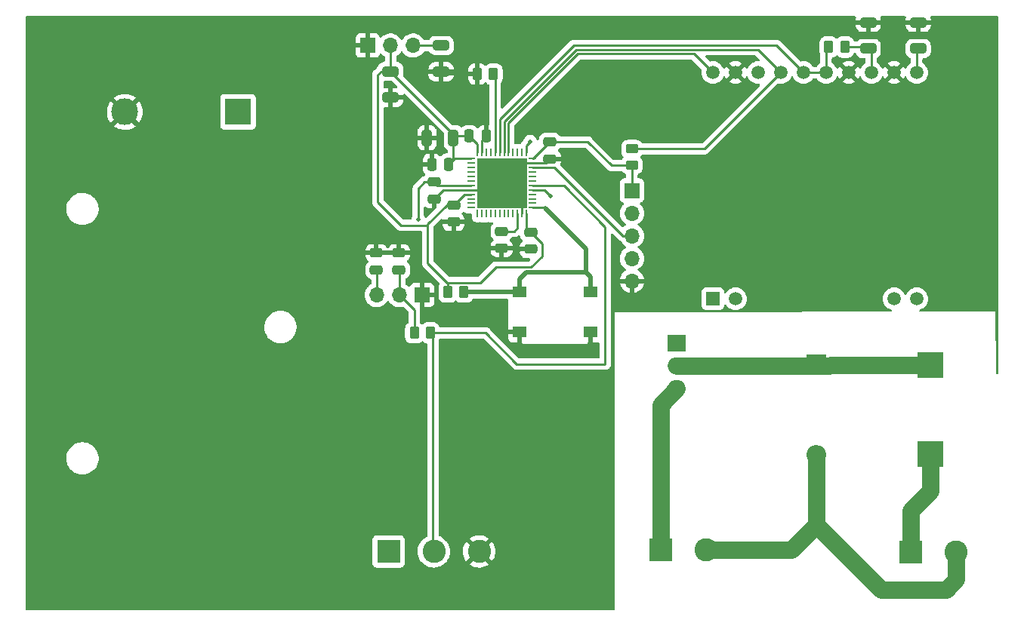
<source format=gtl>
G04 #@! TF.GenerationSoftware,KiCad,Pcbnew,6.0.11-2627ca5db0~126~ubuntu22.04.1*
G04 #@! TF.CreationDate,2023-02-05T11:24:22-03:00*
G04 #@! TF.ProjectId,ball_launcher_kicad,62616c6c-5f6c-4617-956e-636865725f6b,rev?*
G04 #@! TF.SameCoordinates,Original*
G04 #@! TF.FileFunction,Copper,L1,Top*
G04 #@! TF.FilePolarity,Positive*
%FSLAX46Y46*%
G04 Gerber Fmt 4.6, Leading zero omitted, Abs format (unit mm)*
G04 Created by KiCad (PCBNEW 6.0.11-2627ca5db0~126~ubuntu22.04.1) date 2023-02-05 11:24:22*
%MOMM*%
%LPD*%
G01*
G04 APERTURE LIST*
G04 Aperture macros list*
%AMRoundRect*
0 Rectangle with rounded corners*
0 $1 Rounding radius*
0 $2 $3 $4 $5 $6 $7 $8 $9 X,Y pos of 4 corners*
0 Add a 4 corners polygon primitive as box body*
4,1,4,$2,$3,$4,$5,$6,$7,$8,$9,$2,$3,0*
0 Add four circle primitives for the rounded corners*
1,1,$1+$1,$2,$3*
1,1,$1+$1,$4,$5*
1,1,$1+$1,$6,$7*
1,1,$1+$1,$8,$9*
0 Add four rect primitives between the rounded corners*
20,1,$1+$1,$2,$3,$4,$5,0*
20,1,$1+$1,$4,$5,$6,$7,0*
20,1,$1+$1,$6,$7,$8,$9,0*
20,1,$1+$1,$8,$9,$2,$3,0*%
G04 Aperture macros list end*
G04 #@! TA.AperFunction,SMDPad,CuDef*
%ADD10RoundRect,0.250000X-0.475000X0.250000X-0.475000X-0.250000X0.475000X-0.250000X0.475000X0.250000X0*%
G04 #@! TD*
G04 #@! TA.AperFunction,SMDPad,CuDef*
%ADD11RoundRect,0.250000X0.262500X0.450000X-0.262500X0.450000X-0.262500X-0.450000X0.262500X-0.450000X0*%
G04 #@! TD*
G04 #@! TA.AperFunction,ComponentPad*
%ADD12R,1.500000X1.500000*%
G04 #@! TD*
G04 #@! TA.AperFunction,ComponentPad*
%ADD13C,1.500000*%
G04 #@! TD*
G04 #@! TA.AperFunction,SMDPad,CuDef*
%ADD14R,1.550000X1.300000*%
G04 #@! TD*
G04 #@! TA.AperFunction,SMDPad,CuDef*
%ADD15RoundRect,0.250000X0.325000X0.650000X-0.325000X0.650000X-0.325000X-0.650000X0.325000X-0.650000X0*%
G04 #@! TD*
G04 #@! TA.AperFunction,ComponentPad*
%ADD16R,1.700000X1.700000*%
G04 #@! TD*
G04 #@! TA.AperFunction,ComponentPad*
%ADD17O,1.700000X1.700000*%
G04 #@! TD*
G04 #@! TA.AperFunction,ComponentPad*
%ADD18R,2.600000X2.600000*%
G04 #@! TD*
G04 #@! TA.AperFunction,ComponentPad*
%ADD19C,2.600000*%
G04 #@! TD*
G04 #@! TA.AperFunction,SMDPad,CuDef*
%ADD20RoundRect,0.250000X-0.262500X-0.450000X0.262500X-0.450000X0.262500X0.450000X-0.262500X0.450000X0*%
G04 #@! TD*
G04 #@! TA.AperFunction,SMDPad,CuDef*
%ADD21RoundRect,0.250000X-0.650000X0.325000X-0.650000X-0.325000X0.650000X-0.325000X0.650000X0.325000X0*%
G04 #@! TD*
G04 #@! TA.AperFunction,ComponentPad*
%ADD22R,3.000000X3.000000*%
G04 #@! TD*
G04 #@! TA.AperFunction,ComponentPad*
%ADD23C,3.000000*%
G04 #@! TD*
G04 #@! TA.AperFunction,SMDPad,CuDef*
%ADD24RoundRect,0.250000X0.475000X-0.250000X0.475000X0.250000X-0.475000X0.250000X-0.475000X-0.250000X0*%
G04 #@! TD*
G04 #@! TA.AperFunction,SMDPad,CuDef*
%ADD25R,3.000000X3.000000*%
G04 #@! TD*
G04 #@! TA.AperFunction,SMDPad,CuDef*
%ADD26RoundRect,0.250000X0.450000X-0.262500X0.450000X0.262500X-0.450000X0.262500X-0.450000X-0.262500X0*%
G04 #@! TD*
G04 #@! TA.AperFunction,SMDPad,CuDef*
%ADD27RoundRect,0.250000X-0.250000X-0.475000X0.250000X-0.475000X0.250000X0.475000X-0.250000X0.475000X0*%
G04 #@! TD*
G04 #@! TA.AperFunction,SMDPad,CuDef*
%ADD28RoundRect,0.250000X0.250000X0.475000X-0.250000X0.475000X-0.250000X-0.475000X0.250000X-0.475000X0*%
G04 #@! TD*
G04 #@! TA.AperFunction,ComponentPad*
%ADD29R,2.000000X1.905000*%
G04 #@! TD*
G04 #@! TA.AperFunction,ComponentPad*
%ADD30O,2.000000X1.905000*%
G04 #@! TD*
G04 #@! TA.AperFunction,SMDPad,CuDef*
%ADD31RoundRect,0.062500X-0.375000X-0.062500X0.375000X-0.062500X0.375000X0.062500X-0.375000X0.062500X0*%
G04 #@! TD*
G04 #@! TA.AperFunction,SMDPad,CuDef*
%ADD32RoundRect,0.062500X-0.062500X-0.375000X0.062500X-0.375000X0.062500X0.375000X-0.062500X0.375000X0*%
G04 #@! TD*
G04 #@! TA.AperFunction,SMDPad,CuDef*
%ADD33R,5.600000X5.600000*%
G04 #@! TD*
G04 #@! TA.AperFunction,SMDPad,CuDef*
%ADD34RoundRect,0.250000X0.650000X-0.325000X0.650000X0.325000X-0.650000X0.325000X-0.650000X-0.325000X0*%
G04 #@! TD*
G04 #@! TA.AperFunction,ComponentPad*
%ADD35R,2.200000X2.200000*%
G04 #@! TD*
G04 #@! TA.AperFunction,ComponentPad*
%ADD36O,2.200000X2.200000*%
G04 #@! TD*
G04 #@! TA.AperFunction,ViaPad*
%ADD37C,0.508000*%
G04 #@! TD*
G04 #@! TA.AperFunction,Conductor*
%ADD38C,0.254000*%
G04 #@! TD*
G04 #@! TA.AperFunction,Conductor*
%ADD39C,0.508000*%
G04 #@! TD*
G04 #@! TA.AperFunction,Conductor*
%ADD40C,1.981200*%
G04 #@! TD*
G04 APERTURE END LIST*
D10*
X218305000Y-113730000D03*
X218305000Y-115630000D03*
D11*
X264392500Y-98580000D03*
X262567500Y-98580000D03*
D10*
X231305000Y-109230000D03*
X231305000Y-111130000D03*
D12*
X249575000Y-126837500D03*
D13*
X252115000Y-126837500D03*
X269895000Y-126837500D03*
X272435000Y-126837500D03*
X272435000Y-101437500D03*
X269895000Y-101437500D03*
X267355000Y-101437500D03*
X264815000Y-101437500D03*
X262275000Y-101437500D03*
X259735000Y-101437500D03*
X257195000Y-101437500D03*
X254655000Y-101437500D03*
X252115000Y-101437500D03*
X249575000Y-101437500D03*
D14*
X227905000Y-130580000D03*
X235855000Y-130580000D03*
X235855000Y-126080000D03*
X227905000Y-126080000D03*
D15*
X220480000Y-108770000D03*
X217530000Y-108770000D03*
D10*
X225890000Y-119281252D03*
X225890000Y-121181252D03*
D16*
X240505000Y-114680000D03*
D17*
X240505000Y-117220000D03*
X240505000Y-119760000D03*
X240505000Y-122300000D03*
X240505000Y-124840000D03*
D18*
X271755000Y-155300000D03*
D19*
X276835000Y-155300000D03*
D10*
X229165000Y-119380000D03*
X229165000Y-121280000D03*
D20*
X216092500Y-130655000D03*
X217917500Y-130655000D03*
D21*
X219105000Y-98405000D03*
X219105000Y-101355000D03*
D22*
X196350000Y-105850000D03*
D23*
X183650000Y-105850000D03*
D24*
X214385000Y-123597500D03*
X214385000Y-121697500D03*
D20*
X219840000Y-126082500D03*
X221665000Y-126082500D03*
D16*
X216985000Y-126410000D03*
D17*
X214445000Y-126410000D03*
X211905000Y-126410000D03*
D24*
X211845000Y-123597500D03*
X211845000Y-121697500D03*
D20*
X223152500Y-101607500D03*
X224977500Y-101607500D03*
D25*
X273970000Y-134280000D03*
X273970000Y-144280000D03*
D26*
X240505000Y-111842500D03*
X240505000Y-110017500D03*
D27*
X222255000Y-108580000D03*
X224155000Y-108580000D03*
D28*
X219955000Y-111760000D03*
X218055000Y-111760000D03*
D10*
X220505000Y-116330000D03*
X220505000Y-118230000D03*
D29*
X245555000Y-131860000D03*
D30*
X245555000Y-134400000D03*
X245555000Y-136940000D03*
D18*
X243755000Y-155005000D03*
D19*
X248835000Y-155005000D03*
D16*
X210892500Y-98410000D03*
D17*
X213432500Y-98410000D03*
X215972500Y-98410000D03*
D31*
X222487500Y-111110000D03*
X222487500Y-111610000D03*
X222487500Y-112110000D03*
X222487500Y-112610000D03*
X222487500Y-113110000D03*
X222487500Y-113610000D03*
X222487500Y-114110000D03*
X222487500Y-114610000D03*
X222487500Y-115110000D03*
X222487500Y-115610000D03*
X222487500Y-116110000D03*
X222487500Y-116610000D03*
D32*
X223175000Y-117297500D03*
X223675000Y-117297500D03*
X224175000Y-117297500D03*
X224675000Y-117297500D03*
X225175000Y-117297500D03*
X225675000Y-117297500D03*
X226175000Y-117297500D03*
X226675000Y-117297500D03*
X227175000Y-117297500D03*
X227675000Y-117297500D03*
X228175000Y-117297500D03*
X228675000Y-117297500D03*
D31*
X229362500Y-116610000D03*
X229362500Y-116110000D03*
X229362500Y-115610000D03*
X229362500Y-115110000D03*
X229362500Y-114610000D03*
X229362500Y-114110000D03*
X229362500Y-113610000D03*
X229362500Y-113110000D03*
X229362500Y-112610000D03*
X229362500Y-112110000D03*
X229362500Y-111610000D03*
X229362500Y-111110000D03*
D32*
X228675000Y-110422500D03*
X228175000Y-110422500D03*
X227675000Y-110422500D03*
X227175000Y-110422500D03*
X226675000Y-110422500D03*
X226175000Y-110422500D03*
X225675000Y-110422500D03*
X225175000Y-110422500D03*
X224675000Y-110422500D03*
X224175000Y-110422500D03*
X223675000Y-110422500D03*
X223175000Y-110422500D03*
D33*
X225925000Y-113860000D03*
D21*
X213432500Y-101303748D03*
X213432500Y-104253748D03*
D34*
X272605000Y-98755000D03*
X272605000Y-95805000D03*
X267005000Y-98755000D03*
X267005000Y-95805000D03*
D35*
X261200000Y-134220000D03*
D36*
X261200000Y-144380000D03*
D18*
X213215000Y-155205000D03*
D19*
X218295000Y-155205000D03*
X223375000Y-155205000D03*
D37*
X213505000Y-112080000D03*
X221005000Y-128480000D03*
X216505000Y-132680000D03*
X238405000Y-101180000D03*
X209805000Y-112080000D03*
X226505000Y-103980000D03*
X227605000Y-121280000D03*
X196400000Y-99100000D03*
X208500000Y-132700000D03*
X196700000Y-159700000D03*
X182800000Y-159600000D03*
X183300000Y-99100000D03*
X276805000Y-97580000D03*
X235805000Y-111980000D03*
X206200000Y-112100000D03*
X238405000Y-103980000D03*
X238205000Y-96780000D03*
X221405000Y-120380000D03*
X231600000Y-155100000D03*
X227400000Y-142800000D03*
X219105000Y-104080000D03*
X233405000Y-111980000D03*
X240505000Y-127380000D03*
X216555000Y-117930000D03*
X229105000Y-109180000D03*
X231405000Y-115280000D03*
D38*
X228675000Y-117297500D02*
X228675000Y-118890000D01*
X223175000Y-109500000D02*
X222255000Y-108580000D01*
X220505000Y-116330000D02*
X219755000Y-116330000D01*
X264392500Y-98580000D02*
X266830000Y-98580000D01*
X240505000Y-111842500D02*
X240505000Y-114680000D01*
X219840000Y-125098750D02*
X219840000Y-126082500D01*
X229205000Y-123280000D02*
X225265000Y-123280000D01*
X222487500Y-115110000D02*
X221725000Y-115110000D01*
X213432500Y-101303748D02*
X212381252Y-101303748D01*
X267355000Y-99105000D02*
X267355000Y-101437500D01*
X217605000Y-118480000D02*
X217605000Y-118580000D01*
X213432500Y-98410000D02*
X213432500Y-101303748D01*
X229362500Y-111110000D02*
X229425000Y-111110000D01*
X266830000Y-98580000D02*
X267005000Y-98755000D01*
X220480000Y-108770000D02*
X220805000Y-108445000D01*
X214605000Y-118580000D02*
X217605000Y-118580000D01*
X228675000Y-118890000D02*
X229165000Y-119380000D01*
X220480000Y-111235000D02*
X219955000Y-111760000D01*
X220670000Y-108580000D02*
X220480000Y-108770000D01*
X230405000Y-122080000D02*
X229205000Y-123280000D01*
X212381252Y-101303748D02*
X212005000Y-101680000D01*
X230405000Y-120620000D02*
X229165000Y-119380000D01*
X222487500Y-111110000D02*
X220605000Y-111110000D01*
X217605000Y-122863750D02*
X219763125Y-125021875D01*
X219763125Y-125021875D02*
X219840000Y-125098750D01*
X230405000Y-120620000D02*
X230405000Y-122080000D01*
X212005000Y-101680000D02*
X212005000Y-115980000D01*
X219755000Y-116330000D02*
X217605000Y-118480000D01*
X220605000Y-111110000D02*
X219955000Y-111760000D01*
X220480000Y-108770000D02*
X220480000Y-111235000D01*
X267005000Y-98755000D02*
X267355000Y-99105000D01*
X217605000Y-118580000D02*
X217605000Y-122863750D01*
X223175000Y-110422500D02*
X223175000Y-109500000D01*
X231305000Y-109230000D02*
X235555000Y-109230000D01*
X220480000Y-108351248D02*
X213432500Y-101303748D01*
X222255000Y-108580000D02*
X220670000Y-108580000D01*
X223523125Y-125021875D02*
X219763125Y-125021875D01*
X221725000Y-115110000D02*
X220505000Y-116330000D01*
X212005000Y-115980000D02*
X214605000Y-118580000D01*
X240467500Y-111880000D02*
X240505000Y-111842500D01*
X225265000Y-123280000D02*
X223523125Y-125021875D01*
X238205000Y-111880000D02*
X240467500Y-111880000D01*
X220480000Y-108770000D02*
X220480000Y-108351248D01*
X229425000Y-111110000D02*
X231305000Y-109230000D01*
X235555000Y-109230000D02*
X238205000Y-111880000D01*
X222487500Y-114610000D02*
X225175000Y-114610000D01*
X229362500Y-111610000D02*
X228175000Y-111610000D01*
X219357500Y-101607500D02*
X223152500Y-101607500D01*
X230825000Y-111610000D02*
X231305000Y-111130000D01*
D39*
X227905000Y-132230000D02*
X228430000Y-132755000D01*
D38*
X225175000Y-114610000D02*
X225925000Y-113860000D01*
X219325000Y-114610000D02*
X222487500Y-114610000D01*
D39*
X235330000Y-132755000D02*
X235855000Y-132230000D01*
D38*
X228175000Y-117297500D02*
X228175000Y-116110000D01*
D39*
X227905000Y-130580000D02*
X227905000Y-132230000D01*
D38*
X223675000Y-109060000D02*
X224155000Y-108580000D01*
X229362500Y-111610000D02*
X230825000Y-111610000D01*
X218305000Y-115630000D02*
X219325000Y-114610000D01*
X223675000Y-110422500D02*
X223675000Y-109060000D01*
X228175000Y-111610000D02*
X225925000Y-113860000D01*
X219105000Y-101355000D02*
X219357500Y-101607500D01*
X225890000Y-121181252D02*
X226103748Y-121181252D01*
D39*
X228430000Y-132755000D02*
X235330000Y-132755000D01*
D38*
X228175000Y-116110000D02*
X225925000Y-113860000D01*
D39*
X235855000Y-132230000D02*
X235855000Y-130580000D01*
D38*
X218305000Y-113730000D02*
X217255000Y-113730000D01*
X217255000Y-113730000D02*
X216555000Y-114430000D01*
X222487500Y-114110000D02*
X218685000Y-114110000D01*
X216555000Y-114430000D02*
X216555000Y-117930000D01*
X218685000Y-114110000D02*
X218305000Y-113730000D01*
X227303748Y-119281252D02*
X225890000Y-119281252D01*
X227675000Y-118910000D02*
X227303748Y-119281252D01*
X227675000Y-117297500D02*
X227675000Y-118910000D01*
X272435000Y-98925000D02*
X272435000Y-101437500D01*
X272605000Y-98755000D02*
X272435000Y-98925000D01*
X211845000Y-123597500D02*
X211905000Y-123657500D01*
X211905000Y-123657500D02*
X211905000Y-126410000D01*
X219105000Y-98405000D02*
X219100000Y-98410000D01*
X214445000Y-123657500D02*
X214445000Y-126410000D01*
X216092500Y-128057500D02*
X214445000Y-126410000D01*
X214385000Y-123597500D02*
X214445000Y-123657500D01*
X219100000Y-98410000D02*
X215972500Y-98410000D01*
X216092500Y-130655000D02*
X216092500Y-128057500D01*
D40*
X262640000Y-134400000D02*
X262800000Y-134240000D01*
X273970000Y-134280000D02*
X262840000Y-134280000D01*
X262840000Y-134280000D02*
X262800000Y-134240000D01*
X245555000Y-134400000D02*
X262640000Y-134400000D01*
X261200000Y-152200000D02*
X258395000Y-155005000D01*
X261200000Y-144380000D02*
X261200000Y-152200000D01*
X276835000Y-158365000D02*
X275700000Y-159500000D01*
X268500000Y-159500000D02*
X261200000Y-152200000D01*
X275700000Y-159500000D02*
X268500000Y-159500000D01*
X276835000Y-155300000D02*
X276835000Y-158365000D01*
X258395000Y-155005000D02*
X248835000Y-155005000D01*
X243755000Y-155005000D02*
X243755000Y-138740000D01*
X243755000Y-138740000D02*
X245555000Y-136940000D01*
D38*
X239485000Y-119760000D02*
X240505000Y-119760000D01*
X231835000Y-112110000D02*
X239485000Y-119760000D01*
X229362500Y-112110000D02*
X231835000Y-112110000D01*
X228675000Y-110422500D02*
X228675000Y-109610000D01*
X228675000Y-109610000D02*
X229105000Y-109180000D01*
X227605000Y-134180000D02*
X224080000Y-130655000D01*
X218207000Y-130944500D02*
X218207000Y-155117000D01*
X229362500Y-114110000D02*
X232860264Y-114110000D01*
X224080000Y-130655000D02*
X217917500Y-130655000D01*
X237505000Y-118754736D02*
X237505000Y-134180000D01*
X217917500Y-130655000D02*
X218207000Y-130944500D01*
X218207000Y-155117000D02*
X218295000Y-155205000D01*
X232860264Y-114110000D02*
X237505000Y-118754736D01*
X237505000Y-134180000D02*
X227605000Y-134180000D01*
D40*
X271755000Y-155300000D02*
X271755000Y-150645000D01*
X273970000Y-148430000D02*
X273970000Y-144280000D01*
X271755000Y-150645000D02*
X273970000Y-148430000D01*
D38*
X230735000Y-114610000D02*
X231405000Y-115280000D01*
X229362500Y-114610000D02*
X230735000Y-114610000D01*
D39*
X235380000Y-121255000D02*
X230805000Y-116680000D01*
X235380000Y-123855000D02*
X235880000Y-124355000D01*
X235855000Y-124380000D02*
X235855000Y-126080000D01*
D38*
X229362500Y-116610000D02*
X230735000Y-116610000D01*
D39*
X227905000Y-124630000D02*
X228680000Y-123855000D01*
X221667500Y-126080000D02*
X221665000Y-126082500D01*
D38*
X230735000Y-116610000D02*
X230805000Y-116680000D01*
D39*
X235880000Y-124355000D02*
X235855000Y-124380000D01*
X228680000Y-123855000D02*
X235380000Y-123855000D01*
X227905000Y-124630000D02*
X227905000Y-126080000D01*
X227905000Y-126080000D02*
X221667500Y-126080000D01*
X235380000Y-123855000D02*
X235380000Y-121255000D01*
D38*
X225175000Y-101805000D02*
X224977500Y-101607500D01*
X225175000Y-110422500D02*
X225175000Y-101805000D01*
X262275000Y-98872500D02*
X262275000Y-101437500D01*
X225675000Y-110422500D02*
X225675000Y-106710000D01*
X262567500Y-98580000D02*
X262275000Y-98872500D01*
X233968600Y-98416400D02*
X256713900Y-98416400D01*
X225675000Y-106710000D02*
X233968600Y-98416400D01*
X256713900Y-98416400D02*
X259735000Y-101437500D01*
X259735000Y-101437500D02*
X262275000Y-101437500D01*
X234211400Y-98873600D02*
X254631100Y-98873600D01*
X240505000Y-110017500D02*
X248615000Y-110017500D01*
X226175000Y-106910000D02*
X234211400Y-98873600D01*
X226175000Y-110422500D02*
X226175000Y-106910000D01*
X248615000Y-110017500D02*
X257195000Y-101437500D01*
X254631100Y-98873600D02*
X257195000Y-101437500D01*
X234454200Y-99330800D02*
X247468300Y-99330800D01*
X226675000Y-110422500D02*
X226675000Y-107110000D01*
X247468300Y-99330800D02*
X249575000Y-101437500D01*
X226675000Y-107110000D02*
X234454200Y-99330800D01*
G04 #@! TA.AperFunction,Conductor*
G36*
X265573164Y-95128502D02*
G01*
X265619657Y-95182158D01*
X265629761Y-95252432D01*
X265624636Y-95274167D01*
X265609863Y-95318707D01*
X265606995Y-95332086D01*
X265597328Y-95426438D01*
X265597000Y-95432855D01*
X265597000Y-95532885D01*
X265601475Y-95548124D01*
X265602865Y-95549329D01*
X265610548Y-95551000D01*
X268394884Y-95551000D01*
X268410123Y-95546525D01*
X268411328Y-95545135D01*
X268412999Y-95537452D01*
X268412999Y-95432905D01*
X268412662Y-95426386D01*
X268402743Y-95330794D01*
X268399850Y-95317395D01*
X268385498Y-95274377D01*
X268382913Y-95203427D01*
X268419096Y-95142343D01*
X268482560Y-95110518D01*
X268505021Y-95108500D01*
X271105043Y-95108500D01*
X271173164Y-95128502D01*
X271219657Y-95182158D01*
X271229761Y-95252432D01*
X271224636Y-95274167D01*
X271209863Y-95318707D01*
X271206995Y-95332086D01*
X271197328Y-95426438D01*
X271197000Y-95432855D01*
X271197000Y-95532885D01*
X271201475Y-95548124D01*
X271202865Y-95549329D01*
X271210548Y-95551000D01*
X273994884Y-95551000D01*
X274010123Y-95546525D01*
X274011328Y-95545135D01*
X274012999Y-95537452D01*
X274012999Y-95432905D01*
X274012662Y-95426386D01*
X274002743Y-95330794D01*
X273999850Y-95317395D01*
X273985498Y-95274377D01*
X273982913Y-95203427D01*
X274019096Y-95142343D01*
X274082560Y-95110518D01*
X274105021Y-95108500D01*
X281470500Y-95108500D01*
X281538621Y-95128502D01*
X281585114Y-95182158D01*
X281596500Y-95234500D01*
X281596500Y-135167758D01*
X281576498Y-135235879D01*
X281522842Y-135282372D01*
X281452568Y-135292476D01*
X281387988Y-135262982D01*
X281349604Y-135203256D01*
X281344520Y-135170014D01*
X281338198Y-134817051D01*
X281220823Y-128263598D01*
X276337704Y-128278019D01*
X272840269Y-128288347D01*
X272772090Y-128268547D01*
X272725438Y-128215029D01*
X272715127Y-128144785D01*
X272744429Y-128080117D01*
X272807286Y-128040641D01*
X272861762Y-128026044D01*
X272861765Y-128026043D01*
X272867076Y-128024620D01*
X273066654Y-127931556D01*
X273247038Y-127805249D01*
X273402749Y-127649538D01*
X273414878Y-127632217D01*
X273525899Y-127473662D01*
X273525900Y-127473660D01*
X273529056Y-127469153D01*
X273531379Y-127464171D01*
X273531382Y-127464166D01*
X273602577Y-127311486D01*
X273622120Y-127269576D01*
X273679115Y-127056871D01*
X273698307Y-126837500D01*
X273679115Y-126618129D01*
X273622120Y-126405424D01*
X273578585Y-126312062D01*
X273531382Y-126210834D01*
X273531379Y-126210829D01*
X273529056Y-126205847D01*
X273506430Y-126173534D01*
X273405908Y-126029973D01*
X273405906Y-126029970D01*
X273402749Y-126025462D01*
X273247038Y-125869751D01*
X273066654Y-125743444D01*
X272867076Y-125650380D01*
X272654371Y-125593385D01*
X272435000Y-125574193D01*
X272215629Y-125593385D01*
X272002924Y-125650380D01*
X271909562Y-125693915D01*
X271808334Y-125741118D01*
X271808329Y-125741121D01*
X271803347Y-125743444D01*
X271798840Y-125746600D01*
X271798838Y-125746601D01*
X271627473Y-125866592D01*
X271627470Y-125866594D01*
X271622962Y-125869751D01*
X271467251Y-126025462D01*
X271464094Y-126029970D01*
X271464092Y-126029973D01*
X271363570Y-126173534D01*
X271340944Y-126205847D01*
X271338621Y-126210829D01*
X271338618Y-126210834D01*
X271279195Y-126338269D01*
X271232278Y-126391554D01*
X271164001Y-126411015D01*
X271096041Y-126390473D01*
X271050805Y-126338269D01*
X270991382Y-126210834D01*
X270991379Y-126210829D01*
X270989056Y-126205847D01*
X270966430Y-126173534D01*
X270865908Y-126029973D01*
X270865906Y-126029970D01*
X270862749Y-126025462D01*
X270707038Y-125869751D01*
X270526654Y-125743444D01*
X270327076Y-125650380D01*
X270114371Y-125593385D01*
X269895000Y-125574193D01*
X269675629Y-125593385D01*
X269462924Y-125650380D01*
X269369562Y-125693915D01*
X269268334Y-125741118D01*
X269268329Y-125741121D01*
X269263347Y-125743444D01*
X269258840Y-125746600D01*
X269258838Y-125746601D01*
X269087473Y-125866592D01*
X269087470Y-125866594D01*
X269082962Y-125869751D01*
X268927251Y-126025462D01*
X268924094Y-126029970D01*
X268924092Y-126029973D01*
X268823570Y-126173534D01*
X268800944Y-126205847D01*
X268798621Y-126210829D01*
X268798618Y-126210834D01*
X268751415Y-126312062D01*
X268707880Y-126405424D01*
X268650885Y-126618129D01*
X268631693Y-126837500D01*
X268650885Y-127056871D01*
X268707880Y-127269576D01*
X268727423Y-127311486D01*
X268798618Y-127464166D01*
X268798621Y-127464171D01*
X268800944Y-127469153D01*
X268804100Y-127473660D01*
X268804101Y-127473662D01*
X268915123Y-127632217D01*
X268927251Y-127649538D01*
X269082962Y-127805249D01*
X269263346Y-127931556D01*
X269462924Y-128024620D01*
X269525051Y-128041267D01*
X269559232Y-128050426D01*
X269619854Y-128087378D01*
X269650876Y-128151239D01*
X269642447Y-128221733D01*
X269597244Y-128276480D01*
X269526992Y-128298132D01*
X266907122Y-128305869D01*
X252159568Y-128349421D01*
X252117528Y-128337212D01*
X252098516Y-128347205D01*
X252074066Y-128349674D01*
X241805339Y-128379999D01*
X241804967Y-128380000D01*
X238605000Y-128380000D01*
X238605000Y-161645500D01*
X238584998Y-161713621D01*
X238531342Y-161760114D01*
X238479000Y-161771500D01*
X172639500Y-161771500D01*
X172571379Y-161751498D01*
X172524886Y-161697842D01*
X172513500Y-161645500D01*
X172513500Y-156553134D01*
X211406500Y-156553134D01*
X211413255Y-156615316D01*
X211464385Y-156751705D01*
X211551739Y-156868261D01*
X211668295Y-156955615D01*
X211804684Y-157006745D01*
X211866866Y-157013500D01*
X214563134Y-157013500D01*
X214625316Y-157006745D01*
X214761705Y-156955615D01*
X214878261Y-156868261D01*
X214965615Y-156751705D01*
X215016745Y-156615316D01*
X215023500Y-156553134D01*
X215023500Y-153856866D01*
X215016745Y-153794684D01*
X214965615Y-153658295D01*
X214878261Y-153541739D01*
X214761705Y-153454385D01*
X214625316Y-153403255D01*
X214563134Y-153396500D01*
X211866866Y-153396500D01*
X211804684Y-153403255D01*
X211668295Y-153454385D01*
X211551739Y-153541739D01*
X211464385Y-153658295D01*
X211413255Y-153794684D01*
X211406500Y-153856866D01*
X211406500Y-156553134D01*
X172513500Y-156553134D01*
X172513500Y-144860716D01*
X177089812Y-144860716D01*
X177126060Y-145127063D01*
X177127368Y-145131549D01*
X177127368Y-145131551D01*
X177147183Y-145199534D01*
X177201278Y-145385126D01*
X177313815Y-145629237D01*
X177316378Y-145633146D01*
X177458631Y-145850119D01*
X177458635Y-145850124D01*
X177461197Y-145854032D01*
X177640188Y-146054574D01*
X177846854Y-146226456D01*
X178076656Y-146365904D01*
X178080970Y-146367713D01*
X178080974Y-146367715D01*
X178130768Y-146388595D01*
X178324545Y-146469852D01*
X178585077Y-146536019D01*
X178808334Y-146558500D01*
X178968237Y-146558500D01*
X178970562Y-146558327D01*
X178970568Y-146558327D01*
X179163408Y-146543996D01*
X179163409Y-146543996D01*
X179168063Y-146543650D01*
X179172616Y-146542620D01*
X179172621Y-146542619D01*
X179425669Y-146485361D01*
X179425674Y-146485360D01*
X179430237Y-146484327D01*
X179680762Y-146386902D01*
X179914136Y-146253518D01*
X180125231Y-146087105D01*
X180309409Y-145891317D01*
X180462626Y-145670457D01*
X180481026Y-145633146D01*
X180579449Y-145433564D01*
X180579450Y-145433561D01*
X180581514Y-145429376D01*
X180663462Y-145173370D01*
X180706670Y-144908063D01*
X180710188Y-144639284D01*
X180673940Y-144372937D01*
X180659146Y-144322179D01*
X180600033Y-144119373D01*
X180598722Y-144114874D01*
X180486185Y-143870763D01*
X180452321Y-143819112D01*
X180341369Y-143649881D01*
X180341365Y-143649876D01*
X180338803Y-143645968D01*
X180159812Y-143445426D01*
X179953146Y-143273544D01*
X179723344Y-143134096D01*
X179719030Y-143132287D01*
X179719026Y-143132285D01*
X179479769Y-143031957D01*
X179475455Y-143030148D01*
X179214923Y-142963981D01*
X178991666Y-142941500D01*
X178831763Y-142941500D01*
X178829438Y-142941673D01*
X178829432Y-142941673D01*
X178636592Y-142956004D01*
X178636591Y-142956004D01*
X178631937Y-142956350D01*
X178627384Y-142957380D01*
X178627379Y-142957381D01*
X178374331Y-143014639D01*
X178374326Y-143014640D01*
X178369763Y-143015673D01*
X178119238Y-143113098D01*
X177885864Y-143246482D01*
X177674769Y-143412895D01*
X177490591Y-143608683D01*
X177337374Y-143829543D01*
X177335307Y-143833733D01*
X177335306Y-143833736D01*
X177314953Y-143875009D01*
X177218486Y-144070624D01*
X177136538Y-144326630D01*
X177093330Y-144591937D01*
X177089812Y-144860716D01*
X172513500Y-144860716D01*
X172513500Y-130110716D01*
X199289812Y-130110716D01*
X199326060Y-130377063D01*
X199327368Y-130381549D01*
X199327368Y-130381551D01*
X199347183Y-130449534D01*
X199401278Y-130635126D01*
X199513815Y-130879237D01*
X199516378Y-130883146D01*
X199658631Y-131100119D01*
X199658635Y-131100124D01*
X199661197Y-131104032D01*
X199664314Y-131107524D01*
X199819585Y-131281490D01*
X199840188Y-131304574D01*
X200046854Y-131476456D01*
X200050847Y-131478879D01*
X200206151Y-131573120D01*
X200276656Y-131615904D01*
X200280970Y-131617713D01*
X200280974Y-131617715D01*
X200475138Y-131699134D01*
X200524545Y-131719852D01*
X200785077Y-131786019D01*
X201008334Y-131808500D01*
X201168237Y-131808500D01*
X201170562Y-131808327D01*
X201170568Y-131808327D01*
X201363408Y-131793996D01*
X201363409Y-131793996D01*
X201368063Y-131793650D01*
X201372616Y-131792620D01*
X201372621Y-131792619D01*
X201625669Y-131735361D01*
X201625674Y-131735360D01*
X201630237Y-131734327D01*
X201880762Y-131636902D01*
X202114136Y-131503518D01*
X202123578Y-131496075D01*
X202219074Y-131420792D01*
X202325231Y-131337105D01*
X202509409Y-131141317D01*
X202662626Y-130920457D01*
X202681026Y-130883146D01*
X202779449Y-130683564D01*
X202779450Y-130683561D01*
X202781514Y-130679376D01*
X202863462Y-130423370D01*
X202877466Y-130337386D01*
X202905919Y-130162674D01*
X202906670Y-130158063D01*
X202909611Y-129933376D01*
X202910127Y-129893961D01*
X202910127Y-129893958D01*
X202910188Y-129889284D01*
X202873940Y-129622937D01*
X202869156Y-129606522D01*
X202822609Y-129446828D01*
X202798722Y-129364874D01*
X202686185Y-129120763D01*
X202652321Y-129069112D01*
X202541369Y-128899881D01*
X202541365Y-128899876D01*
X202538803Y-128895968D01*
X202359812Y-128695426D01*
X202153146Y-128523544D01*
X201923344Y-128384096D01*
X201919030Y-128382287D01*
X201919026Y-128382285D01*
X201679769Y-128281957D01*
X201675455Y-128280148D01*
X201414923Y-128213981D01*
X201191666Y-128191500D01*
X201031763Y-128191500D01*
X201029438Y-128191673D01*
X201029432Y-128191673D01*
X200836592Y-128206004D01*
X200836591Y-128206004D01*
X200831937Y-128206350D01*
X200827384Y-128207380D01*
X200827379Y-128207381D01*
X200574331Y-128264639D01*
X200574326Y-128264640D01*
X200569763Y-128265673D01*
X200319238Y-128363098D01*
X200085864Y-128496482D01*
X199874769Y-128662895D01*
X199690591Y-128858683D01*
X199537374Y-129079543D01*
X199535307Y-129083733D01*
X199535306Y-129083736D01*
X199514953Y-129125009D01*
X199418486Y-129320624D01*
X199336538Y-129576630D01*
X199293330Y-129841937D01*
X199293269Y-129846613D01*
X199289946Y-130100502D01*
X199289812Y-130110716D01*
X172513500Y-130110716D01*
X172513500Y-126376695D01*
X210542251Y-126376695D01*
X210542548Y-126381848D01*
X210542548Y-126381851D01*
X210544230Y-126411015D01*
X210555110Y-126599715D01*
X210556247Y-126604761D01*
X210556248Y-126604767D01*
X210570606Y-126668475D01*
X210604222Y-126817639D01*
X210636723Y-126897680D01*
X210668812Y-126976705D01*
X210688266Y-127024616D01*
X210730332Y-127093261D01*
X210802291Y-127210688D01*
X210804987Y-127215088D01*
X210951250Y-127383938D01*
X211123126Y-127526632D01*
X211316000Y-127639338D01*
X211524692Y-127719030D01*
X211529760Y-127720061D01*
X211529763Y-127720062D01*
X211637008Y-127741881D01*
X211743597Y-127763567D01*
X211748772Y-127763757D01*
X211748774Y-127763757D01*
X211961673Y-127771564D01*
X211961677Y-127771564D01*
X211966837Y-127771753D01*
X211971957Y-127771097D01*
X211971959Y-127771097D01*
X212183288Y-127744025D01*
X212183289Y-127744025D01*
X212188416Y-127743368D01*
X212193366Y-127741883D01*
X212397429Y-127680661D01*
X212397434Y-127680659D01*
X212402384Y-127679174D01*
X212602994Y-127580896D01*
X212784860Y-127451173D01*
X212943096Y-127293489D01*
X212952259Y-127280738D01*
X213073453Y-127112077D01*
X213074776Y-127113028D01*
X213121645Y-127069857D01*
X213191580Y-127057625D01*
X213257026Y-127085144D01*
X213284875Y-127116994D01*
X213293444Y-127130978D01*
X213344987Y-127215088D01*
X213491250Y-127383938D01*
X213663126Y-127526632D01*
X213856000Y-127639338D01*
X214064692Y-127719030D01*
X214069760Y-127720061D01*
X214069763Y-127720062D01*
X214177008Y-127741881D01*
X214283597Y-127763567D01*
X214288772Y-127763757D01*
X214288774Y-127763757D01*
X214501673Y-127771564D01*
X214501677Y-127771564D01*
X214506837Y-127771753D01*
X214511957Y-127771097D01*
X214511959Y-127771097D01*
X214585414Y-127761687D01*
X214728416Y-127743368D01*
X214733369Y-127741882D01*
X214733374Y-127741881D01*
X214763017Y-127732987D01*
X214772651Y-127730097D01*
X214843646Y-127729679D01*
X214897954Y-127761687D01*
X215420095Y-128283828D01*
X215454121Y-128346140D01*
X215457000Y-128372923D01*
X215457000Y-129473604D01*
X215436998Y-129541725D01*
X215397304Y-129580747D01*
X215355652Y-129606522D01*
X215230695Y-129731697D01*
X215226855Y-129737927D01*
X215226854Y-129737928D01*
X215150446Y-129861885D01*
X215137885Y-129882262D01*
X215135581Y-129889209D01*
X215086016Y-130038644D01*
X215082203Y-130050139D01*
X215081503Y-130056975D01*
X215081502Y-130056978D01*
X215077091Y-130100031D01*
X215071500Y-130154600D01*
X215071500Y-131155400D01*
X215082474Y-131261166D01*
X215084655Y-131267702D01*
X215084655Y-131267704D01*
X215106674Y-131333703D01*
X215138450Y-131428946D01*
X215231522Y-131579348D01*
X215356697Y-131704305D01*
X215362927Y-131708145D01*
X215362928Y-131708146D01*
X215500090Y-131792694D01*
X215507262Y-131797115D01*
X215541587Y-131808500D01*
X215668611Y-131850632D01*
X215668613Y-131850632D01*
X215675139Y-131852797D01*
X215681975Y-131853497D01*
X215681978Y-131853498D01*
X215722358Y-131857635D01*
X215779600Y-131863500D01*
X216405400Y-131863500D01*
X216408646Y-131863163D01*
X216408650Y-131863163D01*
X216504308Y-131853238D01*
X216504312Y-131853237D01*
X216511166Y-131852526D01*
X216517702Y-131850345D01*
X216517704Y-131850345D01*
X216657554Y-131803687D01*
X216678946Y-131796550D01*
X216829348Y-131703478D01*
X216915784Y-131616891D01*
X216978066Y-131582812D01*
X217048886Y-131587815D01*
X217093975Y-131616736D01*
X217160679Y-131683324D01*
X217181697Y-131704305D01*
X217187927Y-131708145D01*
X217187928Y-131708146D01*
X217325090Y-131792694D01*
X217332262Y-131797115D01*
X217366587Y-131808500D01*
X217485167Y-131847831D01*
X217543527Y-131888261D01*
X217570764Y-131953826D01*
X217571500Y-131967424D01*
X217571500Y-153466361D01*
X217551498Y-153534482D01*
X217498252Y-153580787D01*
X217415763Y-153618815D01*
X217411854Y-153621378D01*
X217194881Y-153763631D01*
X217194876Y-153763635D01*
X217190968Y-153766197D01*
X216990426Y-153945188D01*
X216818544Y-154151854D01*
X216679096Y-154381656D01*
X216677287Y-154385970D01*
X216677285Y-154385974D01*
X216661240Y-154424238D01*
X216575148Y-154629545D01*
X216508981Y-154890077D01*
X216482050Y-155157526D01*
X216482274Y-155162192D01*
X216482274Y-155162197D01*
X216484946Y-155217812D01*
X216494947Y-155426019D01*
X216547388Y-155689656D01*
X216638220Y-155942646D01*
X216765450Y-156179431D01*
X216768241Y-156183168D01*
X216768245Y-156183175D01*
X216844405Y-156285165D01*
X216926281Y-156394810D01*
X216929590Y-156398090D01*
X216929595Y-156398096D01*
X217113863Y-156580762D01*
X217117180Y-156584050D01*
X217120942Y-156586808D01*
X217120945Y-156586811D01*
X217232737Y-156668780D01*
X217333954Y-156742995D01*
X217338089Y-156745171D01*
X217338093Y-156745173D01*
X217567698Y-156865975D01*
X217571840Y-156868154D01*
X217825613Y-156956775D01*
X217830206Y-156957647D01*
X218085109Y-157006042D01*
X218085112Y-157006042D01*
X218089698Y-157006913D01*
X218217370Y-157011929D01*
X218353625Y-157017283D01*
X218353630Y-157017283D01*
X218358293Y-157017466D01*
X218462607Y-157006042D01*
X218620844Y-156988713D01*
X218620850Y-156988712D01*
X218625497Y-156988203D01*
X218630021Y-156987012D01*
X218880918Y-156920956D01*
X218880920Y-156920955D01*
X218885441Y-156919765D01*
X218992795Y-156873642D01*
X219128120Y-156815502D01*
X219128122Y-156815501D01*
X219132414Y-156813657D01*
X219251751Y-156739809D01*
X219357017Y-156674669D01*
X219357021Y-156674666D01*
X219360990Y-156672210D01*
X219387337Y-156649906D01*
X222294839Y-156649906D01*
X222303553Y-156661427D01*
X222410452Y-156739809D01*
X222418351Y-156744745D01*
X222647905Y-156865519D01*
X222656454Y-156869236D01*
X222901327Y-156954749D01*
X222910336Y-156957163D01*
X223165166Y-157005544D01*
X223174423Y-157006598D01*
X223433607Y-157016783D01*
X223442921Y-157016457D01*
X223700753Y-156988220D01*
X223709930Y-156986519D01*
X223960758Y-156920481D01*
X223969574Y-156917445D01*
X224207880Y-156815062D01*
X224216167Y-156810748D01*
X224436718Y-156674266D01*
X224444268Y-156668780D01*
X224449559Y-156664301D01*
X224457997Y-156651497D01*
X224451935Y-156641145D01*
X223387812Y-155577022D01*
X223373868Y-155569408D01*
X223372035Y-155569539D01*
X223365420Y-155573790D01*
X222301497Y-156637713D01*
X222294839Y-156649906D01*
X219387337Y-156649906D01*
X219566149Y-156498530D01*
X219743382Y-156296434D01*
X219750631Y-156285165D01*
X219886269Y-156074291D01*
X219888797Y-156070361D01*
X219999199Y-155825278D01*
X220036247Y-155693917D01*
X220070893Y-155571072D01*
X220070894Y-155571069D01*
X220072163Y-155566568D01*
X220090043Y-155426019D01*
X220105688Y-155303045D01*
X220105688Y-155303041D01*
X220106086Y-155299915D01*
X220106170Y-155296733D01*
X220107477Y-155246779D01*
X220108571Y-155205000D01*
X220105391Y-155162211D01*
X221562775Y-155162211D01*
X221575220Y-155421288D01*
X221576356Y-155430543D01*
X221626961Y-155684945D01*
X221629449Y-155693917D01*
X221717095Y-155938033D01*
X221720895Y-155946568D01*
X221843658Y-156175042D01*
X221848666Y-156182904D01*
X221918720Y-156276716D01*
X221929979Y-156285165D01*
X221942397Y-156278393D01*
X223002978Y-155217812D01*
X223009356Y-155206132D01*
X223739408Y-155206132D01*
X223739539Y-155207965D01*
X223743790Y-155214580D01*
X224811094Y-156281884D01*
X224823474Y-156288644D01*
X224831815Y-156282400D01*
X224965832Y-156074048D01*
X224970275Y-156065864D01*
X225076807Y-155829370D01*
X225079997Y-155820605D01*
X225150402Y-155570972D01*
X225152262Y-155561830D01*
X225185187Y-155303019D01*
X225185668Y-155296733D01*
X225187987Y-155208160D01*
X225187836Y-155201851D01*
X225168501Y-154941663D01*
X225167125Y-154932457D01*
X225109878Y-154679467D01*
X225107154Y-154670556D01*
X225013143Y-154428806D01*
X225009132Y-154420397D01*
X224880422Y-154195202D01*
X224875211Y-154187476D01*
X224831996Y-154132658D01*
X224820071Y-154124187D01*
X224808537Y-154130673D01*
X223747022Y-155192188D01*
X223739408Y-155206132D01*
X223009356Y-155206132D01*
X223010592Y-155203868D01*
X223010461Y-155202035D01*
X223006210Y-155195420D01*
X221940816Y-154130026D01*
X221927507Y-154122758D01*
X221917472Y-154129878D01*
X221901937Y-154148556D01*
X221896531Y-154156135D01*
X221761965Y-154377891D01*
X221757736Y-154386192D01*
X221657432Y-154625389D01*
X221654471Y-154634239D01*
X221590628Y-154885625D01*
X221589006Y-154894822D01*
X221563020Y-155152885D01*
X221562775Y-155162211D01*
X220105391Y-155162211D01*
X220088650Y-154936937D01*
X220087619Y-154932379D01*
X220030361Y-154679331D01*
X220030360Y-154679326D01*
X220029327Y-154674763D01*
X219931902Y-154424238D01*
X219798518Y-154190864D01*
X219751068Y-154130673D01*
X219732416Y-154107014D01*
X219632105Y-153979769D01*
X219436317Y-153795591D01*
X219381682Y-153757689D01*
X222292102Y-153757689D01*
X222296675Y-153767465D01*
X223362188Y-154832978D01*
X223376132Y-154840592D01*
X223377965Y-154840461D01*
X223384580Y-154836210D01*
X224449349Y-153771441D01*
X224455733Y-153759751D01*
X224446321Y-153747641D01*
X224299045Y-153645471D01*
X224291010Y-153640738D01*
X224058376Y-153526016D01*
X224049743Y-153522528D01*
X223802703Y-153443450D01*
X223793643Y-153441274D01*
X223537630Y-153399580D01*
X223528343Y-153398768D01*
X223268992Y-153395373D01*
X223259681Y-153395943D01*
X223002682Y-153430919D01*
X222993546Y-153432860D01*
X222744543Y-153505439D01*
X222735800Y-153508707D01*
X222500252Y-153617296D01*
X222492097Y-153621816D01*
X222301240Y-153746947D01*
X222292102Y-153757689D01*
X219381682Y-153757689D01*
X219238407Y-153658295D01*
X219219299Y-153645039D01*
X219219296Y-153645037D01*
X219215457Y-153642374D01*
X219173770Y-153621816D01*
X218978564Y-153525551D01*
X218978561Y-153525550D01*
X218974376Y-153523486D01*
X218930087Y-153509309D01*
X218871307Y-153469491D01*
X218843385Y-153404216D01*
X218842500Y-153389307D01*
X218842500Y-131511496D01*
X218861241Y-131445379D01*
X218868274Y-131433970D01*
X218868276Y-131433967D01*
X218872115Y-131427738D01*
X218889000Y-131376832D01*
X218929432Y-131318472D01*
X218994996Y-131291236D01*
X219008593Y-131290500D01*
X223764578Y-131290500D01*
X223832699Y-131310502D01*
X223853673Y-131327405D01*
X227099750Y-134573483D01*
X227107326Y-134581809D01*
X227111447Y-134588303D01*
X227117222Y-134593726D01*
X227161265Y-134635085D01*
X227164107Y-134637840D01*
X227183906Y-134657639D01*
X227187031Y-134660063D01*
X227187040Y-134660071D01*
X227187126Y-134660137D01*
X227196151Y-134667845D01*
X227228494Y-134698217D01*
X227235438Y-134702035D01*
X227235440Y-134702036D01*
X227246329Y-134708022D01*
X227262847Y-134718873D01*
X227278933Y-134731350D01*
X227319666Y-134748976D01*
X227330314Y-134754193D01*
X227369197Y-134775569D01*
X227376872Y-134777540D01*
X227376878Y-134777542D01*
X227388911Y-134780631D01*
X227407613Y-134787034D01*
X227426292Y-134795117D01*
X227459818Y-134800427D01*
X227470127Y-134802060D01*
X227481740Y-134804465D01*
X227524718Y-134815500D01*
X227545065Y-134815500D01*
X227564776Y-134817051D01*
X227577050Y-134818995D01*
X227584879Y-134820235D01*
X227592771Y-134819489D01*
X227629056Y-134816059D01*
X227640914Y-134815500D01*
X237433017Y-134815500D01*
X237456626Y-134817732D01*
X237456991Y-134817802D01*
X237456996Y-134817802D01*
X237464779Y-134819287D01*
X237521014Y-134815749D01*
X237528925Y-134815500D01*
X237544983Y-134815500D01*
X237548917Y-134815003D01*
X237548918Y-134815003D01*
X237560923Y-134813487D01*
X237568799Y-134812743D01*
X237617116Y-134809703D01*
X237617118Y-134809703D01*
X237625027Y-134809205D01*
X237632565Y-134806756D01*
X237632569Y-134806755D01*
X237632920Y-134806641D01*
X237656056Y-134801469D01*
X237656435Y-134801421D01*
X237656440Y-134801420D01*
X237664299Y-134800427D01*
X237671664Y-134797511D01*
X237671668Y-134797510D01*
X237716700Y-134779680D01*
X237724150Y-134776998D01*
X237770194Y-134762038D01*
X237770197Y-134762037D01*
X237777733Y-134759588D01*
X237784420Y-134755345D01*
X237784423Y-134755343D01*
X237784742Y-134755140D01*
X237805872Y-134744374D01*
X237813588Y-134741319D01*
X237859179Y-134708196D01*
X237865723Y-134703749D01*
X237906604Y-134677805D01*
X237906607Y-134677802D01*
X237913303Y-134673553D01*
X237918983Y-134667504D01*
X237936776Y-134651818D01*
X237937073Y-134651602D01*
X237943487Y-134646942D01*
X237979406Y-134603523D01*
X237984636Y-134597592D01*
X238017791Y-134562284D01*
X238023217Y-134556506D01*
X238027216Y-134549232D01*
X238040544Y-134529621D01*
X238040778Y-134529338D01*
X238040781Y-134529334D01*
X238045835Y-134523224D01*
X238069828Y-134472236D01*
X238073410Y-134465204D01*
X238100569Y-134415803D01*
X238102633Y-134407765D01*
X238110666Y-134385452D01*
X238110824Y-134385116D01*
X238110825Y-134385113D01*
X238114200Y-134377941D01*
X238124759Y-134322588D01*
X238126486Y-134314863D01*
X238138528Y-134267961D01*
X238140500Y-134260282D01*
X238140500Y-134251983D01*
X238142732Y-134228374D01*
X238142802Y-134228009D01*
X238142802Y-134228004D01*
X238144287Y-134220221D01*
X238140749Y-134163986D01*
X238140500Y-134156075D01*
X238140500Y-127635634D01*
X248316500Y-127635634D01*
X248323255Y-127697816D01*
X248374385Y-127834205D01*
X248461739Y-127950761D01*
X248578295Y-128038115D01*
X248714684Y-128089245D01*
X248776866Y-128096000D01*
X250373134Y-128096000D01*
X250435316Y-128089245D01*
X250571705Y-128038115D01*
X250688261Y-127950761D01*
X250775615Y-127834205D01*
X250826745Y-127697816D01*
X250833500Y-127635634D01*
X250833500Y-127601076D01*
X250853502Y-127532955D01*
X250907158Y-127486462D01*
X250977432Y-127476358D01*
X251042012Y-127505852D01*
X251062713Y-127528805D01*
X251135123Y-127632217D01*
X251147251Y-127649538D01*
X251302962Y-127805249D01*
X251483346Y-127931556D01*
X251682924Y-128024620D01*
X251895629Y-128081615D01*
X251939197Y-128085427D01*
X252084672Y-128098154D01*
X252113082Y-128109267D01*
X252123341Y-128102631D01*
X252148214Y-128097901D01*
X252334371Y-128081615D01*
X252547076Y-128024620D01*
X252746654Y-127931556D01*
X252927038Y-127805249D01*
X253082749Y-127649538D01*
X253094878Y-127632217D01*
X253205899Y-127473662D01*
X253205900Y-127473660D01*
X253209056Y-127469153D01*
X253211379Y-127464171D01*
X253211382Y-127464166D01*
X253282577Y-127311486D01*
X253302120Y-127269576D01*
X253359115Y-127056871D01*
X253378307Y-126837500D01*
X253359115Y-126618129D01*
X253302120Y-126405424D01*
X253258585Y-126312062D01*
X253211382Y-126210834D01*
X253211379Y-126210829D01*
X253209056Y-126205847D01*
X253186430Y-126173534D01*
X253085908Y-126029973D01*
X253085906Y-126029970D01*
X253082749Y-126025462D01*
X252927038Y-125869751D01*
X252746654Y-125743444D01*
X252547076Y-125650380D01*
X252334371Y-125593385D01*
X252115000Y-125574193D01*
X251895629Y-125593385D01*
X251682924Y-125650380D01*
X251589562Y-125693915D01*
X251488334Y-125741118D01*
X251488329Y-125741121D01*
X251483347Y-125743444D01*
X251478840Y-125746600D01*
X251478838Y-125746601D01*
X251307473Y-125866592D01*
X251307470Y-125866594D01*
X251302962Y-125869751D01*
X251147251Y-126025462D01*
X251144094Y-126029970D01*
X251144092Y-126029973D01*
X251062713Y-126146195D01*
X251007256Y-126190523D01*
X250936637Y-126197832D01*
X250873276Y-126165801D01*
X250837291Y-126104600D01*
X250833500Y-126073924D01*
X250833500Y-126039366D01*
X250826745Y-125977184D01*
X250775615Y-125840795D01*
X250688261Y-125724239D01*
X250571705Y-125636885D01*
X250435316Y-125585755D01*
X250373134Y-125579000D01*
X248776866Y-125579000D01*
X248714684Y-125585755D01*
X248578295Y-125636885D01*
X248461739Y-125724239D01*
X248374385Y-125840795D01*
X248323255Y-125977184D01*
X248316500Y-126039366D01*
X248316500Y-127635634D01*
X238140500Y-127635634D01*
X238140500Y-125107966D01*
X239173257Y-125107966D01*
X239203565Y-125242446D01*
X239206645Y-125252275D01*
X239286770Y-125449603D01*
X239291413Y-125458794D01*
X239402694Y-125640388D01*
X239408777Y-125648699D01*
X239548213Y-125809667D01*
X239555580Y-125816883D01*
X239719434Y-125952916D01*
X239727881Y-125958831D01*
X239911756Y-126066279D01*
X239921042Y-126070729D01*
X240120001Y-126146703D01*
X240129899Y-126149579D01*
X240233250Y-126170606D01*
X240247299Y-126169410D01*
X240251000Y-126159065D01*
X240251000Y-126158517D01*
X240759000Y-126158517D01*
X240763064Y-126172359D01*
X240776478Y-126174393D01*
X240783184Y-126173534D01*
X240793262Y-126171392D01*
X240997255Y-126110191D01*
X241006842Y-126106433D01*
X241198095Y-126012739D01*
X241206945Y-126007464D01*
X241380328Y-125883792D01*
X241388200Y-125877139D01*
X241539052Y-125726812D01*
X241545730Y-125718965D01*
X241670003Y-125546020D01*
X241675313Y-125537183D01*
X241769670Y-125346267D01*
X241773469Y-125336672D01*
X241835377Y-125132910D01*
X241837555Y-125122837D01*
X241838986Y-125111962D01*
X241836775Y-125097778D01*
X241823617Y-125094000D01*
X240777115Y-125094000D01*
X240761876Y-125098475D01*
X240760671Y-125099865D01*
X240759000Y-125107548D01*
X240759000Y-126158517D01*
X240251000Y-126158517D01*
X240251000Y-125112115D01*
X240246525Y-125096876D01*
X240245135Y-125095671D01*
X240237452Y-125094000D01*
X239188225Y-125094000D01*
X239174694Y-125097973D01*
X239173257Y-125107966D01*
X238140500Y-125107966D01*
X238140500Y-119618423D01*
X238160502Y-119550302D01*
X238214158Y-119503809D01*
X238284432Y-119493705D01*
X238349012Y-119523199D01*
X238355595Y-119529328D01*
X238979750Y-120153483D01*
X238987326Y-120161809D01*
X238991447Y-120168303D01*
X238997222Y-120173726D01*
X239041265Y-120215085D01*
X239044107Y-120217840D01*
X239063906Y-120237639D01*
X239067031Y-120240063D01*
X239067040Y-120240071D01*
X239067126Y-120240137D01*
X239076151Y-120247845D01*
X239108494Y-120278217D01*
X239115438Y-120282035D01*
X239115440Y-120282036D01*
X239126329Y-120288022D01*
X239142847Y-120298873D01*
X239158933Y-120311350D01*
X239199666Y-120328976D01*
X239210314Y-120334193D01*
X239242251Y-120351751D01*
X239242255Y-120351753D01*
X239247541Y-120354658D01*
X239247544Y-120354661D01*
X239249198Y-120355570D01*
X239249051Y-120355837D01*
X239301398Y-120396685D01*
X239306470Y-120404323D01*
X239317111Y-120421687D01*
X239404987Y-120565088D01*
X239551250Y-120733938D01*
X239723126Y-120876632D01*
X239735918Y-120884107D01*
X239796445Y-120919476D01*
X239845169Y-120971114D01*
X239858240Y-121040897D01*
X239831509Y-121106669D01*
X239791055Y-121140027D01*
X239778607Y-121146507D01*
X239774474Y-121149610D01*
X239774471Y-121149612D01*
X239693409Y-121210475D01*
X239599965Y-121280635D01*
X239583090Y-121298294D01*
X239450613Y-121436923D01*
X239445629Y-121442138D01*
X239319743Y-121626680D01*
X239225688Y-121829305D01*
X239165989Y-122044570D01*
X239142251Y-122266695D01*
X239142548Y-122271848D01*
X239142548Y-122271851D01*
X239153195Y-122456506D01*
X239155110Y-122489715D01*
X239156247Y-122494761D01*
X239156248Y-122494767D01*
X239175227Y-122578979D01*
X239204222Y-122707639D01*
X239242170Y-122801094D01*
X239285480Y-122907754D01*
X239288266Y-122914616D01*
X239404987Y-123105088D01*
X239551250Y-123273938D01*
X239723126Y-123416632D01*
X239796955Y-123459774D01*
X239845679Y-123511412D01*
X239858750Y-123581195D01*
X239832019Y-123646967D01*
X239791562Y-123680327D01*
X239783457Y-123684546D01*
X239774738Y-123690036D01*
X239604433Y-123817905D01*
X239596726Y-123824748D01*
X239449590Y-123978717D01*
X239443104Y-123986727D01*
X239323098Y-124162649D01*
X239318000Y-124171623D01*
X239228338Y-124364783D01*
X239224775Y-124374470D01*
X239169389Y-124574183D01*
X239170912Y-124582607D01*
X239183292Y-124586000D01*
X241823344Y-124586000D01*
X241836875Y-124582027D01*
X241838180Y-124572947D01*
X241796214Y-124405875D01*
X241792894Y-124396124D01*
X241707972Y-124200814D01*
X241703105Y-124191739D01*
X241587426Y-124012926D01*
X241581136Y-124004757D01*
X241437806Y-123847240D01*
X241430273Y-123840215D01*
X241263139Y-123708222D01*
X241254556Y-123702520D01*
X241217602Y-123682120D01*
X241167631Y-123631687D01*
X241152859Y-123562245D01*
X241177975Y-123495839D01*
X241205327Y-123469232D01*
X241228797Y-123452491D01*
X241384860Y-123341173D01*
X241432297Y-123293902D01*
X241476836Y-123249518D01*
X241543096Y-123183489D01*
X241571332Y-123144195D01*
X241670435Y-123006277D01*
X241673453Y-123002077D01*
X241677929Y-122993022D01*
X241770136Y-122806453D01*
X241770137Y-122806451D01*
X241772430Y-122801811D01*
X241806964Y-122688147D01*
X241835865Y-122593023D01*
X241835865Y-122593021D01*
X241837370Y-122588069D01*
X241866529Y-122366590D01*
X241868156Y-122300000D01*
X241849852Y-122077361D01*
X241795431Y-121860702D01*
X241706354Y-121655840D01*
X241636297Y-121547548D01*
X241587822Y-121472617D01*
X241587820Y-121472614D01*
X241585014Y-121468277D01*
X241434670Y-121303051D01*
X241430619Y-121299852D01*
X241430615Y-121299848D01*
X241263414Y-121167800D01*
X241263410Y-121167798D01*
X241259359Y-121164598D01*
X241218053Y-121141796D01*
X241168084Y-121091364D01*
X241153312Y-121021921D01*
X241178428Y-120955516D01*
X241205780Y-120928909D01*
X241271423Y-120882086D01*
X241384860Y-120801173D01*
X241397867Y-120788212D01*
X241478499Y-120707861D01*
X241543096Y-120643489D01*
X241600761Y-120563240D01*
X241670435Y-120466277D01*
X241673453Y-120462077D01*
X241685799Y-120437098D01*
X241770136Y-120266453D01*
X241770137Y-120266451D01*
X241772430Y-120261811D01*
X241837370Y-120048069D01*
X241866529Y-119826590D01*
X241867624Y-119781775D01*
X241868074Y-119763365D01*
X241868074Y-119763361D01*
X241868156Y-119760000D01*
X241849852Y-119537361D01*
X241795431Y-119320702D01*
X241706354Y-119115840D01*
X241655903Y-119037855D01*
X241587822Y-118932617D01*
X241587820Y-118932614D01*
X241585014Y-118928277D01*
X241434670Y-118763051D01*
X241430619Y-118759852D01*
X241430615Y-118759848D01*
X241263414Y-118627800D01*
X241263410Y-118627798D01*
X241259359Y-118624598D01*
X241218053Y-118601796D01*
X241168084Y-118551364D01*
X241153312Y-118481921D01*
X241178428Y-118415516D01*
X241205780Y-118388909D01*
X241274766Y-118339702D01*
X241384860Y-118261173D01*
X241397014Y-118249062D01*
X241539435Y-118107137D01*
X241543096Y-118103489D01*
X241602594Y-118020689D01*
X241670435Y-117926277D01*
X241673453Y-117922077D01*
X241680611Y-117907595D01*
X241770136Y-117726453D01*
X241770137Y-117726451D01*
X241772430Y-117721811D01*
X241837370Y-117508069D01*
X241866529Y-117286590D01*
X241866856Y-117273200D01*
X241868074Y-117223365D01*
X241868074Y-117223361D01*
X241868156Y-117220000D01*
X241849852Y-116997361D01*
X241795431Y-116780702D01*
X241706354Y-116575840D01*
X241628028Y-116454767D01*
X241587822Y-116392617D01*
X241587820Y-116392614D01*
X241585014Y-116388277D01*
X241573516Y-116375641D01*
X241437798Y-116226488D01*
X241406746Y-116162642D01*
X241415141Y-116092143D01*
X241460317Y-116037375D01*
X241486761Y-116023706D01*
X241593297Y-115983767D01*
X241601705Y-115980615D01*
X241718261Y-115893261D01*
X241805615Y-115776705D01*
X241856745Y-115640316D01*
X241863500Y-115578134D01*
X241863500Y-113781866D01*
X241856745Y-113719684D01*
X241805615Y-113583295D01*
X241718261Y-113466739D01*
X241601705Y-113379385D01*
X241465316Y-113328255D01*
X241403134Y-113321500D01*
X241266500Y-113321500D01*
X241198379Y-113301498D01*
X241151886Y-113247842D01*
X241140500Y-113195500D01*
X241140500Y-112933530D01*
X241160502Y-112865409D01*
X241214158Y-112818916D01*
X241226624Y-112814006D01*
X241262432Y-112802059D01*
X241278946Y-112796550D01*
X241429348Y-112703478D01*
X241554305Y-112578303D01*
X241590863Y-112518995D01*
X241643275Y-112433968D01*
X241643276Y-112433966D01*
X241647115Y-112427738D01*
X241693260Y-112288614D01*
X241700632Y-112266389D01*
X241700632Y-112266387D01*
X241702797Y-112259861D01*
X241713500Y-112155400D01*
X241713500Y-111529600D01*
X241711145Y-111506904D01*
X241703238Y-111430692D01*
X241703237Y-111430688D01*
X241702526Y-111423834D01*
X241646550Y-111256054D01*
X241553478Y-111105652D01*
X241466891Y-111019216D01*
X241432812Y-110956934D01*
X241437815Y-110886114D01*
X241466736Y-110841025D01*
X241549134Y-110758483D01*
X241554305Y-110753303D01*
X241568180Y-110730794D01*
X241579221Y-110712883D01*
X241631993Y-110665390D01*
X241686480Y-110653000D01*
X248535980Y-110653000D01*
X248547214Y-110653530D01*
X248554719Y-110655208D01*
X248623012Y-110653062D01*
X248626969Y-110653000D01*
X248654983Y-110653000D01*
X248658908Y-110652504D01*
X248658909Y-110652504D01*
X248659004Y-110652492D01*
X248670849Y-110651559D01*
X248700670Y-110650622D01*
X248707282Y-110650414D01*
X248707283Y-110650414D01*
X248715205Y-110650165D01*
X248734749Y-110644487D01*
X248754112Y-110640477D01*
X248766440Y-110638920D01*
X248766442Y-110638920D01*
X248774299Y-110637927D01*
X248781663Y-110635011D01*
X248781668Y-110635010D01*
X248815556Y-110621593D01*
X248826785Y-110617748D01*
X248843465Y-110612902D01*
X248869393Y-110605369D01*
X248876220Y-110601331D01*
X248876223Y-110601330D01*
X248886906Y-110595012D01*
X248904664Y-110586312D01*
X248916215Y-110581739D01*
X248916221Y-110581735D01*
X248923588Y-110578819D01*
X248959491Y-110552734D01*
X248969410Y-110546219D01*
X249000768Y-110527674D01*
X249000772Y-110527671D01*
X249007598Y-110523634D01*
X249021982Y-110509250D01*
X249037016Y-110496409D01*
X249047073Y-110489102D01*
X249053487Y-110484442D01*
X249081778Y-110450244D01*
X249089767Y-110441465D01*
X256824807Y-102706425D01*
X256887119Y-102672399D01*
X256946512Y-102673813D01*
X256975629Y-102681615D01*
X257195000Y-102700807D01*
X257414371Y-102681615D01*
X257627076Y-102624620D01*
X257826654Y-102531556D01*
X257960265Y-102438000D01*
X258002527Y-102408408D01*
X258002529Y-102408406D01*
X258007038Y-102405249D01*
X258162749Y-102249538D01*
X258192741Y-102206706D01*
X258285899Y-102073662D01*
X258285900Y-102073660D01*
X258289056Y-102069153D01*
X258291379Y-102064171D01*
X258291382Y-102064166D01*
X258350805Y-101936731D01*
X258397722Y-101883446D01*
X258465999Y-101863985D01*
X258533959Y-101884527D01*
X258579195Y-101936731D01*
X258638618Y-102064166D01*
X258638621Y-102064171D01*
X258640944Y-102069153D01*
X258644100Y-102073660D01*
X258644101Y-102073662D01*
X258737260Y-102206706D01*
X258767251Y-102249538D01*
X258922962Y-102405249D01*
X258927471Y-102408406D01*
X258927473Y-102408408D01*
X258969735Y-102438000D01*
X259103346Y-102531556D01*
X259302924Y-102624620D01*
X259515629Y-102681615D01*
X259735000Y-102700807D01*
X259954371Y-102681615D01*
X260167076Y-102624620D01*
X260366654Y-102531556D01*
X260500265Y-102438000D01*
X260542527Y-102408408D01*
X260542529Y-102408406D01*
X260547038Y-102405249D01*
X260702749Y-102249538D01*
X260728781Y-102212361D01*
X260788741Y-102126729D01*
X260844198Y-102082401D01*
X260891954Y-102073000D01*
X261118046Y-102073000D01*
X261186167Y-102093002D01*
X261221259Y-102126729D01*
X261281219Y-102212361D01*
X261307251Y-102249538D01*
X261462962Y-102405249D01*
X261467471Y-102408406D01*
X261467473Y-102408408D01*
X261509735Y-102438000D01*
X261643346Y-102531556D01*
X261842924Y-102624620D01*
X262055629Y-102681615D01*
X262275000Y-102700807D01*
X262494371Y-102681615D01*
X262707076Y-102624620D01*
X262906654Y-102531556D01*
X262969342Y-102487661D01*
X264129393Y-102487661D01*
X264138687Y-102499675D01*
X264179088Y-102527964D01*
X264188584Y-102533447D01*
X264378113Y-102621826D01*
X264388405Y-102625572D01*
X264590401Y-102679696D01*
X264601196Y-102681599D01*
X264809525Y-102699826D01*
X264820475Y-102699826D01*
X265028804Y-102681599D01*
X265039599Y-102679696D01*
X265241595Y-102625572D01*
X265251887Y-102621826D01*
X265441416Y-102533447D01*
X265450912Y-102527964D01*
X265492148Y-102499090D01*
X265500523Y-102488612D01*
X265493457Y-102475168D01*
X264827811Y-101809521D01*
X264813868Y-101801908D01*
X264812034Y-101802039D01*
X264805420Y-101806290D01*
X264135820Y-102475891D01*
X264129393Y-102487661D01*
X262969342Y-102487661D01*
X263040265Y-102438000D01*
X263082527Y-102408408D01*
X263082529Y-102408406D01*
X263087038Y-102405249D01*
X263242749Y-102249538D01*
X263272741Y-102206706D01*
X263365899Y-102073662D01*
X263365900Y-102073660D01*
X263369056Y-102069153D01*
X263371379Y-102064171D01*
X263371382Y-102064166D01*
X263431081Y-101936140D01*
X263477998Y-101882855D01*
X263546276Y-101863394D01*
X263614236Y-101883936D01*
X263659471Y-101936140D01*
X263719054Y-102063917D01*
X263724534Y-102073407D01*
X263753411Y-102114649D01*
X263763887Y-102123023D01*
X263777334Y-102115955D01*
X264442979Y-101450311D01*
X264450592Y-101436368D01*
X264450461Y-101434534D01*
X264446210Y-101427920D01*
X263776609Y-100758320D01*
X263764839Y-100751893D01*
X263752824Y-100761189D01*
X263724534Y-100801593D01*
X263719054Y-100811083D01*
X263659471Y-100938860D01*
X263612554Y-100992145D01*
X263544276Y-101011606D01*
X263476316Y-100991064D01*
X263431081Y-100938860D01*
X263371382Y-100810834D01*
X263371379Y-100810829D01*
X263369056Y-100805847D01*
X263365899Y-100801338D01*
X263245908Y-100629973D01*
X263245906Y-100629970D01*
X263242749Y-100625462D01*
X263087038Y-100469751D01*
X263078951Y-100464088D01*
X263005488Y-100412649D01*
X262967983Y-100386387D01*
X264129477Y-100386387D01*
X264136545Y-100399834D01*
X264802189Y-101065479D01*
X264816132Y-101073092D01*
X264817966Y-101072961D01*
X264824580Y-101068710D01*
X265494180Y-100399109D01*
X265500607Y-100387339D01*
X265491313Y-100375325D01*
X265450912Y-100347036D01*
X265441416Y-100341553D01*
X265251887Y-100253174D01*
X265241595Y-100249428D01*
X265039599Y-100195304D01*
X265028804Y-100193401D01*
X264820475Y-100175174D01*
X264809525Y-100175174D01*
X264601196Y-100193401D01*
X264590401Y-100195304D01*
X264388405Y-100249428D01*
X264378113Y-100253174D01*
X264188583Y-100341554D01*
X264179093Y-100347034D01*
X264137851Y-100375911D01*
X264129477Y-100386387D01*
X262967983Y-100386387D01*
X262964228Y-100383758D01*
X262919901Y-100328302D01*
X262910500Y-100280546D01*
X262910500Y-99893561D01*
X262930502Y-99825440D01*
X262984158Y-99778947D01*
X262996624Y-99774037D01*
X263136238Y-99727458D01*
X263153946Y-99721550D01*
X263304348Y-99628478D01*
X263390784Y-99541891D01*
X263453066Y-99507812D01*
X263523886Y-99512815D01*
X263568975Y-99541736D01*
X263618393Y-99591068D01*
X263656697Y-99629305D01*
X263662927Y-99633145D01*
X263662928Y-99633146D01*
X263800090Y-99717694D01*
X263807262Y-99722115D01*
X263823371Y-99727458D01*
X263968611Y-99775632D01*
X263968613Y-99775632D01*
X263975139Y-99777797D01*
X263981975Y-99778497D01*
X263981978Y-99778498D01*
X264025031Y-99782909D01*
X264079600Y-99788500D01*
X264705400Y-99788500D01*
X264708646Y-99788163D01*
X264708650Y-99788163D01*
X264804308Y-99778238D01*
X264804312Y-99778237D01*
X264811166Y-99777526D01*
X264817702Y-99775345D01*
X264817704Y-99775345D01*
X264961238Y-99727458D01*
X264978946Y-99721550D01*
X265129348Y-99628478D01*
X265254305Y-99503303D01*
X265263632Y-99488172D01*
X265343275Y-99358968D01*
X265343276Y-99358966D01*
X265347115Y-99352738D01*
X265349419Y-99345792D01*
X265364000Y-99301832D01*
X265404432Y-99243472D01*
X265469996Y-99216236D01*
X265483593Y-99215500D01*
X265509789Y-99215500D01*
X265577910Y-99235502D01*
X265624403Y-99289158D01*
X265629310Y-99301617D01*
X265663450Y-99403946D01*
X265756522Y-99554348D01*
X265761704Y-99559521D01*
X265785397Y-99583173D01*
X265881697Y-99679305D01*
X265887927Y-99683145D01*
X265887928Y-99683146D01*
X266025585Y-99767999D01*
X266032262Y-99772115D01*
X266052860Y-99778947D01*
X266193611Y-99825632D01*
X266193613Y-99825632D01*
X266200139Y-99827797D01*
X266206975Y-99828497D01*
X266206978Y-99828498D01*
X266250031Y-99832909D01*
X266304600Y-99838500D01*
X266593500Y-99838500D01*
X266661621Y-99858502D01*
X266708114Y-99912158D01*
X266719500Y-99964500D01*
X266719500Y-100280546D01*
X266699498Y-100348667D01*
X266665771Y-100383759D01*
X266547473Y-100466592D01*
X266547470Y-100466594D01*
X266542962Y-100469751D01*
X266387251Y-100625462D01*
X266384094Y-100629970D01*
X266384092Y-100629973D01*
X266264101Y-100801338D01*
X266260944Y-100805847D01*
X266258621Y-100810829D01*
X266258618Y-100810834D01*
X266198919Y-100938860D01*
X266152002Y-100992145D01*
X266083724Y-101011606D01*
X266015764Y-100991064D01*
X265970529Y-100938860D01*
X265910946Y-100811083D01*
X265905466Y-100801593D01*
X265876589Y-100760351D01*
X265866113Y-100751977D01*
X265852666Y-100759045D01*
X265187021Y-101424689D01*
X265179408Y-101438632D01*
X265179539Y-101440466D01*
X265183790Y-101447080D01*
X265853391Y-102116680D01*
X265865161Y-102123107D01*
X265877176Y-102113811D01*
X265905466Y-102073407D01*
X265910946Y-102063917D01*
X265970529Y-101936140D01*
X266017446Y-101882855D01*
X266085724Y-101863394D01*
X266153684Y-101883936D01*
X266198919Y-101936140D01*
X266258618Y-102064166D01*
X266258621Y-102064171D01*
X266260944Y-102069153D01*
X266264100Y-102073660D01*
X266264101Y-102073662D01*
X266357260Y-102206706D01*
X266387251Y-102249538D01*
X266542962Y-102405249D01*
X266547471Y-102408406D01*
X266547473Y-102408408D01*
X266589735Y-102438000D01*
X266723346Y-102531556D01*
X266922924Y-102624620D01*
X267135629Y-102681615D01*
X267355000Y-102700807D01*
X267574371Y-102681615D01*
X267787076Y-102624620D01*
X267986654Y-102531556D01*
X268049342Y-102487661D01*
X269209393Y-102487661D01*
X269218687Y-102499675D01*
X269259088Y-102527964D01*
X269268584Y-102533447D01*
X269458113Y-102621826D01*
X269468405Y-102625572D01*
X269670401Y-102679696D01*
X269681196Y-102681599D01*
X269889525Y-102699826D01*
X269900475Y-102699826D01*
X270108804Y-102681599D01*
X270119599Y-102679696D01*
X270321595Y-102625572D01*
X270331887Y-102621826D01*
X270521416Y-102533447D01*
X270530912Y-102527964D01*
X270572148Y-102499090D01*
X270580523Y-102488612D01*
X270573457Y-102475168D01*
X269907811Y-101809521D01*
X269893868Y-101801908D01*
X269892034Y-101802039D01*
X269885420Y-101806290D01*
X269215820Y-102475891D01*
X269209393Y-102487661D01*
X268049342Y-102487661D01*
X268120265Y-102438000D01*
X268162527Y-102408408D01*
X268162529Y-102408406D01*
X268167038Y-102405249D01*
X268322749Y-102249538D01*
X268352741Y-102206706D01*
X268445899Y-102073662D01*
X268445900Y-102073660D01*
X268449056Y-102069153D01*
X268451379Y-102064171D01*
X268451382Y-102064166D01*
X268511081Y-101936140D01*
X268557998Y-101882855D01*
X268626276Y-101863394D01*
X268694236Y-101883936D01*
X268739471Y-101936140D01*
X268799054Y-102063917D01*
X268804534Y-102073407D01*
X268833411Y-102114649D01*
X268843887Y-102123023D01*
X268857334Y-102115955D01*
X269522979Y-101450311D01*
X269529356Y-101438632D01*
X270259408Y-101438632D01*
X270259539Y-101440466D01*
X270263790Y-101447080D01*
X270933391Y-102116680D01*
X270945161Y-102123107D01*
X270957176Y-102113811D01*
X270985466Y-102073407D01*
X270990946Y-102063917D01*
X271050529Y-101936140D01*
X271097446Y-101882855D01*
X271165724Y-101863394D01*
X271233684Y-101883936D01*
X271278919Y-101936140D01*
X271338618Y-102064166D01*
X271338621Y-102064171D01*
X271340944Y-102069153D01*
X271344100Y-102073660D01*
X271344101Y-102073662D01*
X271437260Y-102206706D01*
X271467251Y-102249538D01*
X271622962Y-102405249D01*
X271627471Y-102408406D01*
X271627473Y-102408408D01*
X271669735Y-102438000D01*
X271803346Y-102531556D01*
X272002924Y-102624620D01*
X272215629Y-102681615D01*
X272435000Y-102700807D01*
X272654371Y-102681615D01*
X272867076Y-102624620D01*
X273066654Y-102531556D01*
X273200265Y-102438000D01*
X273242527Y-102408408D01*
X273242529Y-102408406D01*
X273247038Y-102405249D01*
X273402749Y-102249538D01*
X273432741Y-102206706D01*
X273525899Y-102073662D01*
X273525900Y-102073660D01*
X273529056Y-102069153D01*
X273531379Y-102064171D01*
X273531382Y-102064166D01*
X273615148Y-101884527D01*
X273622120Y-101869576D01*
X273679115Y-101656871D01*
X273698307Y-101437500D01*
X273679115Y-101218129D01*
X273622120Y-101005424D01*
X273559436Y-100870997D01*
X273531382Y-100810834D01*
X273531379Y-100810829D01*
X273529056Y-100805847D01*
X273525899Y-100801338D01*
X273405908Y-100629973D01*
X273405906Y-100629970D01*
X273402749Y-100625462D01*
X273247038Y-100469751D01*
X273238951Y-100464088D01*
X273165488Y-100412649D01*
X273124228Y-100383758D01*
X273079901Y-100328302D01*
X273070500Y-100280546D01*
X273070500Y-99964500D01*
X273090502Y-99896379D01*
X273144158Y-99849886D01*
X273196500Y-99838500D01*
X273305400Y-99838500D01*
X273308646Y-99838163D01*
X273308650Y-99838163D01*
X273404308Y-99828238D01*
X273404312Y-99828237D01*
X273411166Y-99827526D01*
X273417702Y-99825345D01*
X273417704Y-99825345D01*
X273558900Y-99778238D01*
X273578946Y-99771550D01*
X273729348Y-99678478D01*
X273854305Y-99553303D01*
X273858804Y-99546005D01*
X273943275Y-99408968D01*
X273943276Y-99408966D01*
X273947115Y-99402738D01*
X274002797Y-99234861D01*
X274004706Y-99216236D01*
X274008489Y-99179308D01*
X274013500Y-99130400D01*
X274013500Y-98379600D01*
X274002526Y-98273834D01*
X273946550Y-98106054D01*
X273853478Y-97955652D01*
X273839399Y-97941597D01*
X273733483Y-97835866D01*
X273728303Y-97830695D01*
X273722072Y-97826854D01*
X273583968Y-97741725D01*
X273583966Y-97741724D01*
X273577738Y-97737885D01*
X273417254Y-97684655D01*
X273416389Y-97684368D01*
X273416387Y-97684368D01*
X273409861Y-97682203D01*
X273403025Y-97681503D01*
X273403022Y-97681502D01*
X273359969Y-97677091D01*
X273305400Y-97671500D01*
X271904600Y-97671500D01*
X271901354Y-97671837D01*
X271901350Y-97671837D01*
X271805692Y-97681762D01*
X271805688Y-97681763D01*
X271798834Y-97682474D01*
X271792298Y-97684655D01*
X271792296Y-97684655D01*
X271702493Y-97714616D01*
X271631054Y-97738450D01*
X271480652Y-97831522D01*
X271355695Y-97956697D01*
X271351855Y-97962927D01*
X271351854Y-97962928D01*
X271308744Y-98032866D01*
X271262885Y-98107262D01*
X271207203Y-98275139D01*
X271196500Y-98379600D01*
X271196500Y-99130400D01*
X271196837Y-99133646D01*
X271196837Y-99133650D01*
X271205692Y-99218990D01*
X271207474Y-99236166D01*
X271209655Y-99242702D01*
X271209655Y-99242704D01*
X271239558Y-99332332D01*
X271263450Y-99403946D01*
X271356522Y-99554348D01*
X271361704Y-99559521D01*
X271385397Y-99583173D01*
X271481697Y-99679305D01*
X271487927Y-99683145D01*
X271487928Y-99683146D01*
X271625585Y-99767999D01*
X271632262Y-99772115D01*
X271680646Y-99788163D01*
X271713167Y-99798950D01*
X271771527Y-99839381D01*
X271798764Y-99904945D01*
X271799500Y-99918543D01*
X271799500Y-100280546D01*
X271779498Y-100348667D01*
X271745771Y-100383759D01*
X271627473Y-100466592D01*
X271627470Y-100466594D01*
X271622962Y-100469751D01*
X271467251Y-100625462D01*
X271464094Y-100629970D01*
X271464092Y-100629973D01*
X271344101Y-100801338D01*
X271340944Y-100805847D01*
X271338621Y-100810829D01*
X271338618Y-100810834D01*
X271278919Y-100938860D01*
X271232002Y-100992145D01*
X271163724Y-101011606D01*
X271095764Y-100991064D01*
X271050529Y-100938860D01*
X270990946Y-100811083D01*
X270985466Y-100801593D01*
X270956589Y-100760351D01*
X270946113Y-100751977D01*
X270932666Y-100759045D01*
X270267021Y-101424689D01*
X270259408Y-101438632D01*
X269529356Y-101438632D01*
X269530592Y-101436368D01*
X269530461Y-101434534D01*
X269526210Y-101427920D01*
X268856609Y-100758320D01*
X268844839Y-100751893D01*
X268832824Y-100761189D01*
X268804534Y-100801593D01*
X268799054Y-100811083D01*
X268739471Y-100938860D01*
X268692554Y-100992145D01*
X268624276Y-101011606D01*
X268556316Y-100991064D01*
X268511081Y-100938860D01*
X268451382Y-100810834D01*
X268451379Y-100810829D01*
X268449056Y-100805847D01*
X268445899Y-100801338D01*
X268325908Y-100629973D01*
X268325906Y-100629970D01*
X268322749Y-100625462D01*
X268167038Y-100469751D01*
X268158951Y-100464088D01*
X268085488Y-100412649D01*
X268047983Y-100386387D01*
X269209477Y-100386387D01*
X269216545Y-100399834D01*
X269882189Y-101065479D01*
X269896132Y-101073092D01*
X269897966Y-101072961D01*
X269904580Y-101068710D01*
X270574180Y-100399109D01*
X270580607Y-100387339D01*
X270571313Y-100375325D01*
X270530912Y-100347036D01*
X270521416Y-100341553D01*
X270331887Y-100253174D01*
X270321595Y-100249428D01*
X270119599Y-100195304D01*
X270108804Y-100193401D01*
X269900475Y-100175174D01*
X269889525Y-100175174D01*
X269681196Y-100193401D01*
X269670401Y-100195304D01*
X269468405Y-100249428D01*
X269458113Y-100253174D01*
X269268583Y-100341554D01*
X269259093Y-100347034D01*
X269217851Y-100375911D01*
X269209477Y-100386387D01*
X268047983Y-100386387D01*
X268044228Y-100383758D01*
X267999901Y-100328302D01*
X267990500Y-100280546D01*
X267990500Y-99834602D01*
X268010502Y-99766481D01*
X268050197Y-99727458D01*
X268055999Y-99723868D01*
X268129348Y-99678478D01*
X268254305Y-99553303D01*
X268258804Y-99546005D01*
X268343275Y-99408968D01*
X268343276Y-99408966D01*
X268347115Y-99402738D01*
X268402797Y-99234861D01*
X268404706Y-99216236D01*
X268408489Y-99179308D01*
X268413500Y-99130400D01*
X268413500Y-98379600D01*
X268402526Y-98273834D01*
X268346550Y-98106054D01*
X268253478Y-97955652D01*
X268239399Y-97941597D01*
X268133483Y-97835866D01*
X268128303Y-97830695D01*
X268122072Y-97826854D01*
X267983968Y-97741725D01*
X267983966Y-97741724D01*
X267977738Y-97737885D01*
X267817254Y-97684655D01*
X267816389Y-97684368D01*
X267816387Y-97684368D01*
X267809861Y-97682203D01*
X267803025Y-97681503D01*
X267803022Y-97681502D01*
X267759969Y-97677091D01*
X267705400Y-97671500D01*
X266304600Y-97671500D01*
X266301354Y-97671837D01*
X266301350Y-97671837D01*
X266205692Y-97681762D01*
X266205688Y-97681763D01*
X266198834Y-97682474D01*
X266192298Y-97684655D01*
X266192296Y-97684655D01*
X266102493Y-97714616D01*
X266031054Y-97738450D01*
X265880652Y-97831522D01*
X265875479Y-97836704D01*
X265875474Y-97836708D01*
X265804789Y-97907517D01*
X265742507Y-97941597D01*
X265715616Y-97944500D01*
X265483530Y-97944500D01*
X265415409Y-97924498D01*
X265368916Y-97870842D01*
X265364006Y-97858376D01*
X265348868Y-97813002D01*
X265346550Y-97806054D01*
X265253478Y-97655652D01*
X265128303Y-97530695D01*
X265092319Y-97508514D01*
X264983968Y-97441725D01*
X264983966Y-97441724D01*
X264977738Y-97437885D01*
X264840321Y-97392306D01*
X264816389Y-97384368D01*
X264816387Y-97384368D01*
X264809861Y-97382203D01*
X264803025Y-97381503D01*
X264803022Y-97381502D01*
X264759969Y-97377091D01*
X264705400Y-97371500D01*
X264079600Y-97371500D01*
X264076354Y-97371837D01*
X264076350Y-97371837D01*
X263980692Y-97381762D01*
X263980688Y-97381763D01*
X263973834Y-97382474D01*
X263967298Y-97384655D01*
X263967296Y-97384655D01*
X263938168Y-97394373D01*
X263806054Y-97438450D01*
X263655652Y-97531522D01*
X263608979Y-97578277D01*
X263569216Y-97618109D01*
X263506934Y-97652188D01*
X263436114Y-97647185D01*
X263391025Y-97618264D01*
X263308483Y-97535866D01*
X263303303Y-97530695D01*
X263267319Y-97508514D01*
X263158968Y-97441725D01*
X263158966Y-97441724D01*
X263152738Y-97437885D01*
X263015321Y-97392306D01*
X262991389Y-97384368D01*
X262991387Y-97384368D01*
X262984861Y-97382203D01*
X262978025Y-97381503D01*
X262978022Y-97381502D01*
X262934969Y-97377091D01*
X262880400Y-97371500D01*
X262254600Y-97371500D01*
X262251354Y-97371837D01*
X262251350Y-97371837D01*
X262155692Y-97381762D01*
X262155688Y-97381763D01*
X262148834Y-97382474D01*
X262142298Y-97384655D01*
X262142296Y-97384655D01*
X262113168Y-97394373D01*
X261981054Y-97438450D01*
X261830652Y-97531522D01*
X261705695Y-97656697D01*
X261701855Y-97662927D01*
X261701854Y-97662928D01*
X261618046Y-97798890D01*
X261612885Y-97807262D01*
X261597024Y-97855081D01*
X261563667Y-97955652D01*
X261557203Y-97975139D01*
X261546500Y-98079600D01*
X261546500Y-99080400D01*
X261546837Y-99083646D01*
X261546837Y-99083650D01*
X261552048Y-99133868D01*
X261557474Y-99186166D01*
X261559655Y-99192702D01*
X261559655Y-99192704D01*
X261603024Y-99322696D01*
X261613450Y-99353946D01*
X261617304Y-99360175D01*
X261617306Y-99360178D01*
X261620643Y-99365570D01*
X261639500Y-99431874D01*
X261639500Y-100280546D01*
X261619498Y-100348667D01*
X261585771Y-100383759D01*
X261467473Y-100466592D01*
X261467470Y-100466594D01*
X261462962Y-100469751D01*
X261307251Y-100625462D01*
X261304094Y-100629970D01*
X261304092Y-100629973D01*
X261221259Y-100748271D01*
X261165802Y-100792599D01*
X261118046Y-100802000D01*
X260891954Y-100802000D01*
X260823833Y-100781998D01*
X260788741Y-100748271D01*
X260705908Y-100629973D01*
X260705906Y-100629970D01*
X260702749Y-100625462D01*
X260547038Y-100469751D01*
X260538951Y-100464088D01*
X260465488Y-100412649D01*
X260366654Y-100343444D01*
X260167076Y-100250380D01*
X259954371Y-100193385D01*
X259735000Y-100174193D01*
X259515629Y-100193385D01*
X259486513Y-100201187D01*
X259415537Y-100199497D01*
X259364808Y-100168575D01*
X257219150Y-98022917D01*
X257211574Y-98014591D01*
X257207453Y-98008097D01*
X257157634Y-97961314D01*
X257154793Y-97958560D01*
X257134994Y-97938761D01*
X257131869Y-97936337D01*
X257131860Y-97936329D01*
X257131774Y-97936263D01*
X257122749Y-97928555D01*
X257096185Y-97903610D01*
X257090406Y-97898183D01*
X257072569Y-97888377D01*
X257056053Y-97877527D01*
X257039967Y-97865050D01*
X256999234Y-97847424D01*
X256988586Y-97842207D01*
X256969150Y-97831522D01*
X256949703Y-97820831D01*
X256942028Y-97818860D01*
X256942022Y-97818858D01*
X256929989Y-97815769D01*
X256911287Y-97809366D01*
X256892608Y-97801283D01*
X256852813Y-97794980D01*
X256848773Y-97794340D01*
X256837160Y-97791935D01*
X256794182Y-97780900D01*
X256773835Y-97780900D01*
X256754124Y-97779349D01*
X256741850Y-97777405D01*
X256734021Y-97776165D01*
X256726129Y-97776911D01*
X256689844Y-97780341D01*
X256677986Y-97780900D01*
X234047632Y-97780900D01*
X234036393Y-97780370D01*
X234028881Y-97778691D01*
X234020956Y-97778940D01*
X234020955Y-97778940D01*
X233960570Y-97780838D01*
X233956612Y-97780900D01*
X233928617Y-97780900D01*
X233924683Y-97781397D01*
X233924681Y-97781397D01*
X233924594Y-97781408D01*
X233912760Y-97782340D01*
X233868395Y-97783735D01*
X233860782Y-97785947D01*
X233860781Y-97785947D01*
X233848852Y-97789413D01*
X233829488Y-97793423D01*
X233817160Y-97794980D01*
X233817158Y-97794980D01*
X233809301Y-97795973D01*
X233801937Y-97798889D01*
X233801932Y-97798890D01*
X233768044Y-97812307D01*
X233756815Y-97816152D01*
X233747502Y-97818858D01*
X233714207Y-97828531D01*
X233707381Y-97832568D01*
X233696691Y-97838890D01*
X233678941Y-97847587D01*
X233660012Y-97855081D01*
X233653598Y-97859741D01*
X233624114Y-97881162D01*
X233614194Y-97887678D01*
X233582829Y-97906227D01*
X233582826Y-97906229D01*
X233576002Y-97910265D01*
X233561614Y-97924653D01*
X233546580Y-97937494D01*
X233540974Y-97941567D01*
X233530113Y-97949458D01*
X233525060Y-97955566D01*
X233501828Y-97983649D01*
X233493838Y-97992429D01*
X226025595Y-105460672D01*
X225963283Y-105494698D01*
X225892468Y-105489633D01*
X225835632Y-105447086D01*
X225810821Y-105380566D01*
X225810500Y-105371577D01*
X225810500Y-102609663D01*
X225830502Y-102541542D01*
X225835311Y-102534803D01*
X225839305Y-102530803D01*
X225896510Y-102438000D01*
X225928275Y-102386468D01*
X225928276Y-102386466D01*
X225932115Y-102380238D01*
X225967717Y-102272901D01*
X225985632Y-102218889D01*
X225985632Y-102218887D01*
X225987797Y-102212361D01*
X225998500Y-102107900D01*
X225998500Y-101107100D01*
X225997259Y-101095135D01*
X225988238Y-101008192D01*
X225988237Y-101008188D01*
X225987526Y-101001334D01*
X225984461Y-100992145D01*
X225933868Y-100840502D01*
X225931550Y-100833554D01*
X225838478Y-100683152D01*
X225713303Y-100558195D01*
X225707072Y-100554354D01*
X225568968Y-100469225D01*
X225568966Y-100469224D01*
X225562738Y-100465385D01*
X225447761Y-100427249D01*
X225401389Y-100411868D01*
X225401387Y-100411868D01*
X225394861Y-100409703D01*
X225388025Y-100409003D01*
X225388022Y-100409002D01*
X225344969Y-100404591D01*
X225290400Y-100399000D01*
X224664600Y-100399000D01*
X224661354Y-100399337D01*
X224661350Y-100399337D01*
X224565692Y-100409262D01*
X224565688Y-100409263D01*
X224558834Y-100409974D01*
X224552298Y-100412155D01*
X224552296Y-100412155D01*
X224420194Y-100456228D01*
X224391054Y-100465950D01*
X224240652Y-100559022D01*
X224235479Y-100564204D01*
X224153862Y-100645963D01*
X224091579Y-100680042D01*
X224020759Y-100675039D01*
X223975671Y-100646118D01*
X223893171Y-100563761D01*
X223881760Y-100554749D01*
X223743757Y-100469684D01*
X223730576Y-100463537D01*
X223576290Y-100412362D01*
X223562914Y-100409495D01*
X223468562Y-100399828D01*
X223462145Y-100399500D01*
X223424615Y-100399500D01*
X223409376Y-100403975D01*
X223408171Y-100405365D01*
X223406500Y-100413048D01*
X223406500Y-102797384D01*
X223410975Y-102812623D01*
X223412365Y-102813828D01*
X223420048Y-102815499D01*
X223462095Y-102815499D01*
X223468614Y-102815162D01*
X223564206Y-102805243D01*
X223577600Y-102802351D01*
X223731784Y-102750912D01*
X223744962Y-102744739D01*
X223882807Y-102659437D01*
X223894208Y-102650401D01*
X223975430Y-102569038D01*
X224037713Y-102534959D01*
X224108533Y-102539962D01*
X224153620Y-102568883D01*
X224236512Y-102651630D01*
X224236517Y-102651634D01*
X224241697Y-102656805D01*
X224247927Y-102660645D01*
X224247928Y-102660646D01*
X224385288Y-102745316D01*
X224392262Y-102749615D01*
X224453167Y-102769816D01*
X224511527Y-102810246D01*
X224538764Y-102875810D01*
X224539500Y-102889409D01*
X224539500Y-107221000D01*
X224519498Y-107289121D01*
X224465842Y-107335614D01*
X224444046Y-107340355D01*
X224444498Y-107341896D01*
X224411876Y-107351475D01*
X224410671Y-107352865D01*
X224409000Y-107360548D01*
X224409000Y-108708000D01*
X224388998Y-108776121D01*
X224335342Y-108822614D01*
X224283000Y-108834000D01*
X224027000Y-108834000D01*
X223958879Y-108813998D01*
X223912386Y-108760342D01*
X223901000Y-108708000D01*
X223901000Y-107365116D01*
X223896525Y-107349877D01*
X223895135Y-107348672D01*
X223887452Y-107347001D01*
X223857905Y-107347001D01*
X223851386Y-107347338D01*
X223755794Y-107357257D01*
X223742400Y-107360149D01*
X223588216Y-107411588D01*
X223575038Y-107417761D01*
X223437193Y-107503063D01*
X223425792Y-107512099D01*
X223311262Y-107626828D01*
X223304206Y-107635762D01*
X223246288Y-107676823D01*
X223175365Y-107680053D01*
X223113954Y-107644426D01*
X223107154Y-107636593D01*
X223103478Y-107630652D01*
X222978303Y-107505695D01*
X222972072Y-107501854D01*
X222833968Y-107416725D01*
X222833966Y-107416724D01*
X222827738Y-107412885D01*
X222711612Y-107374368D01*
X222666389Y-107359368D01*
X222666387Y-107359368D01*
X222659861Y-107357203D01*
X222653025Y-107356503D01*
X222653022Y-107356502D01*
X222609969Y-107352091D01*
X222555400Y-107346500D01*
X221954600Y-107346500D01*
X221951354Y-107346837D01*
X221951350Y-107346837D01*
X221855692Y-107356762D01*
X221855688Y-107356763D01*
X221848834Y-107357474D01*
X221842298Y-107359655D01*
X221842296Y-107359655D01*
X221716779Y-107401531D01*
X221681054Y-107413450D01*
X221530652Y-107506522D01*
X221525479Y-107511704D01*
X221486629Y-107550622D01*
X221424347Y-107584701D01*
X221353527Y-107579698D01*
X221308439Y-107550778D01*
X221283484Y-107525867D01*
X221278303Y-107520695D01*
X221263717Y-107511704D01*
X221133968Y-107431725D01*
X221133966Y-107431724D01*
X221127738Y-107427885D01*
X221027739Y-107394717D01*
X220966389Y-107374368D01*
X220966387Y-107374368D01*
X220959861Y-107372203D01*
X220953025Y-107371503D01*
X220953022Y-107371502D01*
X220909969Y-107367091D01*
X220855400Y-107361500D01*
X220441174Y-107361500D01*
X220373053Y-107341498D01*
X220352079Y-107324595D01*
X214870866Y-101843381D01*
X214836840Y-101781069D01*
X214834617Y-101741443D01*
X214835419Y-101733614D01*
X214836087Y-101727095D01*
X217697001Y-101727095D01*
X217697338Y-101733614D01*
X217707257Y-101829206D01*
X217710149Y-101842600D01*
X217761588Y-101996784D01*
X217767761Y-102009962D01*
X217853063Y-102147807D01*
X217862099Y-102159208D01*
X217976829Y-102273739D01*
X217988240Y-102282751D01*
X218126243Y-102367816D01*
X218139424Y-102373963D01*
X218293710Y-102425138D01*
X218307086Y-102428005D01*
X218401438Y-102437672D01*
X218407854Y-102438000D01*
X218832885Y-102438000D01*
X218848124Y-102433525D01*
X218849329Y-102432135D01*
X218851000Y-102424452D01*
X218851000Y-102419884D01*
X219359000Y-102419884D01*
X219363475Y-102435123D01*
X219364865Y-102436328D01*
X219372548Y-102437999D01*
X219802095Y-102437999D01*
X219808614Y-102437662D01*
X219904206Y-102427743D01*
X219917600Y-102424851D01*
X220071784Y-102373412D01*
X220084962Y-102367239D01*
X220222807Y-102281937D01*
X220234208Y-102272901D01*
X220348739Y-102158171D01*
X220357751Y-102146760D01*
X220383741Y-102104595D01*
X222132001Y-102104595D01*
X222132338Y-102111114D01*
X222142257Y-102206706D01*
X222145149Y-102220100D01*
X222196588Y-102374284D01*
X222202761Y-102387462D01*
X222288063Y-102525307D01*
X222297099Y-102536708D01*
X222411829Y-102651239D01*
X222423240Y-102660251D01*
X222561243Y-102745316D01*
X222574424Y-102751463D01*
X222728710Y-102802638D01*
X222742086Y-102805505D01*
X222836438Y-102815172D01*
X222842854Y-102815500D01*
X222880385Y-102815500D01*
X222895624Y-102811025D01*
X222896829Y-102809635D01*
X222898500Y-102801952D01*
X222898500Y-101879615D01*
X222894025Y-101864376D01*
X222892635Y-101863171D01*
X222884952Y-101861500D01*
X222150116Y-101861500D01*
X222134877Y-101865975D01*
X222133672Y-101867365D01*
X222132001Y-101875048D01*
X222132001Y-102104595D01*
X220383741Y-102104595D01*
X220442816Y-102008757D01*
X220448963Y-101995576D01*
X220500138Y-101841290D01*
X220503005Y-101827914D01*
X220512672Y-101733562D01*
X220513000Y-101727146D01*
X220513000Y-101627115D01*
X220508525Y-101611876D01*
X220507135Y-101610671D01*
X220499452Y-101609000D01*
X219377115Y-101609000D01*
X219361876Y-101613475D01*
X219360671Y-101614865D01*
X219359000Y-101622548D01*
X219359000Y-102419884D01*
X218851000Y-102419884D01*
X218851000Y-101627115D01*
X218846525Y-101611876D01*
X218845135Y-101610671D01*
X218837452Y-101609000D01*
X217715116Y-101609000D01*
X217699877Y-101613475D01*
X217698672Y-101614865D01*
X217697001Y-101622548D01*
X217697001Y-101727095D01*
X214836087Y-101727095D01*
X214841000Y-101679148D01*
X214841000Y-101335385D01*
X222132000Y-101335385D01*
X222136475Y-101350624D01*
X222137865Y-101351829D01*
X222145548Y-101353500D01*
X222880385Y-101353500D01*
X222895624Y-101349025D01*
X222896829Y-101347635D01*
X222898500Y-101339952D01*
X222898500Y-100417616D01*
X222894025Y-100402377D01*
X222892635Y-100401172D01*
X222884952Y-100399501D01*
X222842905Y-100399501D01*
X222836386Y-100399838D01*
X222740794Y-100409757D01*
X222727400Y-100412649D01*
X222573216Y-100464088D01*
X222560038Y-100470261D01*
X222422193Y-100555563D01*
X222410792Y-100564599D01*
X222296261Y-100679329D01*
X222287249Y-100690740D01*
X222202184Y-100828743D01*
X222196037Y-100841924D01*
X222144862Y-100996210D01*
X222141995Y-101009586D01*
X222132328Y-101103938D01*
X222132000Y-101110355D01*
X222132000Y-101335385D01*
X214841000Y-101335385D01*
X214841000Y-101082885D01*
X217697000Y-101082885D01*
X217701475Y-101098124D01*
X217702865Y-101099329D01*
X217710548Y-101101000D01*
X218832885Y-101101000D01*
X218848124Y-101096525D01*
X218849329Y-101095135D01*
X218851000Y-101087452D01*
X218851000Y-101082885D01*
X219359000Y-101082885D01*
X219363475Y-101098124D01*
X219364865Y-101099329D01*
X219372548Y-101101000D01*
X220494884Y-101101000D01*
X220510123Y-101096525D01*
X220511328Y-101095135D01*
X220512999Y-101087452D01*
X220512999Y-100982905D01*
X220512662Y-100976386D01*
X220502743Y-100880794D01*
X220499851Y-100867400D01*
X220448412Y-100713216D01*
X220442239Y-100700038D01*
X220356937Y-100562193D01*
X220347901Y-100550792D01*
X220233171Y-100436261D01*
X220221760Y-100427249D01*
X220083757Y-100342184D01*
X220070576Y-100336037D01*
X219916290Y-100284862D01*
X219902914Y-100281995D01*
X219808562Y-100272328D01*
X219802145Y-100272000D01*
X219377115Y-100272000D01*
X219361876Y-100276475D01*
X219360671Y-100277865D01*
X219359000Y-100285548D01*
X219359000Y-101082885D01*
X218851000Y-101082885D01*
X218851000Y-100290116D01*
X218846525Y-100274877D01*
X218845135Y-100273672D01*
X218837452Y-100272001D01*
X218407905Y-100272001D01*
X218401386Y-100272338D01*
X218305794Y-100282257D01*
X218292400Y-100285149D01*
X218138216Y-100336588D01*
X218125038Y-100342761D01*
X217987193Y-100428063D01*
X217975792Y-100437099D01*
X217861261Y-100551829D01*
X217852249Y-100563240D01*
X217767184Y-100701243D01*
X217761037Y-100714424D01*
X217709862Y-100868710D01*
X217706995Y-100882086D01*
X217697328Y-100976438D01*
X217697000Y-100982855D01*
X217697000Y-101082885D01*
X214841000Y-101082885D01*
X214841000Y-100928348D01*
X214836066Y-100880794D01*
X214830738Y-100829440D01*
X214830737Y-100829436D01*
X214830026Y-100822582D01*
X214823160Y-100802000D01*
X214776368Y-100661750D01*
X214774050Y-100654802D01*
X214680978Y-100504400D01*
X214555803Y-100379443D01*
X214549572Y-100375602D01*
X214411468Y-100290473D01*
X214411466Y-100290472D01*
X214405238Y-100286633D01*
X214244754Y-100233403D01*
X214243889Y-100233116D01*
X214243887Y-100233116D01*
X214237361Y-100230951D01*
X214230523Y-100230250D01*
X214230521Y-100230250D01*
X214181157Y-100225192D01*
X214115429Y-100198350D01*
X214074648Y-100140235D01*
X214068000Y-100099848D01*
X214068000Y-99689235D01*
X214088002Y-99621114D01*
X214128671Y-99581789D01*
X214130494Y-99580896D01*
X214312360Y-99451173D01*
X214342564Y-99421075D01*
X214431617Y-99332332D01*
X214470596Y-99293489D01*
X214508034Y-99241389D01*
X214600953Y-99112077D01*
X214602276Y-99113028D01*
X214649145Y-99069857D01*
X214719080Y-99057625D01*
X214784526Y-99085144D01*
X214812375Y-99116994D01*
X214872487Y-99215088D01*
X215018750Y-99383938D01*
X215190626Y-99526632D01*
X215383500Y-99639338D01*
X215592192Y-99719030D01*
X215597260Y-99720061D01*
X215597263Y-99720062D01*
X215704517Y-99741883D01*
X215811097Y-99763567D01*
X215816272Y-99763757D01*
X215816274Y-99763757D01*
X216029173Y-99771564D01*
X216029177Y-99771564D01*
X216034337Y-99771753D01*
X216039457Y-99771097D01*
X216039459Y-99771097D01*
X216250788Y-99744025D01*
X216250789Y-99744025D01*
X216255916Y-99743368D01*
X216260866Y-99741883D01*
X216464929Y-99680661D01*
X216464934Y-99680659D01*
X216469884Y-99679174D01*
X216670494Y-99580896D01*
X216852360Y-99451173D01*
X216882564Y-99421075D01*
X216971617Y-99332332D01*
X217010596Y-99293489D01*
X217048034Y-99241389D01*
X217137938Y-99116273D01*
X217137939Y-99116272D01*
X217140953Y-99112077D01*
X217143242Y-99107445D01*
X217143747Y-99106605D01*
X217195977Y-99058516D01*
X217251750Y-99045500D01*
X217688021Y-99045500D01*
X217756142Y-99065502D01*
X217795165Y-99105197D01*
X217812907Y-99133868D01*
X217856522Y-99204348D01*
X217861704Y-99209521D01*
X217893628Y-99241389D01*
X217981697Y-99329305D01*
X217987927Y-99333145D01*
X217987928Y-99333146D01*
X218125090Y-99417694D01*
X218132262Y-99422115D01*
X218161685Y-99431874D01*
X218293611Y-99475632D01*
X218293613Y-99475632D01*
X218300139Y-99477797D01*
X218306975Y-99478497D01*
X218306978Y-99478498D01*
X218350031Y-99482909D01*
X218404600Y-99488500D01*
X219805400Y-99488500D01*
X219808646Y-99488163D01*
X219808650Y-99488163D01*
X219904308Y-99478238D01*
X219904312Y-99478237D01*
X219911166Y-99477526D01*
X219917702Y-99475345D01*
X219917704Y-99475345D01*
X220049806Y-99431272D01*
X220078946Y-99421550D01*
X220229348Y-99328478D01*
X220354305Y-99203303D01*
X220360838Y-99192704D01*
X220443275Y-99058968D01*
X220443276Y-99058966D01*
X220447115Y-99052738D01*
X220502797Y-98884861D01*
X220513500Y-98780400D01*
X220513500Y-98029600D01*
X220512156Y-98016644D01*
X220503238Y-97930692D01*
X220503237Y-97930688D01*
X220502526Y-97923834D01*
X220490464Y-97887678D01*
X220448868Y-97763002D01*
X220446550Y-97756054D01*
X220353478Y-97605652D01*
X220228303Y-97480695D01*
X220166025Y-97442306D01*
X220083968Y-97391725D01*
X220083966Y-97391724D01*
X220077738Y-97387885D01*
X219917254Y-97334655D01*
X219916389Y-97334368D01*
X219916387Y-97334368D01*
X219909861Y-97332203D01*
X219903025Y-97331503D01*
X219903022Y-97331502D01*
X219859969Y-97327091D01*
X219805400Y-97321500D01*
X218404600Y-97321500D01*
X218401354Y-97321837D01*
X218401350Y-97321837D01*
X218305692Y-97331762D01*
X218305688Y-97331763D01*
X218298834Y-97332474D01*
X218292298Y-97334655D01*
X218292296Y-97334655D01*
X218181859Y-97371500D01*
X218131054Y-97388450D01*
X217980652Y-97481522D01*
X217855695Y-97606697D01*
X217851855Y-97612927D01*
X217851854Y-97612928D01*
X217789172Y-97714616D01*
X217736399Y-97762110D01*
X217681912Y-97774500D01*
X217248011Y-97774500D01*
X217179890Y-97754498D01*
X217142219Y-97716940D01*
X217135824Y-97707054D01*
X217078383Y-97618264D01*
X217055322Y-97582617D01*
X217055320Y-97582614D01*
X217052514Y-97578277D01*
X216902170Y-97413051D01*
X216898119Y-97409852D01*
X216898115Y-97409848D01*
X216730914Y-97277800D01*
X216730910Y-97277798D01*
X216726859Y-97274598D01*
X216531289Y-97166638D01*
X216526420Y-97164914D01*
X216526416Y-97164912D01*
X216325587Y-97093795D01*
X216325583Y-97093794D01*
X216320712Y-97092069D01*
X216315619Y-97091162D01*
X216315616Y-97091161D01*
X216105873Y-97053800D01*
X216105867Y-97053799D01*
X216100784Y-97052894D01*
X216026952Y-97051992D01*
X215882581Y-97050228D01*
X215882579Y-97050228D01*
X215877411Y-97050165D01*
X215656591Y-97083955D01*
X215444256Y-97153357D01*
X215246107Y-97256507D01*
X215241974Y-97259610D01*
X215241971Y-97259612D01*
X215074196Y-97385581D01*
X215067465Y-97390635D01*
X214913129Y-97552138D01*
X214805701Y-97709621D01*
X214750793Y-97754621D01*
X214680268Y-97762792D01*
X214616521Y-97731538D01*
X214595824Y-97707054D01*
X214515322Y-97582617D01*
X214515320Y-97582614D01*
X214512514Y-97578277D01*
X214362170Y-97413051D01*
X214358119Y-97409852D01*
X214358115Y-97409848D01*
X214190914Y-97277800D01*
X214190910Y-97277798D01*
X214186859Y-97274598D01*
X213991289Y-97166638D01*
X213986420Y-97164914D01*
X213986416Y-97164912D01*
X213785587Y-97093795D01*
X213785583Y-97093794D01*
X213780712Y-97092069D01*
X213775619Y-97091162D01*
X213775616Y-97091161D01*
X213565873Y-97053800D01*
X213565867Y-97053799D01*
X213560784Y-97052894D01*
X213486952Y-97051992D01*
X213342581Y-97050228D01*
X213342579Y-97050228D01*
X213337411Y-97050165D01*
X213116591Y-97083955D01*
X212904256Y-97153357D01*
X212706107Y-97256507D01*
X212701974Y-97259610D01*
X212701971Y-97259612D01*
X212534196Y-97385581D01*
X212527465Y-97390635D01*
X212523893Y-97394373D01*
X212446398Y-97475466D01*
X212384874Y-97510895D01*
X212313962Y-97507438D01*
X212256176Y-97466192D01*
X212237323Y-97432644D01*
X212195824Y-97321946D01*
X212187286Y-97306351D01*
X212110785Y-97204276D01*
X212098224Y-97191715D01*
X211996149Y-97115214D01*
X211980554Y-97106676D01*
X211860106Y-97061522D01*
X211844851Y-97057895D01*
X211793986Y-97052369D01*
X211787172Y-97052000D01*
X211164615Y-97052000D01*
X211149376Y-97056475D01*
X211148171Y-97057865D01*
X211146500Y-97065548D01*
X211146500Y-99749884D01*
X211150975Y-99765123D01*
X211152365Y-99766328D01*
X211160048Y-99767999D01*
X211787169Y-99767999D01*
X211793990Y-99767629D01*
X211844852Y-99762105D01*
X211860104Y-99758479D01*
X211980554Y-99713324D01*
X211996149Y-99704786D01*
X212098224Y-99628285D01*
X212110785Y-99615724D01*
X212187286Y-99513649D01*
X212195824Y-99498054D01*
X212236725Y-99388952D01*
X212279367Y-99332188D01*
X212345928Y-99307488D01*
X212415277Y-99322696D01*
X212449944Y-99350684D01*
X212475365Y-99380031D01*
X212475369Y-99380035D01*
X212478750Y-99383938D01*
X212650626Y-99526632D01*
X212734572Y-99575686D01*
X212783294Y-99627324D01*
X212797000Y-99684473D01*
X212797000Y-100099911D01*
X212776998Y-100168032D01*
X212723342Y-100214525D01*
X212684004Y-100225238D01*
X212633192Y-100230510D01*
X212633188Y-100230511D01*
X212626334Y-100231222D01*
X212619798Y-100233403D01*
X212619796Y-100233403D01*
X212560536Y-100253174D01*
X212458554Y-100287198D01*
X212308152Y-100380270D01*
X212302979Y-100385452D01*
X212284488Y-100403975D01*
X212183195Y-100505445D01*
X212179355Y-100511675D01*
X212179354Y-100511676D01*
X212096483Y-100646118D01*
X212090385Y-100656010D01*
X212081036Y-100684197D01*
X212071632Y-100712549D01*
X212031201Y-100770908D01*
X212016180Y-100781333D01*
X211995484Y-100793573D01*
X211995480Y-100793576D01*
X211988654Y-100797613D01*
X211974266Y-100812001D01*
X211959232Y-100824842D01*
X211942765Y-100836806D01*
X211937712Y-100842914D01*
X211914480Y-100870997D01*
X211906490Y-100879777D01*
X211611517Y-101174750D01*
X211603191Y-101182326D01*
X211596697Y-101186447D01*
X211591274Y-101192222D01*
X211549915Y-101236265D01*
X211547160Y-101239107D01*
X211527361Y-101258906D01*
X211524937Y-101262031D01*
X211524929Y-101262040D01*
X211524863Y-101262126D01*
X211517155Y-101271151D01*
X211486783Y-101303494D01*
X211482965Y-101310438D01*
X211482964Y-101310440D01*
X211476978Y-101321329D01*
X211466127Y-101337847D01*
X211453650Y-101353933D01*
X211436024Y-101394666D01*
X211430807Y-101405314D01*
X211409431Y-101444197D01*
X211407460Y-101451872D01*
X211407458Y-101451878D01*
X211404369Y-101463911D01*
X211397966Y-101482613D01*
X211389883Y-101501292D01*
X211388644Y-101509117D01*
X211382940Y-101545127D01*
X211380535Y-101556740D01*
X211369500Y-101599718D01*
X211369500Y-101620065D01*
X211367949Y-101639776D01*
X211364765Y-101659879D01*
X211365511Y-101667771D01*
X211368941Y-101704056D01*
X211369500Y-101715914D01*
X211369500Y-115900980D01*
X211368970Y-115912214D01*
X211367292Y-115919719D01*
X211367541Y-115927638D01*
X211369438Y-115988012D01*
X211369500Y-115991969D01*
X211369500Y-116019983D01*
X211369996Y-116023908D01*
X211369996Y-116023909D01*
X211370008Y-116024004D01*
X211370941Y-116035849D01*
X211372335Y-116080205D01*
X211378013Y-116099748D01*
X211382023Y-116119112D01*
X211384573Y-116139299D01*
X211387489Y-116146663D01*
X211387490Y-116146668D01*
X211400907Y-116180556D01*
X211404752Y-116191785D01*
X211417131Y-116234393D01*
X211421169Y-116241220D01*
X211421170Y-116241223D01*
X211427488Y-116251906D01*
X211436188Y-116269664D01*
X211440761Y-116281215D01*
X211440765Y-116281221D01*
X211443681Y-116288588D01*
X211448339Y-116294999D01*
X211448340Y-116295001D01*
X211469764Y-116324488D01*
X211476281Y-116334410D01*
X211494826Y-116365768D01*
X211494829Y-116365772D01*
X211498866Y-116372598D01*
X211513250Y-116386982D01*
X211526091Y-116402016D01*
X211538058Y-116418487D01*
X211544166Y-116423540D01*
X211572255Y-116446777D01*
X211581035Y-116454767D01*
X214099745Y-118973477D01*
X214107322Y-118981803D01*
X214111447Y-118988303D01*
X214117225Y-118993729D01*
X214117226Y-118993730D01*
X214161281Y-119035100D01*
X214164123Y-119037855D01*
X214183906Y-119057638D01*
X214187114Y-119060126D01*
X214196143Y-119067837D01*
X214228494Y-119098217D01*
X214235443Y-119102037D01*
X214246329Y-119108022D01*
X214262853Y-119118876D01*
X214278933Y-119131349D01*
X214286210Y-119134498D01*
X214319650Y-119148969D01*
X214330311Y-119154192D01*
X214362247Y-119171749D01*
X214362252Y-119171751D01*
X214369197Y-119175569D01*
X214376871Y-119177539D01*
X214376878Y-119177542D01*
X214388913Y-119180632D01*
X214407618Y-119187036D01*
X214419013Y-119191967D01*
X214426292Y-119195117D01*
X214453342Y-119199401D01*
X214470127Y-119202060D01*
X214481740Y-119204465D01*
X214524718Y-119215500D01*
X214545065Y-119215500D01*
X214564777Y-119217051D01*
X214584879Y-119220235D01*
X214592771Y-119219489D01*
X214629056Y-119216059D01*
X214640914Y-119215500D01*
X216843500Y-119215500D01*
X216911621Y-119235502D01*
X216958114Y-119289158D01*
X216969500Y-119341500D01*
X216969500Y-122784730D01*
X216968970Y-122795964D01*
X216967292Y-122803469D01*
X216968944Y-122856029D01*
X216969438Y-122871762D01*
X216969500Y-122875719D01*
X216969500Y-122903733D01*
X216969996Y-122907658D01*
X216969996Y-122907659D01*
X216970008Y-122907754D01*
X216970941Y-122919599D01*
X216972335Y-122963955D01*
X216974547Y-122971567D01*
X216978013Y-122983498D01*
X216982023Y-123002862D01*
X216984573Y-123023049D01*
X216987489Y-123030413D01*
X216987490Y-123030418D01*
X217000907Y-123064306D01*
X217004752Y-123075535D01*
X217006373Y-123081114D01*
X217017131Y-123118143D01*
X217021169Y-123124970D01*
X217021170Y-123124973D01*
X217027488Y-123135656D01*
X217036188Y-123153414D01*
X217040761Y-123164965D01*
X217040765Y-123164971D01*
X217043681Y-123172338D01*
X217048339Y-123178749D01*
X217048340Y-123178751D01*
X217069764Y-123208238D01*
X217076281Y-123218160D01*
X217094826Y-123249518D01*
X217094829Y-123249522D01*
X217098866Y-123256348D01*
X217113250Y-123270732D01*
X217126091Y-123285766D01*
X217138058Y-123302237D01*
X217144166Y-123307290D01*
X217172255Y-123330527D01*
X217181035Y-123338517D01*
X218916737Y-125074220D01*
X218950763Y-125136532D01*
X218945698Y-125207348D01*
X218934902Y-125229431D01*
X218892945Y-125297498D01*
X218885385Y-125309762D01*
X218873277Y-125346267D01*
X218835954Y-125458794D01*
X218829703Y-125477639D01*
X218829003Y-125484475D01*
X218829002Y-125484478D01*
X218826540Y-125508510D01*
X218819000Y-125582100D01*
X218819000Y-126582900D01*
X218819337Y-126586146D01*
X218819337Y-126586150D01*
X218827415Y-126664000D01*
X218829974Y-126688666D01*
X218885950Y-126856446D01*
X218979022Y-127006848D01*
X219104197Y-127131805D01*
X219110427Y-127135645D01*
X219110428Y-127135646D01*
X219247590Y-127220194D01*
X219254762Y-127224615D01*
X219334505Y-127251064D01*
X219416111Y-127278132D01*
X219416113Y-127278132D01*
X219422639Y-127280297D01*
X219429475Y-127280997D01*
X219429478Y-127280998D01*
X219472531Y-127285409D01*
X219527100Y-127291000D01*
X220152900Y-127291000D01*
X220156146Y-127290663D01*
X220156150Y-127290663D01*
X220251808Y-127280738D01*
X220251812Y-127280737D01*
X220258666Y-127280026D01*
X220265202Y-127277845D01*
X220265204Y-127277845D01*
X220403381Y-127231745D01*
X220426446Y-127224050D01*
X220576848Y-127130978D01*
X220663284Y-127044391D01*
X220725566Y-127010312D01*
X220796386Y-127015315D01*
X220841475Y-127044236D01*
X220890586Y-127093261D01*
X220929197Y-127131805D01*
X220935427Y-127135645D01*
X220935428Y-127135646D01*
X221072590Y-127220194D01*
X221079762Y-127224615D01*
X221159505Y-127251064D01*
X221241111Y-127278132D01*
X221241113Y-127278132D01*
X221247639Y-127280297D01*
X221254475Y-127280997D01*
X221254478Y-127280998D01*
X221297531Y-127285409D01*
X221352100Y-127291000D01*
X221977900Y-127291000D01*
X221981146Y-127290663D01*
X221981150Y-127290663D01*
X222076808Y-127280738D01*
X222076812Y-127280737D01*
X222083666Y-127280026D01*
X222090202Y-127277845D01*
X222090204Y-127277845D01*
X222228381Y-127231745D01*
X222251446Y-127224050D01*
X222401848Y-127130978D01*
X222526805Y-127005803D01*
X222542710Y-126980000D01*
X222590554Y-126902384D01*
X222643327Y-126854890D01*
X222697814Y-126842500D01*
X226482262Y-126842500D01*
X226550383Y-126862502D01*
X226596876Y-126916158D01*
X226606075Y-126980134D01*
X226605000Y-126980000D01*
X226605000Y-129880000D01*
X226610049Y-129879082D01*
X226616896Y-129902399D01*
X226622000Y-129937897D01*
X226622000Y-130307885D01*
X226626475Y-130323124D01*
X226627865Y-130324329D01*
X226635548Y-130326000D01*
X228033000Y-130326000D01*
X228101121Y-130346002D01*
X228147614Y-130399658D01*
X228159000Y-130452000D01*
X228159000Y-131719884D01*
X228163475Y-131735123D01*
X228173674Y-131743961D01*
X228212057Y-131803687D01*
X228210815Y-131877577D01*
X228205000Y-131880000D01*
X235505000Y-131880000D01*
X235498851Y-131876486D01*
X235500416Y-131876027D01*
X235504103Y-131850378D01*
X235502382Y-131838409D01*
X235531872Y-131773827D01*
X235591603Y-131735440D01*
X235598124Y-131733525D01*
X235599329Y-131732135D01*
X235601000Y-131724452D01*
X235601000Y-130452000D01*
X235621002Y-130383879D01*
X235674658Y-130337386D01*
X235727000Y-130326000D01*
X235983000Y-130326000D01*
X236051121Y-130346002D01*
X236097614Y-130399658D01*
X236109000Y-130452000D01*
X236109000Y-131719884D01*
X236113475Y-131735123D01*
X236114865Y-131736328D01*
X236122548Y-131737999D01*
X236674669Y-131737999D01*
X236681490Y-131737629D01*
X236729895Y-131732372D01*
X236799777Y-131744901D01*
X236851792Y-131793223D01*
X236869500Y-131857635D01*
X236869500Y-133418500D01*
X236849498Y-133486621D01*
X236795842Y-133533114D01*
X236743500Y-133544500D01*
X227920422Y-133544500D01*
X227852301Y-133524498D01*
X227831327Y-133507595D01*
X226211994Y-131888261D01*
X225598402Y-131274669D01*
X226622001Y-131274669D01*
X226622371Y-131281490D01*
X226627895Y-131332352D01*
X226631521Y-131347604D01*
X226676676Y-131468054D01*
X226685214Y-131483649D01*
X226761715Y-131585724D01*
X226774276Y-131598285D01*
X226876351Y-131674786D01*
X226891946Y-131683324D01*
X227012394Y-131728478D01*
X227027649Y-131732105D01*
X227078514Y-131737631D01*
X227085328Y-131738000D01*
X227632885Y-131738000D01*
X227648124Y-131733525D01*
X227649329Y-131732135D01*
X227651000Y-131724452D01*
X227651000Y-130852115D01*
X227646525Y-130836876D01*
X227645135Y-130835671D01*
X227637452Y-130834000D01*
X226640116Y-130834000D01*
X226624877Y-130838475D01*
X226623672Y-130839865D01*
X226622001Y-130847548D01*
X226622001Y-131274669D01*
X225598402Y-131274669D01*
X224585250Y-130261517D01*
X224577674Y-130253191D01*
X224573553Y-130246697D01*
X224523734Y-130199914D01*
X224520893Y-130197160D01*
X224501094Y-130177361D01*
X224497969Y-130174937D01*
X224497960Y-130174929D01*
X224497874Y-130174863D01*
X224488849Y-130167155D01*
X224475479Y-130154600D01*
X224456506Y-130136783D01*
X224438669Y-130126977D01*
X224422153Y-130116127D01*
X224406067Y-130103650D01*
X224365334Y-130086024D01*
X224354686Y-130080807D01*
X224343058Y-130074415D01*
X224315803Y-130059431D01*
X224308128Y-130057460D01*
X224308122Y-130057458D01*
X224296089Y-130054369D01*
X224277387Y-130047966D01*
X224258708Y-130039883D01*
X224224872Y-130034524D01*
X224214873Y-130032940D01*
X224203260Y-130030535D01*
X224160282Y-130019500D01*
X224139935Y-130019500D01*
X224120224Y-130017949D01*
X224107950Y-130016005D01*
X224100121Y-130014765D01*
X224092229Y-130015511D01*
X224055944Y-130018941D01*
X224044086Y-130019500D01*
X219008530Y-130019500D01*
X218940409Y-129999498D01*
X218893916Y-129945842D01*
X218889006Y-129933376D01*
X218873868Y-129888002D01*
X218871550Y-129881054D01*
X218778478Y-129730652D01*
X218653303Y-129605695D01*
X218612882Y-129580779D01*
X218508968Y-129516725D01*
X218508966Y-129516724D01*
X218502738Y-129512885D01*
X218342254Y-129459655D01*
X218341389Y-129459368D01*
X218341387Y-129459368D01*
X218334861Y-129457203D01*
X218328025Y-129456503D01*
X218328022Y-129456502D01*
X218284969Y-129452091D01*
X218230400Y-129446500D01*
X217604600Y-129446500D01*
X217601354Y-129446837D01*
X217601350Y-129446837D01*
X217505692Y-129456762D01*
X217505688Y-129456763D01*
X217498834Y-129457474D01*
X217492298Y-129459655D01*
X217492296Y-129459655D01*
X217360194Y-129503728D01*
X217331054Y-129513450D01*
X217180652Y-129606522D01*
X217175479Y-129611704D01*
X217094216Y-129693109D01*
X217031934Y-129727188D01*
X216961114Y-129722185D01*
X216916025Y-129693264D01*
X216833483Y-129610866D01*
X216828303Y-129605695D01*
X216822069Y-129601852D01*
X216787883Y-129580779D01*
X216740390Y-129528007D01*
X216728000Y-129473520D01*
X216728000Y-128136532D01*
X216728530Y-128125293D01*
X216730209Y-128117781D01*
X216729942Y-128109267D01*
X216728062Y-128049470D01*
X216728000Y-128045512D01*
X216728000Y-128017517D01*
X216727492Y-128013494D01*
X216726559Y-128001652D01*
X216725414Y-127965220D01*
X216725165Y-127957295D01*
X216719487Y-127937751D01*
X216715477Y-127918388D01*
X216713920Y-127906060D01*
X216713920Y-127906058D01*
X216712927Y-127898201D01*
X216710011Y-127890835D01*
X216710009Y-127890829D01*
X216709245Y-127888899D01*
X216709096Y-127887272D01*
X216708038Y-127883152D01*
X216708703Y-127882981D01*
X216702767Y-127818198D01*
X216728681Y-127765113D01*
X216731000Y-127754452D01*
X216731000Y-127749884D01*
X217239000Y-127749884D01*
X217243475Y-127765123D01*
X217244865Y-127766328D01*
X217252548Y-127767999D01*
X217879669Y-127767999D01*
X217886490Y-127767629D01*
X217937352Y-127762105D01*
X217952604Y-127758479D01*
X218073054Y-127713324D01*
X218088649Y-127704786D01*
X218190724Y-127628285D01*
X218203285Y-127615724D01*
X218279786Y-127513649D01*
X218288324Y-127498054D01*
X218333478Y-127377606D01*
X218337105Y-127362351D01*
X218342631Y-127311486D01*
X218343000Y-127304672D01*
X218343000Y-126682115D01*
X218338525Y-126666876D01*
X218337135Y-126665671D01*
X218329452Y-126664000D01*
X217257115Y-126664000D01*
X217241876Y-126668475D01*
X217240671Y-126669865D01*
X217239000Y-126677548D01*
X217239000Y-127749884D01*
X216731000Y-127749884D01*
X216731000Y-126137885D01*
X217239000Y-126137885D01*
X217243475Y-126153124D01*
X217244865Y-126154329D01*
X217252548Y-126156000D01*
X218324884Y-126156000D01*
X218340123Y-126151525D01*
X218341328Y-126150135D01*
X218342999Y-126142452D01*
X218342999Y-125515331D01*
X218342629Y-125508510D01*
X218337105Y-125457648D01*
X218333479Y-125442396D01*
X218288324Y-125321946D01*
X218279786Y-125306351D01*
X218203285Y-125204276D01*
X218190724Y-125191715D01*
X218088649Y-125115214D01*
X218073054Y-125106676D01*
X217952606Y-125061522D01*
X217937351Y-125057895D01*
X217886486Y-125052369D01*
X217879672Y-125052000D01*
X217257115Y-125052000D01*
X217241876Y-125056475D01*
X217240671Y-125057865D01*
X217239000Y-125065548D01*
X217239000Y-126137885D01*
X216731000Y-126137885D01*
X216731000Y-125070116D01*
X216726525Y-125054877D01*
X216725135Y-125053672D01*
X216717452Y-125052001D01*
X216090331Y-125052001D01*
X216083510Y-125052371D01*
X216032648Y-125057895D01*
X216017396Y-125061521D01*
X215896946Y-125106676D01*
X215881351Y-125115214D01*
X215779276Y-125191715D01*
X215766715Y-125204276D01*
X215690214Y-125306351D01*
X215681676Y-125321946D01*
X215640297Y-125432322D01*
X215597655Y-125489087D01*
X215531093Y-125513786D01*
X215461744Y-125498578D01*
X215429121Y-125472891D01*
X215378151Y-125416876D01*
X215378145Y-125416870D01*
X215374670Y-125413051D01*
X215370619Y-125409852D01*
X215370615Y-125409848D01*
X215203414Y-125277800D01*
X215203410Y-125277798D01*
X215199359Y-125274598D01*
X215194835Y-125272101D01*
X215194831Y-125272098D01*
X215145608Y-125244926D01*
X215095636Y-125194494D01*
X215080500Y-125134617D01*
X215080500Y-124664353D01*
X215100502Y-124596232D01*
X215154158Y-124549739D01*
X215166624Y-124544829D01*
X215176998Y-124541368D01*
X215183946Y-124539050D01*
X215334348Y-124445978D01*
X215459305Y-124320803D01*
X215505720Y-124245505D01*
X215548275Y-124176468D01*
X215548276Y-124176466D01*
X215552115Y-124170238D01*
X215593800Y-124044562D01*
X215605632Y-124008889D01*
X215605632Y-124008887D01*
X215607797Y-124002361D01*
X215610391Y-123977050D01*
X215616402Y-123918379D01*
X215618500Y-123897900D01*
X215618500Y-123297100D01*
X215616492Y-123277747D01*
X215608238Y-123198192D01*
X215608237Y-123198188D01*
X215607526Y-123191334D01*
X215603509Y-123179292D01*
X215553868Y-123030502D01*
X215551550Y-123023554D01*
X215458478Y-122873152D01*
X215333303Y-122748195D01*
X215328765Y-122745398D01*
X215288176Y-122688147D01*
X215284946Y-122617224D01*
X215320572Y-122555813D01*
X215329068Y-122548438D01*
X215339207Y-122540402D01*
X215453739Y-122425671D01*
X215462751Y-122414260D01*
X215547816Y-122276257D01*
X215553963Y-122263076D01*
X215605138Y-122108790D01*
X215608005Y-122095414D01*
X215617672Y-122001062D01*
X215618000Y-121994645D01*
X215618000Y-121969615D01*
X215613525Y-121954376D01*
X215612135Y-121953171D01*
X215604452Y-121951500D01*
X213170118Y-121951500D01*
X213156008Y-121955643D01*
X213093727Y-121957868D01*
X213064453Y-121951500D01*
X210630116Y-121951500D01*
X210614877Y-121955975D01*
X210613672Y-121957365D01*
X210612001Y-121965048D01*
X210612001Y-121994595D01*
X210612338Y-122001114D01*
X210622257Y-122096706D01*
X210625149Y-122110100D01*
X210676588Y-122264284D01*
X210682761Y-122277462D01*
X210768063Y-122415307D01*
X210777099Y-122426708D01*
X210891828Y-122541238D01*
X210900762Y-122548294D01*
X210941823Y-122606212D01*
X210945053Y-122677135D01*
X210909426Y-122738546D01*
X210901593Y-122745346D01*
X210895652Y-122749022D01*
X210770695Y-122874197D01*
X210766855Y-122880427D01*
X210766854Y-122880428D01*
X210703321Y-122983498D01*
X210677885Y-123024762D01*
X210660742Y-123076448D01*
X210628937Y-123172338D01*
X210622203Y-123192639D01*
X210611500Y-123297100D01*
X210611500Y-123897900D01*
X210611837Y-123901146D01*
X210611837Y-123901150D01*
X210620969Y-123989158D01*
X210622474Y-124003666D01*
X210624655Y-124010202D01*
X210624655Y-124010204D01*
X210641079Y-124059432D01*
X210678450Y-124171446D01*
X210771522Y-124321848D01*
X210896697Y-124446805D01*
X210902927Y-124450645D01*
X210902928Y-124450646D01*
X211040090Y-124535194D01*
X211047262Y-124539615D01*
X211183168Y-124584693D01*
X211241527Y-124625122D01*
X211268764Y-124690686D01*
X211269500Y-124704285D01*
X211269500Y-125132733D01*
X211249498Y-125200854D01*
X211201680Y-125244496D01*
X211186737Y-125252275D01*
X211178607Y-125256507D01*
X211174474Y-125259610D01*
X211174471Y-125259612D01*
X211011644Y-125381866D01*
X210999965Y-125390635D01*
X210960128Y-125432322D01*
X210851476Y-125546020D01*
X210845629Y-125552138D01*
X210842720Y-125556403D01*
X210842714Y-125556411D01*
X210785429Y-125640388D01*
X210719743Y-125736680D01*
X210625688Y-125939305D01*
X210565989Y-126154570D01*
X210542251Y-126376695D01*
X172513500Y-126376695D01*
X172513500Y-121425385D01*
X210612000Y-121425385D01*
X210616475Y-121440624D01*
X210617865Y-121441829D01*
X210625548Y-121443500D01*
X211572885Y-121443500D01*
X211588124Y-121439025D01*
X211589329Y-121437635D01*
X211591000Y-121429952D01*
X211591000Y-121425385D01*
X212099000Y-121425385D01*
X212103475Y-121440624D01*
X212104865Y-121441829D01*
X212112548Y-121443500D01*
X213059882Y-121443500D01*
X213073992Y-121439357D01*
X213136273Y-121437132D01*
X213165547Y-121443500D01*
X214112885Y-121443500D01*
X214128124Y-121439025D01*
X214129329Y-121437635D01*
X214131000Y-121429952D01*
X214131000Y-121425385D01*
X214639000Y-121425385D01*
X214643475Y-121440624D01*
X214644865Y-121441829D01*
X214652548Y-121443500D01*
X215599884Y-121443500D01*
X215615123Y-121439025D01*
X215616328Y-121437635D01*
X215617999Y-121429952D01*
X215617999Y-121400405D01*
X215617662Y-121393886D01*
X215607743Y-121298294D01*
X215604851Y-121284900D01*
X215553412Y-121130716D01*
X215547239Y-121117538D01*
X215461937Y-120979693D01*
X215452901Y-120968292D01*
X215338171Y-120853761D01*
X215326760Y-120844749D01*
X215188757Y-120759684D01*
X215175576Y-120753537D01*
X215021290Y-120702362D01*
X215007914Y-120699495D01*
X214913562Y-120689828D01*
X214907145Y-120689500D01*
X214657115Y-120689500D01*
X214641876Y-120693975D01*
X214640671Y-120695365D01*
X214639000Y-120703048D01*
X214639000Y-121425385D01*
X214131000Y-121425385D01*
X214131000Y-120707616D01*
X214126525Y-120692377D01*
X214125135Y-120691172D01*
X214117452Y-120689501D01*
X213862905Y-120689501D01*
X213856386Y-120689838D01*
X213760794Y-120699757D01*
X213747400Y-120702649D01*
X213593216Y-120754088D01*
X213580038Y-120760261D01*
X213442193Y-120845563D01*
X213430792Y-120854599D01*
X213316261Y-120969329D01*
X213307249Y-120980740D01*
X213222343Y-121118483D01*
X213169571Y-121165976D01*
X213099499Y-121177400D01*
X213034375Y-121149126D01*
X213007939Y-121118670D01*
X212921937Y-120979693D01*
X212912901Y-120968292D01*
X212798171Y-120853761D01*
X212786760Y-120844749D01*
X212648757Y-120759684D01*
X212635576Y-120753537D01*
X212481290Y-120702362D01*
X212467914Y-120699495D01*
X212373562Y-120689828D01*
X212367145Y-120689500D01*
X212117115Y-120689500D01*
X212101876Y-120693975D01*
X212100671Y-120695365D01*
X212099000Y-120703048D01*
X212099000Y-121425385D01*
X211591000Y-121425385D01*
X211591000Y-120707616D01*
X211586525Y-120692377D01*
X211585135Y-120691172D01*
X211577452Y-120689501D01*
X211322905Y-120689501D01*
X211316386Y-120689838D01*
X211220794Y-120699757D01*
X211207400Y-120702649D01*
X211053216Y-120754088D01*
X211040038Y-120760261D01*
X210902193Y-120845563D01*
X210890792Y-120854599D01*
X210776261Y-120969329D01*
X210767249Y-120980740D01*
X210682184Y-121118743D01*
X210676037Y-121131924D01*
X210624862Y-121286210D01*
X210621995Y-121299586D01*
X210612328Y-121393938D01*
X210612000Y-121400355D01*
X210612000Y-121425385D01*
X172513500Y-121425385D01*
X172513500Y-116860716D01*
X177089812Y-116860716D01*
X177126060Y-117127063D01*
X177127368Y-117131549D01*
X177127368Y-117131551D01*
X177141046Y-117178478D01*
X177201278Y-117385126D01*
X177313815Y-117629237D01*
X177316378Y-117633146D01*
X177458631Y-117850119D01*
X177458635Y-117850124D01*
X177461197Y-117854032D01*
X177525678Y-117926277D01*
X177613871Y-118025088D01*
X177640188Y-118054574D01*
X177693956Y-118099292D01*
X177811726Y-118197240D01*
X177846854Y-118226456D01*
X178076656Y-118365904D01*
X178080970Y-118367713D01*
X178080974Y-118367715D01*
X178248312Y-118437885D01*
X178324545Y-118469852D01*
X178585077Y-118536019D01*
X178808334Y-118558500D01*
X178968237Y-118558500D01*
X178970562Y-118558327D01*
X178970568Y-118558327D01*
X179163408Y-118543996D01*
X179163409Y-118543996D01*
X179168063Y-118543650D01*
X179172616Y-118542620D01*
X179172621Y-118542619D01*
X179425669Y-118485361D01*
X179425674Y-118485360D01*
X179430237Y-118484327D01*
X179680762Y-118386902D01*
X179914136Y-118253518D01*
X179919789Y-118249062D01*
X180099820Y-118107137D01*
X180125231Y-118087105D01*
X180309409Y-117891317D01*
X180438107Y-117705801D01*
X180459961Y-117674299D01*
X180459963Y-117674296D01*
X180462626Y-117670457D01*
X180481026Y-117633146D01*
X180579449Y-117433564D01*
X180579450Y-117433561D01*
X180581514Y-117429376D01*
X180586191Y-117414767D01*
X180641013Y-117243500D01*
X180663462Y-117173370D01*
X180678711Y-117079742D01*
X180705919Y-116912674D01*
X180706670Y-116908063D01*
X180710188Y-116639284D01*
X180673940Y-116372937D01*
X180671976Y-116366197D01*
X180631254Y-116226488D01*
X180598722Y-116114874D01*
X180596140Y-116109272D01*
X180556693Y-116023706D01*
X180486185Y-115870763D01*
X180448562Y-115813378D01*
X180341369Y-115649881D01*
X180341365Y-115649876D01*
X180338803Y-115645968D01*
X180221194Y-115514199D01*
X180162929Y-115448918D01*
X180162927Y-115448916D01*
X180159812Y-115445426D01*
X180007345Y-115318621D01*
X179956740Y-115276533D01*
X179956739Y-115276532D01*
X179953146Y-115273544D01*
X179723344Y-115134096D01*
X179719030Y-115132287D01*
X179719026Y-115132285D01*
X179479769Y-115031957D01*
X179475455Y-115030148D01*
X179214923Y-114963981D01*
X178991666Y-114941500D01*
X178831763Y-114941500D01*
X178829438Y-114941673D01*
X178829432Y-114941673D01*
X178636592Y-114956004D01*
X178636591Y-114956004D01*
X178631937Y-114956350D01*
X178627384Y-114957380D01*
X178627379Y-114957381D01*
X178374331Y-115014639D01*
X178374326Y-115014640D01*
X178369763Y-115015673D01*
X178119238Y-115113098D01*
X177885864Y-115246482D01*
X177882198Y-115249372D01*
X177882195Y-115249374D01*
X177836476Y-115285416D01*
X177674769Y-115412895D01*
X177490591Y-115608683D01*
X177337374Y-115829543D01*
X177335307Y-115833733D01*
X177335306Y-115833736D01*
X177230059Y-116047157D01*
X177218486Y-116070624D01*
X177136538Y-116326630D01*
X177135788Y-116331237D01*
X177135787Y-116331240D01*
X177112010Y-116477236D01*
X177093330Y-116591937D01*
X177089812Y-116860716D01*
X172513500Y-116860716D01*
X172513500Y-107439654D01*
X182425618Y-107439654D01*
X182432673Y-107449627D01*
X182463679Y-107475551D01*
X182470598Y-107480579D01*
X182695272Y-107621515D01*
X182702807Y-107625556D01*
X182944520Y-107734694D01*
X182952551Y-107737680D01*
X183206832Y-107813002D01*
X183215184Y-107814869D01*
X183477340Y-107854984D01*
X183485874Y-107855700D01*
X183751045Y-107859867D01*
X183759596Y-107859418D01*
X184022883Y-107827557D01*
X184031284Y-107825955D01*
X184287824Y-107758653D01*
X184295926Y-107755926D01*
X184540949Y-107654434D01*
X184548617Y-107650628D01*
X184777598Y-107516822D01*
X184784679Y-107512009D01*
X184864655Y-107449301D01*
X184873125Y-107437442D01*
X184866608Y-107425818D01*
X184838924Y-107398134D01*
X194341500Y-107398134D01*
X194348255Y-107460316D01*
X194399385Y-107596705D01*
X194486739Y-107713261D01*
X194603295Y-107800615D01*
X194739684Y-107851745D01*
X194801866Y-107858500D01*
X197898134Y-107858500D01*
X197960316Y-107851745D01*
X198096705Y-107800615D01*
X198213261Y-107713261D01*
X198300615Y-107596705D01*
X198351745Y-107460316D01*
X198358500Y-107398134D01*
X198358500Y-104301866D01*
X198351745Y-104239684D01*
X198300615Y-104103295D01*
X198213261Y-103986739D01*
X198096705Y-103899385D01*
X197960316Y-103848255D01*
X197898134Y-103841500D01*
X194801866Y-103841500D01*
X194739684Y-103848255D01*
X194603295Y-103899385D01*
X194486739Y-103986739D01*
X194399385Y-104103295D01*
X194348255Y-104239684D01*
X194341500Y-104301866D01*
X194341500Y-107398134D01*
X184838924Y-107398134D01*
X183662812Y-106222022D01*
X183648868Y-106214408D01*
X183647035Y-106214539D01*
X183640420Y-106218790D01*
X182432910Y-107426300D01*
X182425618Y-107439654D01*
X172513500Y-107439654D01*
X172513500Y-105833204D01*
X181637665Y-105833204D01*
X181652932Y-106097969D01*
X181654005Y-106106470D01*
X181705065Y-106366722D01*
X181707276Y-106374974D01*
X181793184Y-106625894D01*
X181796499Y-106633779D01*
X181915664Y-106870713D01*
X181920020Y-106878079D01*
X182049347Y-107066250D01*
X182059601Y-107074594D01*
X182073342Y-107067448D01*
X183277978Y-105862812D01*
X183284356Y-105851132D01*
X184014408Y-105851132D01*
X184014539Y-105852965D01*
X184018790Y-105859580D01*
X185225730Y-107066520D01*
X185237939Y-107073187D01*
X185249439Y-107064497D01*
X185346831Y-106931913D01*
X185351418Y-106924685D01*
X185477962Y-106691621D01*
X185481530Y-106683827D01*
X185575271Y-106435750D01*
X185577748Y-106427544D01*
X185636954Y-106169038D01*
X185638294Y-106160577D01*
X185662031Y-105894616D01*
X185662277Y-105889677D01*
X185662666Y-105852485D01*
X185662523Y-105847519D01*
X185644362Y-105581123D01*
X185643201Y-105572649D01*
X185589419Y-105312944D01*
X185587120Y-105304709D01*
X185498588Y-105054705D01*
X185495191Y-105046854D01*
X185373550Y-104811178D01*
X185369122Y-104803866D01*
X185250031Y-104634417D01*
X185239509Y-104626037D01*
X185226121Y-104633089D01*
X184022022Y-105837188D01*
X184014408Y-105851132D01*
X183284356Y-105851132D01*
X183285592Y-105848868D01*
X183285461Y-105847035D01*
X183281210Y-105840420D01*
X182073814Y-104633024D01*
X182061804Y-104626466D01*
X182050064Y-104635434D01*
X181941935Y-104785911D01*
X181937418Y-104793196D01*
X181813325Y-105027567D01*
X181809839Y-105035395D01*
X181718700Y-105284446D01*
X181716311Y-105292670D01*
X181659812Y-105551795D01*
X181658563Y-105560250D01*
X181637754Y-105824653D01*
X181637665Y-105833204D01*
X172513500Y-105833204D01*
X172513500Y-104262500D01*
X182426584Y-104262500D01*
X182432980Y-104273770D01*
X183637188Y-105477978D01*
X183651132Y-105485592D01*
X183652965Y-105485461D01*
X183659580Y-105481210D01*
X184866604Y-104274186D01*
X184873795Y-104261017D01*
X184866473Y-104250780D01*
X184819233Y-104212115D01*
X184812261Y-104207160D01*
X184586122Y-104068582D01*
X184578552Y-104064624D01*
X184335704Y-103958022D01*
X184327644Y-103955120D01*
X184072592Y-103882467D01*
X184064214Y-103880685D01*
X183801656Y-103843318D01*
X183793111Y-103842691D01*
X183527908Y-103841302D01*
X183519374Y-103841839D01*
X183256433Y-103876456D01*
X183248035Y-103878149D01*
X182992238Y-103948127D01*
X182984143Y-103950946D01*
X182740199Y-104054997D01*
X182732577Y-104058881D01*
X182505013Y-104195075D01*
X182497981Y-104199962D01*
X182435053Y-104250377D01*
X182426584Y-104262500D01*
X172513500Y-104262500D01*
X172513500Y-99304669D01*
X209534501Y-99304669D01*
X209534871Y-99311490D01*
X209540395Y-99362352D01*
X209544021Y-99377604D01*
X209589176Y-99498054D01*
X209597714Y-99513649D01*
X209674215Y-99615724D01*
X209686776Y-99628285D01*
X209788851Y-99704786D01*
X209804446Y-99713324D01*
X209924894Y-99758478D01*
X209940149Y-99762105D01*
X209991014Y-99767631D01*
X209997828Y-99768000D01*
X210620385Y-99768000D01*
X210635624Y-99763525D01*
X210636829Y-99762135D01*
X210638500Y-99754452D01*
X210638500Y-98682115D01*
X210634025Y-98666876D01*
X210632635Y-98665671D01*
X210624952Y-98664000D01*
X209552616Y-98664000D01*
X209537377Y-98668475D01*
X209536172Y-98669865D01*
X209534501Y-98677548D01*
X209534501Y-99304669D01*
X172513500Y-99304669D01*
X172513500Y-98137885D01*
X209534500Y-98137885D01*
X209538975Y-98153124D01*
X209540365Y-98154329D01*
X209548048Y-98156000D01*
X210620385Y-98156000D01*
X210635624Y-98151525D01*
X210636829Y-98150135D01*
X210638500Y-98142452D01*
X210638500Y-97070116D01*
X210634025Y-97054877D01*
X210632635Y-97053672D01*
X210624952Y-97052001D01*
X209997831Y-97052001D01*
X209991010Y-97052371D01*
X209940148Y-97057895D01*
X209924896Y-97061521D01*
X209804446Y-97106676D01*
X209788851Y-97115214D01*
X209686776Y-97191715D01*
X209674215Y-97204276D01*
X209597714Y-97306351D01*
X209589176Y-97321946D01*
X209544022Y-97442394D01*
X209540395Y-97457649D01*
X209534869Y-97508514D01*
X209534500Y-97515328D01*
X209534500Y-98137885D01*
X172513500Y-98137885D01*
X172513500Y-96177095D01*
X265597001Y-96177095D01*
X265597338Y-96183614D01*
X265607257Y-96279206D01*
X265610149Y-96292600D01*
X265661588Y-96446784D01*
X265667761Y-96459962D01*
X265753063Y-96597807D01*
X265762099Y-96609208D01*
X265876829Y-96723739D01*
X265888240Y-96732751D01*
X266026243Y-96817816D01*
X266039424Y-96823963D01*
X266193710Y-96875138D01*
X266207086Y-96878005D01*
X266301438Y-96887672D01*
X266307854Y-96888000D01*
X266732885Y-96888000D01*
X266748124Y-96883525D01*
X266749329Y-96882135D01*
X266751000Y-96874452D01*
X266751000Y-96869884D01*
X267259000Y-96869884D01*
X267263475Y-96885123D01*
X267264865Y-96886328D01*
X267272548Y-96887999D01*
X267702095Y-96887999D01*
X267708614Y-96887662D01*
X267804206Y-96877743D01*
X267817600Y-96874851D01*
X267971784Y-96823412D01*
X267984962Y-96817239D01*
X268122807Y-96731937D01*
X268134208Y-96722901D01*
X268248739Y-96608171D01*
X268257751Y-96596760D01*
X268342816Y-96458757D01*
X268348963Y-96445576D01*
X268400138Y-96291290D01*
X268403005Y-96277914D01*
X268412672Y-96183562D01*
X268413000Y-96177146D01*
X268413000Y-96177095D01*
X271197001Y-96177095D01*
X271197338Y-96183614D01*
X271207257Y-96279206D01*
X271210149Y-96292600D01*
X271261588Y-96446784D01*
X271267761Y-96459962D01*
X271353063Y-96597807D01*
X271362099Y-96609208D01*
X271476829Y-96723739D01*
X271488240Y-96732751D01*
X271626243Y-96817816D01*
X271639424Y-96823963D01*
X271793710Y-96875138D01*
X271807086Y-96878005D01*
X271901438Y-96887672D01*
X271907854Y-96888000D01*
X272332885Y-96888000D01*
X272348124Y-96883525D01*
X272349329Y-96882135D01*
X272351000Y-96874452D01*
X272351000Y-96869884D01*
X272859000Y-96869884D01*
X272863475Y-96885123D01*
X272864865Y-96886328D01*
X272872548Y-96887999D01*
X273302095Y-96887999D01*
X273308614Y-96887662D01*
X273404206Y-96877743D01*
X273417600Y-96874851D01*
X273571784Y-96823412D01*
X273584962Y-96817239D01*
X273722807Y-96731937D01*
X273734208Y-96722901D01*
X273848739Y-96608171D01*
X273857751Y-96596760D01*
X273942816Y-96458757D01*
X273948963Y-96445576D01*
X274000138Y-96291290D01*
X274003005Y-96277914D01*
X274012672Y-96183562D01*
X274013000Y-96177146D01*
X274013000Y-96077115D01*
X274008525Y-96061876D01*
X274007135Y-96060671D01*
X273999452Y-96059000D01*
X272877115Y-96059000D01*
X272861876Y-96063475D01*
X272860671Y-96064865D01*
X272859000Y-96072548D01*
X272859000Y-96869884D01*
X272351000Y-96869884D01*
X272351000Y-96077115D01*
X272346525Y-96061876D01*
X272345135Y-96060671D01*
X272337452Y-96059000D01*
X271215116Y-96059000D01*
X271199877Y-96063475D01*
X271198672Y-96064865D01*
X271197001Y-96072548D01*
X271197001Y-96177095D01*
X268413000Y-96177095D01*
X268413000Y-96077115D01*
X268408525Y-96061876D01*
X268407135Y-96060671D01*
X268399452Y-96059000D01*
X267277115Y-96059000D01*
X267261876Y-96063475D01*
X267260671Y-96064865D01*
X267259000Y-96072548D01*
X267259000Y-96869884D01*
X266751000Y-96869884D01*
X266751000Y-96077115D01*
X266746525Y-96061876D01*
X266745135Y-96060671D01*
X266737452Y-96059000D01*
X265615116Y-96059000D01*
X265599877Y-96063475D01*
X265598672Y-96064865D01*
X265597001Y-96072548D01*
X265597001Y-96177095D01*
X172513500Y-96177095D01*
X172513500Y-95234500D01*
X172533502Y-95166379D01*
X172587158Y-95119886D01*
X172639500Y-95108500D01*
X265505043Y-95108500D01*
X265573164Y-95128502D01*
G37*
G04 #@! TD.AperFunction*
G04 #@! TA.AperFunction,Conductor*
G36*
X221673960Y-117062742D02*
G01*
X221706727Y-117080869D01*
X221824537Y-117171267D01*
X221963439Y-117228803D01*
X221971623Y-117229880D01*
X221971625Y-117229881D01*
X222070988Y-117242962D01*
X222075075Y-117243500D01*
X222089850Y-117243500D01*
X222415501Y-117243499D01*
X222483620Y-117263501D01*
X222530113Y-117317156D01*
X222541500Y-117369499D01*
X222541501Y-117538673D01*
X222541501Y-117709924D01*
X222542039Y-117714008D01*
X222542039Y-117714014D01*
X222543677Y-117726453D01*
X222556197Y-117821561D01*
X222613733Y-117960464D01*
X222624372Y-117974329D01*
X222688243Y-118057567D01*
X222705258Y-118079742D01*
X222824537Y-118171267D01*
X222963439Y-118228803D01*
X222971623Y-118229880D01*
X222971625Y-118229881D01*
X223070988Y-118242962D01*
X223075075Y-118243500D01*
X223174987Y-118243500D01*
X223274924Y-118243499D01*
X223279009Y-118242961D01*
X223279013Y-118242961D01*
X223345344Y-118234229D01*
X223386561Y-118228803D01*
X223393026Y-118226125D01*
X223456974Y-118226125D01*
X223463439Y-118228803D01*
X223539504Y-118238817D01*
X223570981Y-118242961D01*
X223575075Y-118243500D01*
X223674987Y-118243500D01*
X223774924Y-118243499D01*
X223779009Y-118242961D01*
X223779013Y-118242961D01*
X223845344Y-118234229D01*
X223886561Y-118228803D01*
X223893026Y-118226125D01*
X223956974Y-118226125D01*
X223963439Y-118228803D01*
X224039504Y-118238817D01*
X224070981Y-118242961D01*
X224075075Y-118243500D01*
X224174987Y-118243500D01*
X224274924Y-118243499D01*
X224279009Y-118242961D01*
X224279013Y-118242961D01*
X224345344Y-118234229D01*
X224386561Y-118228803D01*
X224393026Y-118226125D01*
X224456974Y-118226125D01*
X224463439Y-118228803D01*
X224539504Y-118238817D01*
X224570981Y-118242961D01*
X224575075Y-118243500D01*
X224674987Y-118243500D01*
X224774924Y-118243499D01*
X224792144Y-118241232D01*
X224815782Y-118238121D01*
X224885931Y-118249062D01*
X224939029Y-118296191D01*
X224958217Y-118364545D01*
X224937404Y-118432423D01*
X224921401Y-118452059D01*
X224815695Y-118557949D01*
X224811855Y-118564179D01*
X224811854Y-118564180D01*
X224764323Y-118641290D01*
X224722885Y-118708514D01*
X224667203Y-118876391D01*
X224656500Y-118980852D01*
X224656500Y-119581652D01*
X224656837Y-119584898D01*
X224656837Y-119584902D01*
X224666746Y-119680400D01*
X224667474Y-119687418D01*
X224669655Y-119693954D01*
X224669655Y-119693956D01*
X224688911Y-119751673D01*
X224723450Y-119855198D01*
X224816522Y-120005600D01*
X224941697Y-120130557D01*
X224946235Y-120133354D01*
X224986824Y-120190605D01*
X224990054Y-120261528D01*
X224954428Y-120322939D01*
X224945932Y-120330314D01*
X224935793Y-120338350D01*
X224821261Y-120453081D01*
X224812249Y-120464492D01*
X224727184Y-120602495D01*
X224721037Y-120615676D01*
X224669862Y-120769962D01*
X224666995Y-120783338D01*
X224657328Y-120877690D01*
X224657000Y-120884107D01*
X224657000Y-120909137D01*
X224661475Y-120924376D01*
X224662865Y-120925581D01*
X224670548Y-120927252D01*
X227104884Y-120927252D01*
X227120123Y-120922777D01*
X227121328Y-120921387D01*
X227122999Y-120913704D01*
X227122999Y-120884157D01*
X227122662Y-120877638D01*
X227112743Y-120782046D01*
X227109851Y-120768652D01*
X227058412Y-120614468D01*
X227052239Y-120601290D01*
X226966937Y-120463445D01*
X226957901Y-120452044D01*
X226843172Y-120337514D01*
X226834238Y-120330458D01*
X226793177Y-120272540D01*
X226789947Y-120201617D01*
X226825574Y-120140206D01*
X226833407Y-120133406D01*
X226839348Y-120129730D01*
X226964305Y-120004555D01*
X226968148Y-119998321D01*
X226981516Y-119976635D01*
X227034289Y-119929142D01*
X227088775Y-119916752D01*
X227224728Y-119916752D01*
X227235962Y-119917282D01*
X227243467Y-119918960D01*
X227311760Y-119916814D01*
X227315717Y-119916752D01*
X227343731Y-119916752D01*
X227347656Y-119916256D01*
X227347657Y-119916256D01*
X227347752Y-119916244D01*
X227359597Y-119915311D01*
X227389418Y-119914374D01*
X227396030Y-119914166D01*
X227396031Y-119914166D01*
X227403953Y-119913917D01*
X227423497Y-119908239D01*
X227442860Y-119904229D01*
X227455188Y-119902672D01*
X227455190Y-119902672D01*
X227463047Y-119901679D01*
X227470411Y-119898763D01*
X227470416Y-119898762D01*
X227504304Y-119885345D01*
X227515533Y-119881500D01*
X227532213Y-119876654D01*
X227558141Y-119869121D01*
X227564968Y-119865083D01*
X227564971Y-119865082D01*
X227575654Y-119858764D01*
X227593412Y-119850064D01*
X227604963Y-119845491D01*
X227604969Y-119845487D01*
X227612336Y-119842571D01*
X227648239Y-119816486D01*
X227658158Y-119809971D01*
X227689516Y-119791426D01*
X227689520Y-119791423D01*
X227696346Y-119787386D01*
X227710730Y-119773002D01*
X227725764Y-119760161D01*
X227730602Y-119756646D01*
X227742235Y-119748194D01*
X227743554Y-119746600D01*
X227804581Y-119715725D01*
X227875203Y-119723012D01*
X227930673Y-119767324D01*
X227947006Y-119799750D01*
X227998450Y-119953946D01*
X228091522Y-120104348D01*
X228216697Y-120229305D01*
X228221235Y-120232102D01*
X228261824Y-120289353D01*
X228265054Y-120360276D01*
X228229428Y-120421687D01*
X228220932Y-120429062D01*
X228210793Y-120437098D01*
X228096261Y-120551829D01*
X228087249Y-120563240D01*
X228002184Y-120701243D01*
X227996037Y-120714424D01*
X227944862Y-120868710D01*
X227941995Y-120882086D01*
X227932328Y-120976438D01*
X227932000Y-120982855D01*
X227932000Y-121007885D01*
X227936475Y-121023124D01*
X227937865Y-121024329D01*
X227945548Y-121026000D01*
X229293000Y-121026000D01*
X229361121Y-121046002D01*
X229407614Y-121099658D01*
X229419000Y-121152000D01*
X229419000Y-121408000D01*
X229398998Y-121476121D01*
X229345342Y-121522614D01*
X229293000Y-121534000D01*
X227950116Y-121534000D01*
X227934877Y-121538475D01*
X227933672Y-121539865D01*
X227932001Y-121547548D01*
X227932001Y-121577095D01*
X227932338Y-121583614D01*
X227942257Y-121679206D01*
X227945149Y-121692600D01*
X227996588Y-121846784D01*
X228002761Y-121859962D01*
X228088063Y-121997807D01*
X228097099Y-122009208D01*
X228211829Y-122123739D01*
X228223240Y-122132751D01*
X228361243Y-122217816D01*
X228374424Y-122223963D01*
X228528710Y-122275138D01*
X228542086Y-122278005D01*
X228636438Y-122287672D01*
X228642854Y-122288000D01*
X228994078Y-122287999D01*
X229062198Y-122308001D01*
X229108691Y-122361656D01*
X229118796Y-122431930D01*
X229089303Y-122496511D01*
X229083173Y-122503094D01*
X228978672Y-122607595D01*
X228916360Y-122641621D01*
X228889577Y-122644500D01*
X225344020Y-122644500D01*
X225332786Y-122643970D01*
X225325281Y-122642292D01*
X225257571Y-122644420D01*
X225256988Y-122644438D01*
X225253031Y-122644500D01*
X225225017Y-122644500D01*
X225221092Y-122644996D01*
X225221091Y-122644996D01*
X225220996Y-122645008D01*
X225209151Y-122645941D01*
X225179330Y-122646878D01*
X225172718Y-122647086D01*
X225172717Y-122647086D01*
X225164795Y-122647335D01*
X225145252Y-122653013D01*
X225125888Y-122657023D01*
X225113560Y-122658580D01*
X225113558Y-122658580D01*
X225105701Y-122659573D01*
X225098337Y-122662489D01*
X225098332Y-122662490D01*
X225064444Y-122675907D01*
X225053215Y-122679752D01*
X225039241Y-122683812D01*
X225010607Y-122692131D01*
X225003781Y-122696168D01*
X224993091Y-122702490D01*
X224975341Y-122711187D01*
X224956412Y-122718681D01*
X224949996Y-122723342D01*
X224949995Y-122723343D01*
X224920519Y-122744759D01*
X224910595Y-122751278D01*
X224879224Y-122769830D01*
X224879219Y-122769834D01*
X224872401Y-122773866D01*
X224858014Y-122788253D01*
X224842980Y-122801094D01*
X224826513Y-122813058D01*
X224821460Y-122819166D01*
X224798228Y-122847249D01*
X224790238Y-122856029D01*
X223296797Y-124349470D01*
X223234485Y-124383496D01*
X223207702Y-124386375D01*
X220078548Y-124386375D01*
X220010427Y-124366373D01*
X219989453Y-124349470D01*
X218277405Y-122637422D01*
X218243379Y-122575110D01*
X218240500Y-122548327D01*
X218240500Y-121478347D01*
X224657001Y-121478347D01*
X224657338Y-121484866D01*
X224667257Y-121580458D01*
X224670149Y-121593852D01*
X224721588Y-121748036D01*
X224727761Y-121761214D01*
X224813063Y-121899059D01*
X224822099Y-121910460D01*
X224936829Y-122024991D01*
X224948240Y-122034003D01*
X225086243Y-122119068D01*
X225099424Y-122125215D01*
X225253710Y-122176390D01*
X225267086Y-122179257D01*
X225361438Y-122188924D01*
X225367854Y-122189252D01*
X225617885Y-122189252D01*
X225633124Y-122184777D01*
X225634329Y-122183387D01*
X225636000Y-122175704D01*
X225636000Y-122171136D01*
X226144000Y-122171136D01*
X226148475Y-122186375D01*
X226149865Y-122187580D01*
X226157548Y-122189251D01*
X226412095Y-122189251D01*
X226418614Y-122188914D01*
X226514206Y-122178995D01*
X226527600Y-122176103D01*
X226681784Y-122124664D01*
X226694962Y-122118491D01*
X226832807Y-122033189D01*
X226844208Y-122024153D01*
X226958739Y-121909423D01*
X226967751Y-121898012D01*
X227052816Y-121760009D01*
X227058963Y-121746828D01*
X227110138Y-121592542D01*
X227113005Y-121579166D01*
X227122672Y-121484814D01*
X227123000Y-121478398D01*
X227123000Y-121453367D01*
X227118525Y-121438128D01*
X227117135Y-121436923D01*
X227109452Y-121435252D01*
X226162115Y-121435252D01*
X226146876Y-121439727D01*
X226145671Y-121441117D01*
X226144000Y-121448800D01*
X226144000Y-122171136D01*
X225636000Y-122171136D01*
X225636000Y-121453367D01*
X225631525Y-121438128D01*
X225630135Y-121436923D01*
X225622452Y-121435252D01*
X224675116Y-121435252D01*
X224659877Y-121439727D01*
X224658672Y-121441117D01*
X224657001Y-121448800D01*
X224657001Y-121478347D01*
X218240500Y-121478347D01*
X218240500Y-118795422D01*
X218260502Y-118727301D01*
X218277405Y-118706327D01*
X218456637Y-118527095D01*
X219272001Y-118527095D01*
X219272338Y-118533614D01*
X219282257Y-118629206D01*
X219285149Y-118642600D01*
X219336588Y-118796784D01*
X219342761Y-118809962D01*
X219428063Y-118947807D01*
X219437099Y-118959208D01*
X219551829Y-119073739D01*
X219563240Y-119082751D01*
X219701243Y-119167816D01*
X219714424Y-119173963D01*
X219868710Y-119225138D01*
X219882086Y-119228005D01*
X219976438Y-119237672D01*
X219982854Y-119238000D01*
X220232885Y-119238000D01*
X220248124Y-119233525D01*
X220249329Y-119232135D01*
X220251000Y-119224452D01*
X220251000Y-119219884D01*
X220759000Y-119219884D01*
X220763475Y-119235123D01*
X220764865Y-119236328D01*
X220772548Y-119237999D01*
X221027095Y-119237999D01*
X221033614Y-119237662D01*
X221129206Y-119227743D01*
X221142600Y-119224851D01*
X221296784Y-119173412D01*
X221309962Y-119167239D01*
X221447807Y-119081937D01*
X221459208Y-119072901D01*
X221573739Y-118958171D01*
X221582751Y-118946760D01*
X221667816Y-118808757D01*
X221673963Y-118795576D01*
X221725138Y-118641290D01*
X221728005Y-118627914D01*
X221737672Y-118533562D01*
X221738000Y-118527146D01*
X221738000Y-118502115D01*
X221733525Y-118486876D01*
X221732135Y-118485671D01*
X221724452Y-118484000D01*
X220777115Y-118484000D01*
X220761876Y-118488475D01*
X220760671Y-118489865D01*
X220759000Y-118497548D01*
X220759000Y-119219884D01*
X220251000Y-119219884D01*
X220251000Y-118502115D01*
X220246525Y-118486876D01*
X220245135Y-118485671D01*
X220237452Y-118484000D01*
X219290116Y-118484000D01*
X219274877Y-118488475D01*
X219273672Y-118489865D01*
X219272001Y-118497548D01*
X219272001Y-118527095D01*
X218456637Y-118527095D01*
X219065966Y-117917766D01*
X219128278Y-117883740D01*
X219199093Y-117888805D01*
X219255929Y-117931352D01*
X219275957Y-117971361D01*
X219276475Y-117973124D01*
X219277865Y-117974329D01*
X219285548Y-117976000D01*
X221719884Y-117976000D01*
X221735123Y-117971525D01*
X221736328Y-117970135D01*
X221737999Y-117962452D01*
X221737999Y-117932905D01*
X221737662Y-117926386D01*
X221727743Y-117830794D01*
X221724851Y-117817400D01*
X221673412Y-117663216D01*
X221667239Y-117650038D01*
X221581937Y-117512193D01*
X221572901Y-117500792D01*
X221458172Y-117386262D01*
X221449238Y-117379206D01*
X221408177Y-117321288D01*
X221404947Y-117250365D01*
X221440574Y-117188954D01*
X221448407Y-117182154D01*
X221454348Y-117178478D01*
X221540857Y-117091818D01*
X221603139Y-117057739D01*
X221673960Y-117062742D01*
G37*
G04 #@! TD.AperFunction*
G04 #@! TA.AperFunction,Conductor*
G36*
X235307699Y-109885502D02*
G01*
X235328673Y-109902405D01*
X237699750Y-112273483D01*
X237707326Y-112281809D01*
X237711447Y-112288303D01*
X237717222Y-112293726D01*
X237761265Y-112335085D01*
X237764107Y-112337840D01*
X237783906Y-112357639D01*
X237787031Y-112360063D01*
X237787040Y-112360071D01*
X237787126Y-112360137D01*
X237796151Y-112367845D01*
X237828494Y-112398217D01*
X237835438Y-112402035D01*
X237835440Y-112402036D01*
X237846329Y-112408022D01*
X237862847Y-112418873D01*
X237878933Y-112431350D01*
X237919666Y-112448976D01*
X237930314Y-112454193D01*
X237969197Y-112475569D01*
X237976872Y-112477540D01*
X237976878Y-112477542D01*
X237988911Y-112480631D01*
X238007613Y-112487034D01*
X238026292Y-112495117D01*
X238060128Y-112500476D01*
X238070127Y-112502060D01*
X238081740Y-112504465D01*
X238124718Y-112515500D01*
X238145065Y-112515500D01*
X238164777Y-112517051D01*
X238184879Y-112520235D01*
X238192771Y-112519489D01*
X238229056Y-112516059D01*
X238240914Y-112515500D01*
X239346809Y-112515500D01*
X239414930Y-112535502D01*
X239447084Y-112568211D01*
X239448123Y-112567387D01*
X239452671Y-112573126D01*
X239456522Y-112579348D01*
X239581697Y-112704305D01*
X239587927Y-112708145D01*
X239587928Y-112708146D01*
X239725090Y-112792694D01*
X239732262Y-112797115D01*
X239739207Y-112799419D01*
X239739208Y-112799419D01*
X239783168Y-112814000D01*
X239841528Y-112854432D01*
X239868764Y-112919996D01*
X239869500Y-112933593D01*
X239869500Y-113195500D01*
X239849498Y-113263621D01*
X239795842Y-113310114D01*
X239743500Y-113321500D01*
X239606866Y-113321500D01*
X239544684Y-113328255D01*
X239408295Y-113379385D01*
X239291739Y-113466739D01*
X239204385Y-113583295D01*
X239153255Y-113719684D01*
X239146500Y-113781866D01*
X239146500Y-115578134D01*
X239153255Y-115640316D01*
X239204385Y-115776705D01*
X239291739Y-115893261D01*
X239408295Y-115980615D01*
X239416704Y-115983767D01*
X239416705Y-115983768D01*
X239525451Y-116024535D01*
X239582216Y-116067176D01*
X239606916Y-116133738D01*
X239591709Y-116203087D01*
X239572316Y-116229568D01*
X239472127Y-116334410D01*
X239445629Y-116362138D01*
X239442715Y-116366410D01*
X239442714Y-116366411D01*
X239427798Y-116388277D01*
X239319743Y-116546680D01*
X239225688Y-116749305D01*
X239165989Y-116964570D01*
X239142251Y-117186695D01*
X239142548Y-117191848D01*
X239142548Y-117191851D01*
X239154812Y-117404547D01*
X239155110Y-117409715D01*
X239156247Y-117414761D01*
X239156248Y-117414767D01*
X239169125Y-117471903D01*
X239204222Y-117627639D01*
X239251160Y-117743234D01*
X239279641Y-117813374D01*
X239288266Y-117834616D01*
X239318369Y-117883740D01*
X239373144Y-117973124D01*
X239404987Y-118025088D01*
X239551250Y-118193938D01*
X239723126Y-118336632D01*
X239782796Y-118371500D01*
X239796445Y-118379476D01*
X239845169Y-118431114D01*
X239858240Y-118500897D01*
X239831509Y-118566669D01*
X239791055Y-118600027D01*
X239778607Y-118606507D01*
X239774474Y-118609610D01*
X239774471Y-118609612D01*
X239617724Y-118727301D01*
X239599965Y-118740635D01*
X239596393Y-118744373D01*
X239573888Y-118767923D01*
X239512364Y-118803353D01*
X239441451Y-118799896D01*
X239393699Y-118769967D01*
X232486637Y-111862904D01*
X232452611Y-111800592D01*
X232457676Y-111729777D01*
X232465017Y-111714760D01*
X232473963Y-111695576D01*
X232525138Y-111541290D01*
X232528005Y-111527914D01*
X232537672Y-111433562D01*
X232538000Y-111427146D01*
X232538000Y-111402115D01*
X232533525Y-111386876D01*
X232532135Y-111385671D01*
X232524452Y-111384000D01*
X231177000Y-111384000D01*
X231108879Y-111363998D01*
X231062386Y-111310342D01*
X231051000Y-111258000D01*
X231051000Y-111002000D01*
X231071002Y-110933879D01*
X231124658Y-110887386D01*
X231177000Y-110876000D01*
X232519884Y-110876000D01*
X232535123Y-110871525D01*
X232536328Y-110870135D01*
X232537999Y-110862452D01*
X232537999Y-110832905D01*
X232537662Y-110826386D01*
X232527743Y-110730794D01*
X232524851Y-110717400D01*
X232473412Y-110563216D01*
X232467239Y-110550038D01*
X232381937Y-110412193D01*
X232372901Y-110400792D01*
X232258172Y-110286262D01*
X232249238Y-110279206D01*
X232208177Y-110221288D01*
X232204947Y-110150365D01*
X232240574Y-110088954D01*
X232248407Y-110082154D01*
X232254348Y-110078478D01*
X232379305Y-109953303D01*
X232383148Y-109947069D01*
X232396516Y-109925383D01*
X232449289Y-109877890D01*
X232503775Y-109865500D01*
X235239578Y-109865500D01*
X235307699Y-109885502D01*
G37*
G04 #@! TD.AperFunction*
G04 #@! TA.AperFunction,Conductor*
G36*
X213633199Y-102407250D02*
G01*
X213654173Y-102424153D01*
X214185673Y-102955653D01*
X214219699Y-103017965D01*
X214214634Y-103088780D01*
X214172087Y-103145616D01*
X214105567Y-103170427D01*
X214096578Y-103170748D01*
X213704615Y-103170748D01*
X213689376Y-103175223D01*
X213688171Y-103176613D01*
X213686500Y-103184296D01*
X213686500Y-103981633D01*
X213690975Y-103996872D01*
X213692365Y-103998077D01*
X213700048Y-103999748D01*
X214822384Y-103999748D01*
X214837623Y-103995273D01*
X214838828Y-103993883D01*
X214840499Y-103986200D01*
X214840499Y-103914669D01*
X214860501Y-103846548D01*
X214914157Y-103800055D01*
X214984431Y-103789951D01*
X215049011Y-103819445D01*
X215055590Y-103825571D01*
X219359595Y-108129576D01*
X219393621Y-108191888D01*
X219396500Y-108218671D01*
X219396500Y-109470400D01*
X219396837Y-109473646D01*
X219396837Y-109473650D01*
X219406752Y-109569206D01*
X219407474Y-109576166D01*
X219463450Y-109743946D01*
X219556522Y-109894348D01*
X219681697Y-110019305D01*
X219784617Y-110082746D01*
X219832109Y-110135517D01*
X219844500Y-110190005D01*
X219844500Y-110400500D01*
X219824498Y-110468621D01*
X219770842Y-110515114D01*
X219718500Y-110526500D01*
X219654600Y-110526500D01*
X219651354Y-110526837D01*
X219651350Y-110526837D01*
X219555692Y-110536762D01*
X219555688Y-110536763D01*
X219548834Y-110537474D01*
X219542298Y-110539655D01*
X219542296Y-110539655D01*
X219513558Y-110549243D01*
X219381054Y-110593450D01*
X219230652Y-110686522D01*
X219105695Y-110811697D01*
X219102898Y-110816235D01*
X219045647Y-110856824D01*
X218974724Y-110860054D01*
X218913313Y-110824428D01*
X218905938Y-110815932D01*
X218897902Y-110805793D01*
X218783171Y-110691261D01*
X218771760Y-110682249D01*
X218633757Y-110597184D01*
X218620576Y-110591037D01*
X218466290Y-110539862D01*
X218452914Y-110536995D01*
X218358562Y-110527328D01*
X218352145Y-110527000D01*
X218327115Y-110527000D01*
X218311876Y-110531475D01*
X218310671Y-110532865D01*
X218309000Y-110540548D01*
X218309000Y-111888000D01*
X218288998Y-111956121D01*
X218235342Y-112002614D01*
X218183000Y-112014000D01*
X217065116Y-112014000D01*
X217049877Y-112018475D01*
X217048672Y-112019865D01*
X217047001Y-112027548D01*
X217047001Y-112282095D01*
X217047338Y-112288614D01*
X217057257Y-112384206D01*
X217060149Y-112397600D01*
X217111588Y-112551784D01*
X217117761Y-112564962D01*
X217203063Y-112702807D01*
X217212099Y-112714208D01*
X217278484Y-112780478D01*
X217312563Y-112842761D01*
X217307560Y-112913581D01*
X217278639Y-112958668D01*
X217235870Y-113001512D01*
X217235866Y-113001517D01*
X217230695Y-113006697D01*
X217204967Y-113048436D01*
X217152197Y-113095928D01*
X217113502Y-113107324D01*
X217095701Y-113109573D01*
X217088337Y-113112489D01*
X217088332Y-113112490D01*
X217066421Y-113121166D01*
X217054428Y-113125914D01*
X217043224Y-113129751D01*
X217000607Y-113142132D01*
X216983094Y-113152489D01*
X216965343Y-113161185D01*
X216953785Y-113165761D01*
X216953780Y-113165764D01*
X216946412Y-113168681D01*
X216939997Y-113173342D01*
X216910507Y-113194767D01*
X216900585Y-113201284D01*
X216869228Y-113219828D01*
X216869225Y-113219830D01*
X216862401Y-113223866D01*
X216848014Y-113238253D01*
X216832980Y-113251094D01*
X216816513Y-113263058D01*
X216811460Y-113269166D01*
X216788228Y-113297249D01*
X216780238Y-113306029D01*
X216161517Y-113924750D01*
X216153191Y-113932326D01*
X216146697Y-113936447D01*
X216141274Y-113942222D01*
X216099915Y-113986265D01*
X216097160Y-113989107D01*
X216077361Y-114008906D01*
X216074937Y-114012031D01*
X216074929Y-114012040D01*
X216074863Y-114012126D01*
X216067155Y-114021151D01*
X216036783Y-114053494D01*
X216032965Y-114060438D01*
X216032964Y-114060440D01*
X216026978Y-114071329D01*
X216016127Y-114087847D01*
X216003650Y-114103933D01*
X215986024Y-114144666D01*
X215980807Y-114155314D01*
X215959431Y-114194197D01*
X215957460Y-114201872D01*
X215957458Y-114201878D01*
X215954369Y-114213911D01*
X215947966Y-114232613D01*
X215939883Y-114251292D01*
X215938644Y-114259117D01*
X215932940Y-114295127D01*
X215930535Y-114306740D01*
X215919500Y-114349718D01*
X215919500Y-114370065D01*
X215917949Y-114389776D01*
X215914765Y-114409879D01*
X215915511Y-114417771D01*
X215918941Y-114454056D01*
X215919500Y-114465914D01*
X215919500Y-117471356D01*
X215899411Y-117539611D01*
X215867698Y-117588820D01*
X215865287Y-117595443D01*
X215865286Y-117595446D01*
X215811600Y-117742947D01*
X215811599Y-117742952D01*
X215809190Y-117749570D01*
X215802255Y-117804464D01*
X215798487Y-117834292D01*
X215770105Y-117899369D01*
X215711045Y-117938770D01*
X215673481Y-117944500D01*
X214920423Y-117944500D01*
X214852302Y-117924498D01*
X214831328Y-117907595D01*
X212677405Y-115753672D01*
X212643379Y-115691360D01*
X212640500Y-115664577D01*
X212640500Y-111487885D01*
X217047000Y-111487885D01*
X217051475Y-111503124D01*
X217052865Y-111504329D01*
X217060548Y-111506000D01*
X217782885Y-111506000D01*
X217798124Y-111501525D01*
X217799329Y-111500135D01*
X217801000Y-111492452D01*
X217801000Y-110545116D01*
X217796525Y-110529877D01*
X217795135Y-110528672D01*
X217787452Y-110527001D01*
X217757905Y-110527001D01*
X217751386Y-110527338D01*
X217655794Y-110537257D01*
X217642400Y-110540149D01*
X217488216Y-110591588D01*
X217475038Y-110597761D01*
X217337193Y-110683063D01*
X217325792Y-110692099D01*
X217211261Y-110806829D01*
X217202249Y-110818240D01*
X217117184Y-110956243D01*
X217111037Y-110969424D01*
X217059862Y-111123710D01*
X217056995Y-111137086D01*
X217047328Y-111231438D01*
X217047000Y-111237855D01*
X217047000Y-111487885D01*
X212640500Y-111487885D01*
X212640500Y-109467095D01*
X216447001Y-109467095D01*
X216447338Y-109473614D01*
X216457257Y-109569206D01*
X216460149Y-109582600D01*
X216511588Y-109736784D01*
X216517761Y-109749962D01*
X216603063Y-109887807D01*
X216612099Y-109899208D01*
X216726829Y-110013739D01*
X216738240Y-110022751D01*
X216876243Y-110107816D01*
X216889424Y-110113963D01*
X217043710Y-110165138D01*
X217057086Y-110168005D01*
X217151438Y-110177672D01*
X217157854Y-110178000D01*
X217257885Y-110178000D01*
X217273124Y-110173525D01*
X217274329Y-110172135D01*
X217276000Y-110164452D01*
X217276000Y-110159884D01*
X217784000Y-110159884D01*
X217788475Y-110175123D01*
X217789865Y-110176328D01*
X217797548Y-110177999D01*
X217902095Y-110177999D01*
X217908614Y-110177662D01*
X218004206Y-110167743D01*
X218017600Y-110164851D01*
X218171784Y-110113412D01*
X218184962Y-110107239D01*
X218322807Y-110021937D01*
X218334208Y-110012901D01*
X218448739Y-109898171D01*
X218457751Y-109886760D01*
X218542816Y-109748757D01*
X218548963Y-109735576D01*
X218600138Y-109581290D01*
X218603005Y-109567914D01*
X218612672Y-109473562D01*
X218613000Y-109467146D01*
X218613000Y-109042115D01*
X218608525Y-109026876D01*
X218607135Y-109025671D01*
X218599452Y-109024000D01*
X217802115Y-109024000D01*
X217786876Y-109028475D01*
X217785671Y-109029865D01*
X217784000Y-109037548D01*
X217784000Y-110159884D01*
X217276000Y-110159884D01*
X217276000Y-109042115D01*
X217271525Y-109026876D01*
X217270135Y-109025671D01*
X217262452Y-109024000D01*
X216465116Y-109024000D01*
X216449877Y-109028475D01*
X216448672Y-109029865D01*
X216447001Y-109037548D01*
X216447001Y-109467095D01*
X212640500Y-109467095D01*
X212640500Y-108497885D01*
X216447000Y-108497885D01*
X216451475Y-108513124D01*
X216452865Y-108514329D01*
X216460548Y-108516000D01*
X217257885Y-108516000D01*
X217273124Y-108511525D01*
X217274329Y-108510135D01*
X217276000Y-108502452D01*
X217276000Y-108497885D01*
X217784000Y-108497885D01*
X217788475Y-108513124D01*
X217789865Y-108514329D01*
X217797548Y-108516000D01*
X218594884Y-108516000D01*
X218610123Y-108511525D01*
X218611328Y-108510135D01*
X218612999Y-108502452D01*
X218612999Y-108072905D01*
X218612662Y-108066386D01*
X218602743Y-107970794D01*
X218599851Y-107957400D01*
X218548412Y-107803216D01*
X218542239Y-107790038D01*
X218456937Y-107652193D01*
X218447901Y-107640792D01*
X218333171Y-107526261D01*
X218321760Y-107517249D01*
X218183757Y-107432184D01*
X218170576Y-107426037D01*
X218016290Y-107374862D01*
X218002914Y-107371995D01*
X217908562Y-107362328D01*
X217902145Y-107362000D01*
X217802115Y-107362000D01*
X217786876Y-107366475D01*
X217785671Y-107367865D01*
X217784000Y-107375548D01*
X217784000Y-108497885D01*
X217276000Y-108497885D01*
X217276000Y-107380116D01*
X217271525Y-107364877D01*
X217270135Y-107363672D01*
X217262452Y-107362001D01*
X217157905Y-107362001D01*
X217151386Y-107362338D01*
X217055794Y-107372257D01*
X217042400Y-107375149D01*
X216888216Y-107426588D01*
X216875038Y-107432761D01*
X216737193Y-107518063D01*
X216725792Y-107527099D01*
X216611261Y-107641829D01*
X216602249Y-107653240D01*
X216517184Y-107791243D01*
X216511037Y-107804424D01*
X216459862Y-107958710D01*
X216456995Y-107972086D01*
X216447328Y-108066438D01*
X216447000Y-108072855D01*
X216447000Y-108497885D01*
X212640500Y-108497885D01*
X212640500Y-105462748D01*
X212660502Y-105394627D01*
X212714158Y-105348134D01*
X212766500Y-105336748D01*
X213160385Y-105336748D01*
X213175624Y-105332273D01*
X213176829Y-105330883D01*
X213178500Y-105323200D01*
X213178500Y-105318632D01*
X213686500Y-105318632D01*
X213690975Y-105333871D01*
X213692365Y-105335076D01*
X213700048Y-105336747D01*
X214129595Y-105336747D01*
X214136114Y-105336410D01*
X214231706Y-105326491D01*
X214245100Y-105323599D01*
X214399284Y-105272160D01*
X214412462Y-105265987D01*
X214550307Y-105180685D01*
X214561708Y-105171649D01*
X214676239Y-105056919D01*
X214685251Y-105045508D01*
X214770316Y-104907505D01*
X214776463Y-104894324D01*
X214827638Y-104740038D01*
X214830505Y-104726662D01*
X214840172Y-104632310D01*
X214840500Y-104625894D01*
X214840500Y-104525863D01*
X214836025Y-104510624D01*
X214834635Y-104509419D01*
X214826952Y-104507748D01*
X213704615Y-104507748D01*
X213689376Y-104512223D01*
X213688171Y-104513613D01*
X213686500Y-104521296D01*
X213686500Y-105318632D01*
X213178500Y-105318632D01*
X213178500Y-103188864D01*
X213174025Y-103173625D01*
X213172635Y-103172420D01*
X213164952Y-103170749D01*
X212766500Y-103170749D01*
X212698379Y-103150747D01*
X212651886Y-103097091D01*
X212640500Y-103044749D01*
X212640500Y-102513248D01*
X212660502Y-102445127D01*
X212714158Y-102398634D01*
X212766500Y-102387248D01*
X213565078Y-102387248D01*
X213633199Y-102407250D01*
G37*
G04 #@! TD.AperFunction*
G04 #@! TA.AperFunction,Conductor*
G36*
X218501121Y-115396002D02*
G01*
X218547614Y-115449658D01*
X218559000Y-115502000D01*
X218559000Y-116575077D01*
X218538998Y-116643198D01*
X218522095Y-116664172D01*
X217477059Y-117709208D01*
X217414747Y-117743234D01*
X217343932Y-117738169D01*
X217287096Y-117695622D01*
X217268972Y-117661549D01*
X217249315Y-117605099D01*
X217249313Y-117605094D01*
X217246999Y-117598450D01*
X217240982Y-117588820D01*
X217209646Y-117538673D01*
X217190500Y-117471903D01*
X217190500Y-116601954D01*
X217210502Y-116533833D01*
X217264158Y-116487340D01*
X217334432Y-116477236D01*
X217382616Y-116494694D01*
X217501243Y-116567816D01*
X217514424Y-116573963D01*
X217668710Y-116625138D01*
X217682086Y-116628005D01*
X217776438Y-116637672D01*
X217782854Y-116638000D01*
X218032885Y-116638000D01*
X218048124Y-116633525D01*
X218049329Y-116632135D01*
X218051000Y-116624452D01*
X218051000Y-115502000D01*
X218071002Y-115433879D01*
X218124658Y-115387386D01*
X218177000Y-115376000D01*
X218433000Y-115376000D01*
X218501121Y-115396002D01*
G37*
G04 #@! TD.AperFunction*
G04 #@! TA.AperFunction,Conductor*
G36*
X254383798Y-99529102D02*
G01*
X254404773Y-99546005D01*
X254824410Y-99965643D01*
X254858435Y-100027955D01*
X254853370Y-100098771D01*
X254810823Y-100155606D01*
X254744303Y-100180417D01*
X254724337Y-100180259D01*
X254655000Y-100174193D01*
X254435629Y-100193385D01*
X254222924Y-100250380D01*
X254147506Y-100285548D01*
X254028334Y-100341118D01*
X254028329Y-100341121D01*
X254023347Y-100343444D01*
X254018840Y-100346600D01*
X254018838Y-100346601D01*
X253847473Y-100466592D01*
X253847470Y-100466594D01*
X253842962Y-100469751D01*
X253687251Y-100625462D01*
X253684094Y-100629970D01*
X253684092Y-100629973D01*
X253564101Y-100801338D01*
X253560944Y-100805847D01*
X253558621Y-100810829D01*
X253558618Y-100810834D01*
X253498919Y-100938860D01*
X253452002Y-100992145D01*
X253383724Y-101011606D01*
X253315764Y-100991064D01*
X253270529Y-100938860D01*
X253210946Y-100811083D01*
X253205466Y-100801593D01*
X253176589Y-100760351D01*
X253166113Y-100751977D01*
X253152666Y-100759045D01*
X252487021Y-101424689D01*
X252479408Y-101438632D01*
X252479539Y-101440466D01*
X252483790Y-101447080D01*
X253153391Y-102116680D01*
X253165161Y-102123107D01*
X253177176Y-102113811D01*
X253205466Y-102073407D01*
X253210946Y-102063917D01*
X253270529Y-101936140D01*
X253317446Y-101882855D01*
X253385724Y-101863394D01*
X253453684Y-101883936D01*
X253498919Y-101936140D01*
X253558618Y-102064166D01*
X253558621Y-102064171D01*
X253560944Y-102069153D01*
X253564100Y-102073660D01*
X253564101Y-102073662D01*
X253657260Y-102206706D01*
X253687251Y-102249538D01*
X253842962Y-102405249D01*
X253847471Y-102408406D01*
X253847473Y-102408408D01*
X253889735Y-102438000D01*
X254023346Y-102531556D01*
X254222924Y-102624620D01*
X254435629Y-102681615D01*
X254655000Y-102700807D01*
X254724334Y-102694741D01*
X254793938Y-102708730D01*
X254844931Y-102758130D01*
X254861121Y-102827255D01*
X254837369Y-102894161D01*
X254824410Y-102909357D01*
X248388672Y-109345095D01*
X248326360Y-109379121D01*
X248299577Y-109382000D01*
X241686396Y-109382000D01*
X241618275Y-109361998D01*
X241579253Y-109322304D01*
X241553478Y-109280652D01*
X241428303Y-109155695D01*
X241374013Y-109122230D01*
X241283968Y-109066725D01*
X241283966Y-109066724D01*
X241277738Y-109062885D01*
X241176916Y-109029444D01*
X241116389Y-109009368D01*
X241116387Y-109009368D01*
X241109861Y-109007203D01*
X241103025Y-109006503D01*
X241103022Y-109006502D01*
X241059969Y-109002091D01*
X241005400Y-108996500D01*
X240004600Y-108996500D01*
X240001354Y-108996837D01*
X240001350Y-108996837D01*
X239905692Y-109006762D01*
X239905688Y-109006763D01*
X239898834Y-109007474D01*
X239892298Y-109009655D01*
X239892296Y-109009655D01*
X239760194Y-109053728D01*
X239731054Y-109063450D01*
X239580652Y-109156522D01*
X239575479Y-109161704D01*
X239548324Y-109188906D01*
X239455695Y-109281697D01*
X239451855Y-109287927D01*
X239451854Y-109287928D01*
X239400812Y-109370734D01*
X239362885Y-109432262D01*
X239343471Y-109490793D01*
X239324254Y-109548733D01*
X239307203Y-109600139D01*
X239296500Y-109704600D01*
X239296500Y-110330400D01*
X239296837Y-110333646D01*
X239296837Y-110333650D01*
X239304987Y-110412193D01*
X239307474Y-110436166D01*
X239309655Y-110442702D01*
X239309655Y-110442704D01*
X239339272Y-110531475D01*
X239363450Y-110603946D01*
X239456522Y-110754348D01*
X239520526Y-110818240D01*
X239543109Y-110840784D01*
X239577188Y-110903066D01*
X239572185Y-110973886D01*
X239543264Y-111018975D01*
X239467940Y-111094431D01*
X239455695Y-111106697D01*
X239451855Y-111112927D01*
X239451854Y-111112928D01*
X239407665Y-111184616D01*
X239354893Y-111232109D01*
X239300405Y-111244500D01*
X238520422Y-111244500D01*
X238452301Y-111224498D01*
X238431327Y-111207595D01*
X237246879Y-110023146D01*
X236060250Y-108836517D01*
X236052674Y-108828191D01*
X236048553Y-108821697D01*
X235998734Y-108774914D01*
X235995893Y-108772160D01*
X235976094Y-108752361D01*
X235972969Y-108749937D01*
X235972960Y-108749929D01*
X235972874Y-108749863D01*
X235963849Y-108742155D01*
X235937285Y-108717210D01*
X235931506Y-108711783D01*
X235913669Y-108701977D01*
X235897153Y-108691127D01*
X235881067Y-108678650D01*
X235840334Y-108661024D01*
X235829686Y-108655807D01*
X235818058Y-108649415D01*
X235790803Y-108634431D01*
X235783128Y-108632460D01*
X235783122Y-108632458D01*
X235771089Y-108629369D01*
X235752387Y-108622966D01*
X235733708Y-108614883D01*
X235699872Y-108609524D01*
X235689873Y-108607940D01*
X235678260Y-108605535D01*
X235635282Y-108594500D01*
X235614935Y-108594500D01*
X235595224Y-108592949D01*
X235582950Y-108591005D01*
X235575121Y-108589765D01*
X235567229Y-108590511D01*
X235530944Y-108593941D01*
X235519086Y-108594500D01*
X232503661Y-108594500D01*
X232435540Y-108574498D01*
X232396518Y-108534804D01*
X232378478Y-108505652D01*
X232253303Y-108380695D01*
X232247072Y-108376854D01*
X232108968Y-108291725D01*
X232108966Y-108291724D01*
X232102738Y-108287885D01*
X231942254Y-108234655D01*
X231941389Y-108234368D01*
X231941387Y-108234368D01*
X231934861Y-108232203D01*
X231928025Y-108231503D01*
X231928022Y-108231502D01*
X231884969Y-108227091D01*
X231830400Y-108221500D01*
X230779600Y-108221500D01*
X230776354Y-108221837D01*
X230776350Y-108221837D01*
X230680692Y-108231762D01*
X230680688Y-108231763D01*
X230673834Y-108232474D01*
X230667298Y-108234655D01*
X230667296Y-108234655D01*
X230535194Y-108278728D01*
X230506054Y-108288450D01*
X230355652Y-108381522D01*
X230230695Y-108506697D01*
X230226855Y-108512927D01*
X230226854Y-108512928D01*
X230149604Y-108638251D01*
X230137885Y-108657262D01*
X230122589Y-108703378D01*
X230105412Y-108755167D01*
X230082203Y-108825139D01*
X230081502Y-108831977D01*
X230081502Y-108831979D01*
X230073330Y-108911735D01*
X230046488Y-108977462D01*
X229988373Y-109018244D01*
X229917435Y-109021132D01*
X229856197Y-108985210D01*
X229828994Y-108940328D01*
X229799315Y-108855100D01*
X229799314Y-108855098D01*
X229796999Y-108848450D01*
X229789543Y-108836517D01*
X229710081Y-108709352D01*
X229706348Y-108703378D01*
X229693159Y-108690096D01*
X229590772Y-108586992D01*
X229585809Y-108581994D01*
X229511446Y-108534802D01*
X229447316Y-108494104D01*
X229447313Y-108494102D01*
X229441373Y-108490333D01*
X229434740Y-108487971D01*
X229286854Y-108435311D01*
X229286849Y-108435310D01*
X229280219Y-108432949D01*
X229273231Y-108432116D01*
X229273228Y-108432115D01*
X229157655Y-108418334D01*
X229110357Y-108412694D01*
X229103354Y-108413430D01*
X229103353Y-108413430D01*
X229058958Y-108418096D01*
X228940228Y-108430575D01*
X228930071Y-108434033D01*
X228784956Y-108483434D01*
X228784953Y-108483435D01*
X228778289Y-108485704D01*
X228632588Y-108575340D01*
X228627557Y-108580267D01*
X228627554Y-108580269D01*
X228593473Y-108613644D01*
X228510366Y-108695028D01*
X228506547Y-108700953D01*
X228506546Y-108700955D01*
X228473417Y-108752361D01*
X228417698Y-108838820D01*
X228415287Y-108845443D01*
X228415286Y-108845446D01*
X228391159Y-108911735D01*
X228359190Y-108999570D01*
X228358881Y-109002015D01*
X228326433Y-109059835D01*
X228281518Y-109104750D01*
X228273197Y-109112322D01*
X228266697Y-109116447D01*
X228229841Y-109155695D01*
X228219914Y-109166266D01*
X228217159Y-109169108D01*
X228197361Y-109188906D01*
X228194937Y-109192031D01*
X228194929Y-109192040D01*
X228194863Y-109192126D01*
X228187155Y-109201151D01*
X228156783Y-109233494D01*
X228152965Y-109240438D01*
X228152964Y-109240440D01*
X228146978Y-109251329D01*
X228136127Y-109267847D01*
X228123650Y-109283933D01*
X228106024Y-109324666D01*
X228100807Y-109335314D01*
X228079431Y-109374197D01*
X228077460Y-109381872D01*
X228077458Y-109381878D01*
X228074369Y-109393911D01*
X228067963Y-109412621D01*
X228066589Y-109415796D01*
X228021178Y-109470370D01*
X227979138Y-109486243D01*
X227979604Y-109487982D01*
X227971629Y-109490119D01*
X227963439Y-109491197D01*
X227956974Y-109493875D01*
X227893026Y-109493875D01*
X227886561Y-109491197D01*
X227792992Y-109478879D01*
X227779012Y-109477038D01*
X227779011Y-109477038D01*
X227774925Y-109476500D01*
X227675013Y-109476500D01*
X227575076Y-109476501D01*
X227570991Y-109477039D01*
X227570987Y-109477039D01*
X227504656Y-109485771D01*
X227463439Y-109491197D01*
X227463368Y-109490656D01*
X227398136Y-109489105D01*
X227339340Y-109449311D01*
X227311391Y-109384047D01*
X227310500Y-109369087D01*
X227310500Y-107425422D01*
X227330502Y-107357301D01*
X227347405Y-107336327D01*
X234680528Y-100003205D01*
X234742840Y-99969179D01*
X234769623Y-99966300D01*
X247152878Y-99966300D01*
X247220999Y-99986302D01*
X247241973Y-100003205D01*
X248306075Y-101067307D01*
X248340101Y-101129619D01*
X248338687Y-101189012D01*
X248330885Y-101218129D01*
X248311693Y-101437500D01*
X248330885Y-101656871D01*
X248387880Y-101869576D01*
X248394852Y-101884527D01*
X248478618Y-102064166D01*
X248478621Y-102064171D01*
X248480944Y-102069153D01*
X248484100Y-102073660D01*
X248484101Y-102073662D01*
X248577260Y-102206706D01*
X248607251Y-102249538D01*
X248762962Y-102405249D01*
X248767471Y-102408406D01*
X248767473Y-102408408D01*
X248809735Y-102438000D01*
X248943346Y-102531556D01*
X249142924Y-102624620D01*
X249355629Y-102681615D01*
X249575000Y-102700807D01*
X249794371Y-102681615D01*
X250007076Y-102624620D01*
X250206654Y-102531556D01*
X250269342Y-102487661D01*
X251429393Y-102487661D01*
X251438687Y-102499675D01*
X251479088Y-102527964D01*
X251488584Y-102533447D01*
X251678113Y-102621826D01*
X251688405Y-102625572D01*
X251890401Y-102679696D01*
X251901196Y-102681599D01*
X252109525Y-102699826D01*
X252120475Y-102699826D01*
X252328804Y-102681599D01*
X252339599Y-102679696D01*
X252541595Y-102625572D01*
X252551887Y-102621826D01*
X252741416Y-102533447D01*
X252750912Y-102527964D01*
X252792148Y-102499090D01*
X252800523Y-102488612D01*
X252793457Y-102475168D01*
X252127811Y-101809521D01*
X252113868Y-101801908D01*
X252112034Y-101802039D01*
X252105420Y-101806290D01*
X251435820Y-102475891D01*
X251429393Y-102487661D01*
X250269342Y-102487661D01*
X250340265Y-102438000D01*
X250382527Y-102408408D01*
X250382529Y-102408406D01*
X250387038Y-102405249D01*
X250542749Y-102249538D01*
X250572741Y-102206706D01*
X250665899Y-102073662D01*
X250665900Y-102073660D01*
X250669056Y-102069153D01*
X250671379Y-102064171D01*
X250671382Y-102064166D01*
X250731081Y-101936140D01*
X250777998Y-101882855D01*
X250846276Y-101863394D01*
X250914236Y-101883936D01*
X250959471Y-101936140D01*
X251019054Y-102063917D01*
X251024534Y-102073407D01*
X251053411Y-102114649D01*
X251063887Y-102123023D01*
X251077334Y-102115955D01*
X251742979Y-101450311D01*
X251750592Y-101436368D01*
X251750461Y-101434534D01*
X251746210Y-101427920D01*
X251076609Y-100758320D01*
X251064839Y-100751893D01*
X251052824Y-100761189D01*
X251024534Y-100801593D01*
X251019054Y-100811083D01*
X250959471Y-100938860D01*
X250912554Y-100992145D01*
X250844276Y-101011606D01*
X250776316Y-100991064D01*
X250731081Y-100938860D01*
X250671382Y-100810834D01*
X250671379Y-100810829D01*
X250669056Y-100805847D01*
X250665899Y-100801338D01*
X250545908Y-100629973D01*
X250545906Y-100629970D01*
X250542749Y-100625462D01*
X250387038Y-100469751D01*
X250378951Y-100464088D01*
X250305488Y-100412649D01*
X250267982Y-100386387D01*
X251429477Y-100386387D01*
X251436545Y-100399834D01*
X252102189Y-101065479D01*
X252116132Y-101073092D01*
X252117966Y-101072961D01*
X252124580Y-101068710D01*
X252794180Y-100399109D01*
X252800607Y-100387339D01*
X252791313Y-100375325D01*
X252750912Y-100347036D01*
X252741416Y-100341553D01*
X252551887Y-100253174D01*
X252541595Y-100249428D01*
X252339599Y-100195304D01*
X252328804Y-100193401D01*
X252120475Y-100175174D01*
X252109525Y-100175174D01*
X251901196Y-100193401D01*
X251890401Y-100195304D01*
X251688405Y-100249428D01*
X251678113Y-100253174D01*
X251488583Y-100341554D01*
X251479093Y-100347034D01*
X251437851Y-100375911D01*
X251429477Y-100386387D01*
X250267982Y-100386387D01*
X250206654Y-100343444D01*
X250007076Y-100250380D01*
X249794371Y-100193385D01*
X249575000Y-100174193D01*
X249355629Y-100193385D01*
X249326513Y-100201187D01*
X249255537Y-100199497D01*
X249204808Y-100168575D01*
X248760428Y-99724195D01*
X248726402Y-99661883D01*
X248731467Y-99591068D01*
X248774014Y-99534232D01*
X248840534Y-99509421D01*
X248849523Y-99509100D01*
X254315677Y-99509100D01*
X254383798Y-99529102D01*
G37*
G04 #@! TD.AperFunction*
M02*

</source>
